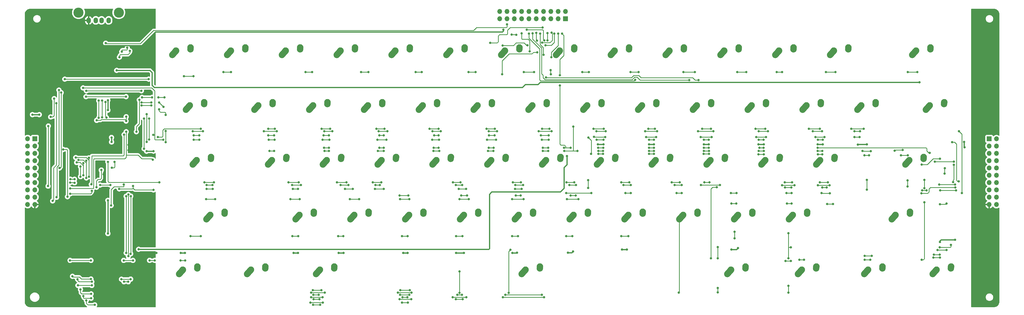
<source format=gbl>
G04 #@! TF.GenerationSoftware,KiCad,Pcbnew,(6.0.9)*
G04 #@! TF.CreationDate,2023-03-10T16:35:17-06:00*
G04 #@! TF.ProjectId,BasePCB,42617365-5043-4422-9e6b-696361645f70,rev?*
G04 #@! TF.SameCoordinates,Original*
G04 #@! TF.FileFunction,Copper,L2,Bot*
G04 #@! TF.FilePolarity,Positive*
%FSLAX46Y46*%
G04 Gerber Fmt 4.6, Leading zero omitted, Abs format (unit mm)*
G04 Created by KiCad (PCBNEW (6.0.9)) date 2023-03-10 16:35:17*
%MOMM*%
%LPD*%
G01*
G04 APERTURE LIST*
G04 Aperture macros list*
%AMHorizOval*
0 Thick line with rounded ends*
0 $1 width*
0 $2 $3 position (X,Y) of the first rounded end (center of the circle)*
0 $4 $5 position (X,Y) of the second rounded end (center of the circle)*
0 Add line between two ends*
20,1,$1,$2,$3,$4,$5,0*
0 Add two circle primitives to create the rounded ends*
1,1,$1,$2,$3*
1,1,$1,$4,$5*%
G04 Aperture macros list end*
G04 #@! TA.AperFunction,ComponentPad*
%ADD10HorizOval,2.250000X0.655001X0.730000X-0.655001X-0.730000X0*%
G04 #@! TD*
G04 #@! TA.AperFunction,ComponentPad*
%ADD11C,2.250000*%
G04 #@! TD*
G04 #@! TA.AperFunction,ComponentPad*
%ADD12HorizOval,2.250000X0.020000X0.290000X-0.020000X-0.290000X0*%
G04 #@! TD*
G04 #@! TA.AperFunction,ComponentPad*
%ADD13R,1.700000X1.700000*%
G04 #@! TD*
G04 #@! TA.AperFunction,ComponentPad*
%ADD14O,1.700000X1.700000*%
G04 #@! TD*
G04 #@! TA.AperFunction,ComponentPad*
%ADD15O,1.500000X2.000000*%
G04 #@! TD*
G04 #@! TA.AperFunction,ComponentPad*
%ADD16C,3.500000*%
G04 #@! TD*
G04 #@! TA.AperFunction,ViaPad*
%ADD17C,0.800000*%
G04 #@! TD*
G04 #@! TA.AperFunction,Conductor*
%ADD18C,0.381000*%
G04 #@! TD*
G04 #@! TA.AperFunction,Conductor*
%ADD19C,0.254000*%
G04 #@! TD*
G04 APERTURE END LIST*
D10*
X-68242499Y93757500D03*
D11*
X-67587500Y94487500D03*
X-62547500Y95567500D03*
D12*
X-62567500Y95277500D03*
D10*
X-44429999Y131857500D03*
D11*
X-43775000Y132587500D03*
D12*
X-38755000Y133377500D03*
D11*
X-38735000Y133667500D03*
D10*
X12720001Y131857500D03*
D11*
X13375000Y132587500D03*
X18415000Y133667500D03*
D12*
X18395000Y133377500D03*
D10*
X50820001Y131857500D03*
D11*
X51475000Y132587500D03*
X56515000Y133667500D03*
D12*
X56495000Y133377500D03*
D11*
X-39012500Y75437500D03*
D10*
X-39667499Y74707500D03*
D12*
X-33992500Y76227500D03*
D11*
X-33972500Y76517500D03*
D10*
X91301251Y55657500D03*
D11*
X91956250Y56387500D03*
X96996250Y57467500D03*
D12*
X96976250Y57177500D03*
D10*
X-96817499Y112807500D03*
D11*
X-96162500Y113537500D03*
X-91122500Y114617500D03*
D12*
X-91142500Y114327500D03*
D11*
X163393750Y56387500D03*
D10*
X162738751Y55657500D03*
D11*
X168433750Y57467500D03*
D12*
X168413750Y57177500D03*
D13*
X181675000Y101912500D03*
D14*
X184215000Y101912500D03*
X181675000Y99372500D03*
X184215000Y99372500D03*
X181675000Y96832500D03*
X184215000Y96832500D03*
X181675000Y94292500D03*
X184215000Y94292500D03*
X181675000Y91752500D03*
X184215000Y91752500D03*
X181675000Y89212500D03*
X184215000Y89212500D03*
X181675000Y86672500D03*
X184215000Y86672500D03*
X181675000Y84132500D03*
X184215000Y84132500D03*
X181675000Y81592500D03*
X184215000Y81592500D03*
X181675000Y79052500D03*
X184215000Y79052500D03*
D11*
X-58062500Y75437500D03*
D10*
X-58717499Y74707500D03*
D12*
X-53042500Y76227500D03*
D11*
X-53022500Y76517500D03*
D10*
X153213751Y93757500D03*
D11*
X153868750Y94487500D03*
X158908750Y95567500D03*
D12*
X158888750Y95277500D03*
D11*
X137200000Y113537500D03*
D10*
X136545001Y112807500D03*
D12*
X142220000Y114327500D03*
D11*
X142240000Y114617500D03*
D10*
X107970001Y131857500D03*
D11*
X108625000Y132587500D03*
X113665000Y133667500D03*
D12*
X113645000Y133377500D03*
D11*
X-100925000Y132587500D03*
D10*
X-101579999Y131857500D03*
D12*
X-95905000Y133377500D03*
D11*
X-95885000Y133667500D03*
X41950000Y113537500D03*
D10*
X41295001Y112807500D03*
D12*
X46970000Y114327500D03*
D11*
X46990000Y114617500D03*
X118150000Y113537500D03*
D10*
X117495001Y112807500D03*
D12*
X123170000Y114327500D03*
D11*
X123190000Y114617500D03*
X-48537500Y94487500D03*
D10*
X-49192499Y93757500D03*
D12*
X-43517500Y95277500D03*
D11*
X-43497500Y95567500D03*
D10*
X84157501Y93757500D03*
D11*
X84812500Y94487500D03*
X89852500Y95567500D03*
D12*
X89832500Y95277500D03*
D11*
X156250000Y132587500D03*
D10*
X155595001Y131857500D03*
D12*
X161270000Y133377500D03*
D11*
X161290000Y133667500D03*
X139581250Y56387500D03*
D10*
X138926251Y55657500D03*
D11*
X144621250Y57467500D03*
D12*
X144601250Y57177500D03*
D11*
X-29487500Y94487500D03*
D10*
X-30142499Y93757500D03*
D11*
X-24447500Y95567500D03*
D12*
X-24467500Y95277500D03*
D15*
X-124293750Y143115000D03*
X-126793750Y143115000D03*
X-128793750Y143115000D03*
X-131293750Y143115000D03*
D16*
X-134793750Y145825000D03*
X-120793750Y145825000D03*
D11*
X127675000Y132587500D03*
D10*
X127020001Y131857500D03*
D11*
X132715000Y133667500D03*
D12*
X132695000Y133377500D03*
D11*
X103862500Y94487500D03*
D10*
X103207501Y93757500D03*
D12*
X108882500Y95277500D03*
D11*
X108902500Y95567500D03*
D13*
X-149950000Y101937500D03*
D14*
X-152490000Y101937500D03*
X-149950000Y99397500D03*
X-152490000Y99397500D03*
X-149950000Y96857500D03*
X-152490000Y96857500D03*
X-149950000Y94317500D03*
X-152490000Y94317500D03*
X-149950000Y91777500D03*
X-152490000Y91777500D03*
X-149950000Y89237500D03*
X-152490000Y89237500D03*
X-149950000Y86697500D03*
X-152490000Y86697500D03*
X-149950000Y84157500D03*
X-152490000Y84157500D03*
X-149950000Y81617500D03*
X-152490000Y81617500D03*
X-149950000Y79077500D03*
X-152490000Y79077500D03*
D11*
X-50918750Y56387500D03*
D10*
X-51573749Y55657500D03*
D12*
X-45898750Y57177500D03*
D11*
X-45878750Y57467500D03*
D10*
X79395001Y112807500D03*
D11*
X80050000Y113537500D03*
X85090000Y114617500D03*
D12*
X85070000Y114327500D03*
D11*
X56237500Y75437500D03*
D10*
X55582501Y74707500D03*
D11*
X61277500Y76517500D03*
D12*
X61257500Y76227500D03*
D13*
X34448750Y143668750D03*
D14*
X34448750Y146208750D03*
X31908750Y143668750D03*
X31908750Y146208750D03*
X29368750Y143668750D03*
X29368750Y146208750D03*
X26828750Y143668750D03*
X26828750Y146208750D03*
X24288750Y143668750D03*
X24288750Y146208750D03*
X21748750Y143668750D03*
X21748750Y146208750D03*
X19208750Y143668750D03*
X19208750Y146208750D03*
X16668750Y143668750D03*
X16668750Y146208750D03*
X14128750Y143668750D03*
X14128750Y146208750D03*
X11588750Y143668750D03*
X11588750Y146208750D03*
D11*
X27662500Y94487500D03*
D10*
X27007501Y93757500D03*
D11*
X32702500Y95567500D03*
D12*
X32682500Y95277500D03*
D10*
X-1567499Y74707500D03*
D11*
X-912500Y75437500D03*
D12*
X4107500Y76227500D03*
D11*
X4127500Y76517500D03*
D10*
X148451251Y74707500D03*
D11*
X149106250Y75437500D03*
X154146250Y76517500D03*
D12*
X154126250Y76227500D03*
D11*
X32425000Y132587500D03*
D10*
X31770001Y131857500D03*
D12*
X37445000Y133377500D03*
D11*
X37465000Y133667500D03*
X20518750Y56387500D03*
D10*
X19863751Y55657500D03*
D12*
X25538750Y57177500D03*
D11*
X25558750Y57467500D03*
X89575000Y132587500D03*
D10*
X88920001Y131857500D03*
D12*
X94595000Y133377500D03*
D11*
X94615000Y133667500D03*
X-93781250Y94487500D03*
D10*
X-94436249Y93757500D03*
D11*
X-88741250Y95567500D03*
D12*
X-88761250Y95277500D03*
D10*
X7957501Y93757500D03*
D11*
X8612500Y94487500D03*
D12*
X13632500Y95277500D03*
D11*
X13652500Y95567500D03*
X3850000Y113537500D03*
D10*
X3195001Y112807500D03*
D11*
X8890000Y114617500D03*
D12*
X8870000Y114327500D03*
D11*
X-19962500Y75437500D03*
D10*
X-20617499Y74707500D03*
D11*
X-14922500Y76517500D03*
D12*
X-14942500Y76227500D03*
D10*
X-99198749Y55657500D03*
D11*
X-98543750Y56387500D03*
X-93503750Y57467500D03*
D12*
X-93523750Y57177500D03*
D11*
X18137500Y75437500D03*
D10*
X17482501Y74707500D03*
D12*
X23157500Y76227500D03*
D11*
X23177500Y76517500D03*
D10*
X-34904999Y112807500D03*
D11*
X-34250000Y113537500D03*
X-29210000Y114617500D03*
D12*
X-29230000Y114327500D03*
D11*
X-15200000Y113537500D03*
D10*
X-15854999Y112807500D03*
D12*
X-10180000Y114327500D03*
D11*
X-10160000Y114617500D03*
D10*
X-25379999Y131857500D03*
D11*
X-24725000Y132587500D03*
X-19685000Y133667500D03*
D12*
X-19705000Y133377500D03*
D10*
X36532501Y74707500D03*
D11*
X37187500Y75437500D03*
D12*
X42207500Y76227500D03*
D11*
X42227500Y76517500D03*
D10*
X-63479999Y131857500D03*
D11*
X-62825000Y132587500D03*
X-57785000Y133667500D03*
D12*
X-57805000Y133377500D03*
D10*
X22245001Y112807500D03*
D11*
X22900000Y113537500D03*
D12*
X27920000Y114327500D03*
D11*
X27940000Y114617500D03*
D10*
X93682501Y74707500D03*
D11*
X94337500Y75437500D03*
D12*
X99357500Y76227500D03*
D11*
X99377500Y76517500D03*
D10*
X65107501Y93757500D03*
D11*
X65762500Y94487500D03*
X70802500Y95567500D03*
D12*
X70782500Y95277500D03*
D11*
X-5675000Y132587500D03*
D10*
X-6329999Y131857500D03*
D11*
X-635000Y133667500D03*
D12*
X-655000Y133377500D03*
D11*
X-74890000Y56387500D03*
D10*
X-75544999Y55657500D03*
D12*
X-69870000Y57177500D03*
D11*
X-69850000Y57467500D03*
D10*
X74632501Y74707500D03*
D11*
X75287500Y75437500D03*
D12*
X80307500Y76227500D03*
D11*
X80327500Y76517500D03*
X70525000Y132587500D03*
D10*
X69870001Y131857500D03*
D11*
X75565000Y133667500D03*
D12*
X75545000Y133377500D03*
D10*
X-89673749Y74707500D03*
D11*
X-89018750Y75437500D03*
D12*
X-83998750Y76227500D03*
D11*
X-83978750Y76517500D03*
D10*
X-73004999Y112807500D03*
D11*
X-72350000Y113537500D03*
X-67310000Y114617500D03*
D12*
X-67330000Y114327500D03*
D11*
X-10437500Y94487500D03*
D10*
X-11092499Y93757500D03*
D12*
X-5417500Y95277500D03*
D11*
X-5397500Y95567500D03*
D10*
X112732501Y74707500D03*
D11*
X113387500Y75437500D03*
X118427500Y76517500D03*
D12*
X118407500Y76227500D03*
D10*
X-53954999Y112807500D03*
D11*
X-53300000Y113537500D03*
D12*
X-48280000Y114327500D03*
D11*
X-48260000Y114617500D03*
D10*
X98445001Y112807500D03*
D11*
X99100000Y113537500D03*
D12*
X104120000Y114327500D03*
D11*
X104140000Y114617500D03*
D10*
X115907501Y55657500D03*
D11*
X116562500Y56387500D03*
D12*
X121582500Y57177500D03*
D11*
X121602500Y57467500D03*
X46712500Y94487500D03*
D10*
X46057501Y93757500D03*
D11*
X51752500Y95567500D03*
D12*
X51732500Y95277500D03*
D10*
X122257501Y93757500D03*
D11*
X122912500Y94487500D03*
X127952500Y95567500D03*
D12*
X127932500Y95277500D03*
D10*
X-82529999Y131857500D03*
D11*
X-81875000Y132587500D03*
D12*
X-76855000Y133377500D03*
D11*
X-76835000Y133667500D03*
D10*
X60345001Y112807500D03*
D11*
X61000000Y113537500D03*
X66040000Y114617500D03*
D12*
X66020000Y114327500D03*
D10*
X160357501Y112807500D03*
D11*
X161012500Y113537500D03*
D12*
X166032500Y114327500D03*
D11*
X166052500Y114617500D03*
D17*
X-123317000Y100816250D03*
X47625000Y99949000D03*
X-123323750Y102396250D03*
X45720000Y99949000D03*
X34925000Y95885000D03*
X-124587000Y68961000D03*
X139192000Y99949000D03*
X-113919000Y63500000D03*
X103378000Y99949000D03*
X122047000Y99949000D03*
X123825000Y99949000D03*
X-111150000Y97606250D03*
X65179000Y99949000D03*
X-108743750Y97631250D03*
X82550000Y99949000D03*
X63500000Y99949000D03*
X136007760Y99939760D03*
X101473000Y99949000D03*
X-124587000Y80518000D03*
X84229000Y99949000D03*
X-139650000Y71900000D03*
X-97790000Y62230000D03*
X-107696000Y62230000D03*
X-129921000Y134112000D03*
X92075000Y63373000D03*
X164592000Y66040000D03*
X-110109000Y62230000D03*
X-126111000Y89571250D03*
X-21999000Y62232258D03*
X-127758036Y71889464D03*
X-3556000Y62230000D03*
X16002000Y62230000D03*
X35306000Y62299250D03*
X-42672000Y62230000D03*
X-60099000Y62230000D03*
X17554000Y62299250D03*
X94361000Y63933750D03*
X-44382750Y62230000D03*
X-117475000Y97917000D03*
X-20449258Y62232258D03*
X-126111000Y87630000D03*
X-110835500Y96012000D03*
X-99270250Y62230000D03*
X169820000Y66802000D03*
X54102000Y63373000D03*
X-883286Y62235714D03*
X-58547000Y62230000D03*
X-109220000Y96012000D03*
X37057964Y62753250D03*
X-117475000Y99822000D03*
X12850000Y139862500D03*
X55753000Y63373000D03*
X-123444000Y78740000D03*
X-119062500Y86014500D03*
X-94869000Y123698000D03*
X23538334Y125111666D03*
X-81788000Y125095000D03*
X156718000Y125095000D03*
X19939000Y125095000D03*
X128270000Y125095000D03*
X40275666Y125111666D03*
X59817000Y125095000D03*
X57023000Y125095000D03*
X109728000Y125095000D03*
X124968000Y125095000D03*
X-15494000Y125095000D03*
X75438000Y125095000D03*
X762000Y125095000D03*
X-36576000Y125095000D03*
X-34036000Y125095000D03*
X97282000Y125095000D03*
X107823000Y125095000D03*
X3175000Y125095000D03*
X79375000Y125095000D03*
X-53594000Y125095000D03*
X-17653000Y125095000D03*
X-98171000Y123698000D03*
X94107000Y125095000D03*
X-84455000Y125095000D03*
X42572738Y125111666D03*
X-55880000Y125095000D03*
X153416000Y125095000D03*
X138049000Y105410000D03*
X-31242000Y105410000D03*
X100457000Y105410000D03*
X26289000Y105410000D03*
X-47371000Y105410000D03*
X-68834000Y105410000D03*
X122809000Y105410000D03*
X6985000Y105410000D03*
X63246000Y105410000D03*
X-50292000Y105410000D03*
X84963000Y105410000D03*
X28829000Y105410000D03*
X118999000Y105410000D03*
X81915000Y105410000D03*
X-9652000Y105410000D03*
X65532000Y105410000D03*
X-66548000Y105410000D03*
X-107188000Y102489000D03*
X103886000Y105410000D03*
X133731000Y105410000D03*
X47752000Y105410000D03*
X-12827000Y105410000D03*
X9906000Y105410000D03*
X-28448000Y105410000D03*
X44196000Y105410000D03*
X-92329000Y105410000D03*
X-124587000Y115316000D03*
X-124587000Y111887000D03*
X172974000Y100838000D03*
X-121539000Y125730000D03*
X-148431250Y110331250D03*
X-150812500Y110331250D03*
X157480000Y121539000D03*
X173155500Y98987500D03*
X65179000Y97663000D03*
X-68453000Y97663000D03*
X-28761000Y97663000D03*
X26543000Y97663000D03*
X103378000Y97663000D03*
X82550000Y97663000D03*
X151638000Y98044000D03*
X9398000Y97663000D03*
X-30734000Y97663000D03*
X-143256000Y115887500D03*
X-144462500Y109537500D03*
X137668000Y97663000D03*
X-110236000Y108966000D03*
X-110398500Y122682000D03*
X28448000Y97663000D03*
X148844000Y97825500D03*
X-139573000Y122682000D03*
X-9398000Y97663000D03*
X84328000Y97663000D03*
X38562000Y97663000D03*
X-66861000Y97663000D03*
X29500000Y130275000D03*
X7493000Y97663000D03*
X101600000Y97663000D03*
X37175000Y106136500D03*
X140493750Y97631250D03*
X47498000Y97663000D03*
X-49276000Y97663000D03*
X-110250000Y101679750D03*
X-11430000Y97663000D03*
X29301500Y125850000D03*
X122047000Y97663000D03*
X31900000Y138521500D03*
X45847000Y97663000D03*
X29325000Y124385166D03*
X-47811000Y97663000D03*
X34036000Y97663000D03*
X123698000Y97663000D03*
X63500000Y97663000D03*
X103279000Y98775000D03*
X-47800000Y98825000D03*
X32525000Y120500000D03*
X26525000Y98800000D03*
X101825000Y98775000D03*
X-9711000Y98825000D03*
X-99325000Y59625000D03*
X-140116500Y98225000D03*
X36250000Y98775000D03*
X28425000Y98775000D03*
X-28761000Y98825000D03*
X-30225000Y98825000D03*
X65179000Y98775000D03*
X33225000Y138521500D03*
X-119100000Y59625000D03*
X122100000Y98775000D03*
X-49475000Y98825000D03*
X-97725000Y59625000D03*
X63450000Y98775000D03*
X84250000Y98775000D03*
X-111125000Y100838000D03*
X-138625000Y81775000D03*
X-130464500Y59625000D03*
X-11375000Y98825000D03*
X161025000Y97000000D03*
X45800000Y98775000D03*
X-108300000Y59625000D03*
X-110100000Y59625000D03*
X47550000Y98775000D03*
X-111125000Y110490000D03*
X33911473Y98782702D03*
X7725000Y98825000D03*
X82525000Y98775000D03*
X9425000Y98825000D03*
X-137750000Y59625000D03*
X32525000Y124050000D03*
X-115875000Y59625000D03*
X-126619000Y109347000D03*
X-126619000Y115189000D03*
X-127762000Y109220000D03*
X-127762000Y115189000D03*
X-126873000Y91059000D03*
X-128524000Y85090000D03*
X-122252500Y93881000D03*
X-123190000Y91821000D03*
X-47811000Y103124000D03*
X81407000Y102489000D03*
X168783000Y100777500D03*
X-145275000Y106375000D03*
X-118237000Y109601000D03*
X85217000Y102489000D03*
X7874000Y103124000D03*
X134874000Y102489000D03*
X-128488500Y108331000D03*
X-106771500Y114554000D03*
X104140000Y102489000D03*
X-68834000Y103124000D03*
X9779000Y103124000D03*
X-94742000Y103124000D03*
X-145375000Y85475000D03*
X100711000Y102489000D03*
X-109509500Y114554000D03*
X-105283000Y113030000D03*
X65913000Y102489000D03*
X-9711000Y103124000D03*
X44323000Y102616000D03*
X136652000Y102489000D03*
X-92837000Y103124000D03*
X25908000Y103124000D03*
X28575000Y103124000D03*
X121285000Y102489000D03*
X62484000Y102489000D03*
X-118262500Y108102500D03*
X-112903000Y114554000D03*
X-49657000Y103124000D03*
X171069000Y87122000D03*
X-11176000Y103124000D03*
X-28761000Y103124000D03*
X-30226000Y103124000D03*
X-66802000Y103124000D03*
X124460000Y102489000D03*
X48260000Y102489000D03*
X-106680000Y86741000D03*
X37465000Y86741000D03*
X16129000Y86741000D03*
X110617000Y86741000D03*
X-44958000Y86741000D03*
X71374000Y86741000D03*
X18923000Y86741000D03*
X122809000Y86741000D03*
X34798000Y86741000D03*
X-87757000Y86741000D03*
X84455000Y86741000D03*
X56642000Y86741000D03*
X-61849000Y86741000D03*
X113157000Y86741000D03*
X125603000Y86741000D03*
X-2032000Y86741000D03*
X-32512000Y86741000D03*
X-58293000Y86741000D03*
X-4699000Y86741000D03*
X74168000Y86741000D03*
X53848000Y86741000D03*
X82677000Y86741000D03*
X-124587000Y93881000D03*
X-29591000Y86741000D03*
X-91059000Y86741000D03*
X-41656000Y86741000D03*
X-3556000Y68072000D03*
X-95885000Y68072000D03*
X-92329000Y68072000D03*
X15875000Y68072000D03*
X-22352000Y68072000D03*
X34671000Y68072000D03*
X-20447000Y68072000D03*
X-44577000Y68072000D03*
X-60452000Y68072000D03*
X53848000Y68072000D03*
X-42799000Y68072000D03*
X-1397000Y68072000D03*
X-58420000Y68072000D03*
X17907000Y68072000D03*
X56261000Y68072000D03*
X36830000Y68072000D03*
X-22987000Y49276000D03*
X-50419000Y49276000D03*
X-53340000Y49276000D03*
X-19685000Y49276000D03*
X114046000Y85725000D03*
X19685000Y85852000D03*
X-57531000Y85852000D03*
X126238000Y85725000D03*
X169820000Y85979000D03*
X-108966000Y94615000D03*
X-88292250Y85852000D03*
X35814000Y85852000D03*
X109728000Y85725000D03*
X-31623000Y85852000D03*
X-1480822Y85852000D03*
X122174000Y85725000D03*
X-118237000Y104394000D03*
X-41021000Y85852000D03*
X-137725000Y84675000D03*
X-30071000Y85852000D03*
X-3683000Y85852000D03*
X164338000Y85979000D03*
X72390000Y85852000D03*
X-43688000Y85852000D03*
X57150000Y85852000D03*
X88138000Y85852000D03*
X17018000Y85852000D03*
X54610000Y85852000D03*
X-90297000Y85852000D03*
X74803000Y85852000D03*
X-60579000Y85852000D03*
X81534000Y85852000D03*
X38100000Y85852000D03*
X73025000Y83058000D03*
X-2667000Y84455000D03*
X-31750000Y84455000D03*
X-137700000Y82800000D03*
X-42164000Y84455000D03*
X-106771500Y112141000D03*
X43434000Y83058000D03*
X-104521000Y100711000D03*
X169938338Y84986528D03*
X55245000Y83058000D03*
X-104521000Y110236000D03*
X-28702000Y84455000D03*
X-109474000Y113538000D03*
X123444000Y83058000D03*
X111252000Y83058000D03*
X74803000Y83058000D03*
X-58547000Y84455000D03*
X19177000Y84455000D03*
X-127000Y84455000D03*
X-88138000Y84455000D03*
X-112903000Y113538000D03*
X-90297000Y84455000D03*
X-60325000Y84455000D03*
X34671000Y83058000D03*
X-104521000Y104683500D03*
X93853000Y83058000D03*
X-39497000Y84455000D03*
X16891000Y84455000D03*
X-118963500Y103378000D03*
X158095012Y82996620D03*
X-130200000Y83775000D03*
X91948000Y83058000D03*
X113030000Y83058000D03*
X-130326500Y86073286D03*
X126303620Y82996620D03*
X57150000Y83058000D03*
X63500000Y101600000D03*
X158404500Y83947000D03*
X159893000Y83947000D03*
X-105318500Y101600000D03*
X122186000Y101600000D03*
X7143750Y101600000D03*
X-92837000Y101600000D03*
X65179000Y101600000D03*
X-141605000Y118872000D03*
X47625000Y101600000D03*
X28575000Y101600000D03*
X103279000Y101600000D03*
X10318750Y101600000D03*
X-30956250Y101600000D03*
X-108839000Y103251000D03*
X-94742000Y101600000D03*
X-142400000Y81600000D03*
X45243750Y101600000D03*
X-68707000Y101600000D03*
X-11906250Y101600000D03*
X101600000Y101600000D03*
X84229000Y101600000D03*
X-9525000Y101600000D03*
X-66675000Y101600000D03*
X-27781250Y101600000D03*
X-50006250Y101600000D03*
X139192000Y87630000D03*
X82550000Y101600000D03*
X123825000Y101600000D03*
X164627500Y83947000D03*
X-133223000Y119634000D03*
X170180000Y83947000D03*
X139192000Y84201000D03*
X-47625000Y101600000D03*
X26193750Y101600000D03*
X27075000Y136150000D03*
X-116967000Y132461000D03*
X20950000Y139825000D03*
X-120589000Y130302000D03*
X111351000Y79375000D03*
X-136906000Y54102000D03*
X73818750Y48418750D03*
X21750000Y138525000D03*
X164592000Y79121000D03*
X-23812500Y48418750D03*
X-116681250Y53117750D03*
X-116681250Y61912500D03*
X-53975000Y48418750D03*
X-49212500Y48418750D03*
X-119888000Y53086000D03*
X-19050000Y48418750D03*
X127386714Y79253714D03*
X166878000Y79375000D03*
X113030000Y79375000D03*
X125343286Y79242286D03*
X-130464500Y53153658D03*
X93754000Y79375000D03*
X-116642572Y81994658D03*
X58674000Y122428000D03*
X92075000Y79375000D03*
X-23018750Y47625000D03*
X13493750Y47625000D03*
X-19843750Y47625000D03*
X87376000Y64262000D03*
X93218000Y69596000D03*
X23000000Y138575000D03*
X87376000Y50002500D03*
X-1587500Y47625000D03*
X-136179500Y87875000D03*
X-130175000Y52197000D03*
X-117472083Y82552257D03*
X26193750Y47625000D03*
X-51343500Y47625000D03*
X-53181250Y47625000D03*
X166878000Y63246000D03*
X87376000Y60392250D03*
X-135128000Y53086000D03*
X163703000Y63207250D03*
X87376000Y48514000D03*
X-117510500Y52197000D03*
X-117472083Y61087000D03*
X-137632500Y87875000D03*
X-118999000Y52197000D03*
X93218000Y67310000D03*
X-3175000Y47625000D03*
X77470000Y122329000D03*
X-137725000Y86700000D03*
X21975000Y132350000D03*
X0Y46831250D03*
X-50006250Y46831250D03*
X-136179500Y86650000D03*
X112776000Y64135000D03*
X80645000Y122329000D03*
X-22225000Y46831250D03*
X-118237000Y62230000D03*
X-135001000Y50927000D03*
X-130175000Y50927000D03*
X111918750Y48418750D03*
X-118262500Y81940500D03*
X19208750Y138566250D03*
X12700000Y46831250D03*
X27650000Y123237000D03*
X-53975000Y46831250D03*
X111918750Y69056250D03*
X26987500Y46831250D03*
X111918750Y50800000D03*
X-20546000Y46831250D03*
X164465000Y64135000D03*
X111918750Y60325000D03*
X168366500Y65024000D03*
X-4762500Y46831250D03*
X151003000Y96139000D03*
X45847000Y96647000D03*
X84328000Y96647000D03*
X-20193000Y82169000D03*
X65179000Y96647000D03*
X43307000Y96647000D03*
X42291000Y87503000D03*
X63500000Y96647000D03*
X-135750000Y95400000D03*
X-131191000Y95309000D03*
X254000Y82169000D03*
X17145000Y82169000D03*
X138303000Y96139000D03*
X101473000Y96520000D03*
X-1778000Y82169000D03*
X-131176671Y88747786D03*
X37973000Y82169000D03*
X47498000Y96647000D03*
X42418000Y102326500D03*
X122174000Y96520000D03*
X26326500Y135375000D03*
X18864000Y82169000D03*
X139954000Y96139000D03*
X29580493Y138876478D03*
X123698000Y96520000D03*
X36195000Y82169000D03*
X-23241000Y82169000D03*
X42291000Y84836000D03*
X82423000Y96647000D03*
X153412810Y96150636D03*
X103378000Y96520000D03*
X153289000Y85344000D03*
X-132080000Y45720000D03*
X158242000Y92964000D03*
X153289000Y87467500D03*
X-129159000Y44160500D03*
X-132080000Y94295000D03*
X12573000Y134366000D03*
X21200000Y134450000D03*
X125222000Y84963000D03*
X-50800000Y44196000D03*
X112903000Y84963000D03*
X-132080000Y88320000D03*
X84963000Y60325000D03*
X110744000Y84963000D03*
X27448500Y134475000D03*
X123701750Y84963000D03*
X30550000Y138521500D03*
X164592000Y94996000D03*
X-53248500Y44160500D03*
X-134838500Y94600000D03*
X86995000Y85054500D03*
X-130429000Y46482000D03*
X159131000Y79847500D03*
X-49911000Y44958000D03*
X-54229000Y44958000D03*
X8255000Y135252500D03*
X159131000Y87630000D03*
X110871000Y59436000D03*
X112776000Y59436000D03*
X140335000Y59817000D03*
X162814000Y93980000D03*
X117348000Y59817000D03*
X169418000Y93980000D03*
X-133096000Y93500000D03*
X159131000Y84709000D03*
X115697000Y59817000D03*
X-133096000Y47244000D03*
X158242000Y59817000D03*
X-20320000Y44958000D03*
X-22352000Y44958000D03*
X-2407161Y48351500D03*
X-133096000Y89268750D03*
X-2413000Y55753000D03*
X-135444000Y93681000D03*
X26450000Y140650000D03*
X138430000Y59817000D03*
X-23241000Y46101000D03*
X169093000Y86868000D03*
X164592000Y60579000D03*
X162306000Y60579000D03*
X14732000Y48351500D03*
X-134112000Y49530000D03*
X169418000Y92837000D03*
X28200000Y138675000D03*
X140837286Y61208286D03*
X-130429000Y48006000D03*
X-53086000Y46101000D03*
X138424286Y61208286D03*
X-134112000Y92263000D03*
X24600000Y132025000D03*
X12446000Y124368500D03*
X15303500Y63309500D03*
X-1270000Y46101000D03*
X-3683000Y46101000D03*
X-134112000Y88762000D03*
X-51054000Y46101000D03*
X28175000Y136160500D03*
X-19177000Y46101000D03*
X166229238Y91710692D03*
X-112014000Y98479750D03*
X164465000Y61595000D03*
X166167464Y89829036D03*
X-112014000Y108966000D03*
X-112938500Y118618000D03*
X-132083750Y118618000D03*
X24563714Y136038714D03*
X24300000Y138800000D03*
X162433000Y61595000D03*
X-141390000Y91790000D03*
X-140843000Y117983000D03*
X-127281500Y85852000D03*
X-2381250Y80962500D03*
X26826500Y131150000D03*
X-90487500Y80962500D03*
X-123698000Y85852000D03*
X-57943750Y80962500D03*
X-40481250Y80962500D03*
X-37306250Y80962500D03*
X-115862500Y85509500D03*
X34925000Y80962500D03*
X-23018750Y80962500D03*
X19843750Y80962500D03*
X15875000Y80962500D03*
X25625000Y138521500D03*
X-61118750Y80962500D03*
X-120650000Y84490500D03*
X38893750Y80962500D03*
X-19843750Y80962500D03*
X-108743750Y84137500D03*
X793750Y80962500D03*
X-87312500Y80962500D03*
X-119761000Y132207000D03*
X-117856000Y133604000D03*
X15725000Y138200000D03*
X17325000Y138125000D03*
X136779000Y104521000D03*
X-27432000Y104521000D03*
X-143775000Y80325000D03*
X25146000Y104521000D03*
X-46609000Y104521000D03*
X66294000Y104521000D03*
X-109220000Y116332000D03*
X104775000Y104521000D03*
X80518000Y104521000D03*
X45212000Y104521000D03*
X-11811000Y104521000D03*
X-30480000Y104521000D03*
X48387000Y104521000D03*
X-65913000Y104521000D03*
X-49403000Y104521000D03*
X7747000Y104521000D03*
X-70358000Y104521000D03*
X134874000Y104521000D03*
X172212000Y83058000D03*
X-113665000Y115443000D03*
X-91567000Y104521000D03*
X10668000Y104521000D03*
X-142494000Y114300000D03*
X-118272500Y116586000D03*
X-104902000Y116332000D03*
X29591000Y104521000D03*
X101600000Y104521000D03*
X62103000Y104521000D03*
X-107061000Y116332000D03*
X-114695258Y104390558D03*
X-132207000Y116586000D03*
X-8890000Y104521000D03*
X-112740500Y116332000D03*
X120396000Y104521000D03*
X85852000Y104521000D03*
X123571000Y104521000D03*
X-95123000Y104521000D03*
X171196000Y104521000D03*
X-125095000Y109311500D03*
X14128750Y141728750D03*
X-125349000Y135184500D03*
X-125381074Y114709000D03*
D18*
X47625000Y99949000D02*
X45720000Y99949000D01*
X7983001Y82659001D02*
X7983001Y63736001D01*
X8763000Y83439000D02*
X7983001Y82659001D01*
X-111150000Y97606250D02*
X-111125000Y97631250D01*
X7747000Y63500000D02*
X-113919000Y63500000D01*
X136017000Y99949000D02*
X136007760Y99939760D01*
X-123323750Y100823000D02*
X-123317000Y100816250D01*
X103378000Y99949000D02*
X101473000Y99949000D01*
X34925000Y95885000D02*
X34925000Y92964000D01*
X-111125000Y97631250D02*
X-108743750Y97631250D01*
X84229000Y99949000D02*
X82550000Y99949000D01*
X34925000Y92964000D02*
X33909000Y91948000D01*
X33909000Y91948000D02*
X33909000Y84709000D01*
X65179000Y99949000D02*
X63500000Y99949000D01*
X139192000Y99949000D02*
X136017000Y99949000D01*
X123825000Y99949000D02*
X122047000Y99949000D01*
X33909000Y84709000D02*
X32639000Y83439000D01*
X-123323750Y102396250D02*
X-123323750Y100823000D01*
X-124587000Y80518000D02*
X-124587000Y68961000D01*
X32639000Y83439000D02*
X8763000Y83439000D01*
X36645250Y62299250D02*
X37057964Y62711964D01*
X16002000Y62230000D02*
X17526000Y62230000D01*
X-112747500Y134394500D02*
X-108077000Y139065000D01*
X94361000Y63881000D02*
X94361000Y63933750D01*
X-44382750Y62230000D02*
X-42672000Y62230000D01*
X12490000Y139065000D02*
X12850000Y139425000D01*
X-21999000Y62232258D02*
X-20449258Y62232258D01*
X17526000Y62271250D02*
X17554000Y62299250D01*
X-889000Y62230000D02*
X-883286Y62235714D01*
X-110109000Y62230000D02*
X-107696000Y62230000D01*
X37057964Y62711964D02*
X37057964Y62753250D01*
X-117475000Y99822000D02*
X-117475000Y97917000D01*
X-99270250Y62230000D02*
X-97790000Y62230000D01*
X54102000Y63373000D02*
X55753000Y63373000D01*
X164973000Y66802000D02*
X169820000Y66802000D01*
X-126111000Y87630000D02*
X-126111000Y89571250D01*
X-60099000Y62230000D02*
X-58547000Y62230000D01*
X-3556000Y62230000D02*
X-889000Y62230000D01*
X92075000Y63373000D02*
X93853000Y63373000D01*
X-129921000Y134112000D02*
X-129638500Y134394500D01*
X12850000Y139862500D02*
X12850000Y139425000D01*
X35306000Y62299250D02*
X36645250Y62299250D01*
X-129638500Y134394500D02*
X-112747500Y134394500D01*
X-127768572Y71900000D02*
X-139650000Y71900000D01*
X164592000Y66421000D02*
X164973000Y66802000D01*
X-127758036Y71889464D02*
X-127768572Y71900000D01*
X-110835500Y96012000D02*
X-109220000Y96012000D01*
X93853000Y63373000D02*
X94361000Y63881000D01*
X-108077000Y139065000D02*
X12490000Y139065000D01*
X164592000Y66040000D02*
X164592000Y66421000D01*
X17526000Y62230000D02*
X17526000Y62271250D01*
D19*
X-119126000Y85217000D02*
X-119062500Y85280500D01*
X-122428000Y85217000D02*
X-119126000Y85217000D01*
X-119062500Y85280500D02*
X-119062500Y86014500D01*
X-123444000Y78740000D02*
X-123444000Y84201000D01*
X-123444000Y84201000D02*
X-122428000Y85217000D01*
X-98171000Y123698000D02*
X-94869000Y123698000D01*
X-15494000Y125095000D02*
X-17653000Y125095000D01*
X3175000Y125095000D02*
X762000Y125095000D01*
X128270000Y125095000D02*
X124968000Y125095000D01*
X109728000Y125095000D02*
X107823000Y125095000D01*
X156718000Y125095000D02*
X153416000Y125095000D01*
X97282000Y125095000D02*
X94107000Y125095000D01*
X-34036000Y125095000D02*
X-36576000Y125095000D01*
X42572738Y125111666D02*
X40275666Y125111666D01*
X-53594000Y125095000D02*
X-55880000Y125095000D01*
X79375000Y125095000D02*
X75438000Y125095000D01*
X-81788000Y125095000D02*
X-84455000Y125095000D01*
X23538334Y125111666D02*
X23521668Y125095000D01*
X59817000Y125095000D02*
X57023000Y125095000D01*
X23521668Y125095000D02*
X19939000Y125095000D01*
X-105537000Y102743000D02*
X-105791000Y102489000D01*
X-92329000Y105410000D02*
X-105029000Y105410000D01*
X-9652000Y105410000D02*
X-12827000Y105410000D01*
X138049000Y105410000D02*
X133731000Y105410000D01*
X-47371000Y105410000D02*
X-50292000Y105410000D01*
X28829000Y105410000D02*
X26289000Y105410000D01*
X-28448000Y105410000D02*
X-31242000Y105410000D01*
X-105029000Y105410000D02*
X-105537000Y104902000D01*
X9906000Y105410000D02*
X6985000Y105410000D01*
X-66548000Y105410000D02*
X-68834000Y105410000D01*
X-105537000Y104902000D02*
X-105537000Y102743000D01*
X84963000Y105410000D02*
X81915000Y105410000D01*
X103886000Y105410000D02*
X100457000Y105410000D01*
X47752000Y105410000D02*
X44196000Y105410000D01*
X-105791000Y102489000D02*
X-107188000Y102489000D01*
X65532000Y105410000D02*
X63246000Y105410000D01*
X122809000Y105410000D02*
X118999000Y105410000D01*
D18*
X-148431250Y110331250D02*
X-150812500Y110331250D01*
X25654000Y121539000D02*
X24892000Y120777000D01*
X20447000Y120777000D02*
X19431000Y119761000D01*
X-108458000Y119761000D02*
X-109220000Y120523000D01*
X-108458000Y119761000D02*
X19431000Y119761000D01*
X172974000Y99169000D02*
X173155500Y98987500D01*
X24892000Y120777000D02*
X20447000Y120777000D01*
X-124587000Y111887000D02*
X-124587000Y115316000D01*
X-109220000Y124968000D02*
X-109982000Y125730000D01*
X25654000Y121539000D02*
X157480000Y121539000D01*
X-109220000Y120523000D02*
X-109220000Y124968000D01*
X-109982000Y125730000D02*
X-121539000Y125730000D01*
X172974000Y100838000D02*
X172974000Y99169000D01*
D19*
X37175000Y106136500D02*
X37175000Y97875000D01*
X148844000Y98044000D02*
X148844000Y97825500D01*
X-110236000Y102614000D02*
X-110236000Y102000000D01*
X29301500Y124408666D02*
X29325000Y124385166D01*
X-9398000Y97663000D02*
X-11430000Y97663000D01*
X-143256000Y115887500D02*
X-143256000Y109950250D01*
X140493750Y97631250D02*
X137699750Y97631250D01*
X123698000Y97663000D02*
X122047000Y97663000D01*
X-110236000Y102861000D02*
X-110236000Y102614000D01*
X-47811000Y97663000D02*
X-49276000Y97663000D01*
X137699750Y97631250D02*
X137668000Y97663000D01*
X37175000Y97875000D02*
X36963000Y97663000D01*
X-110236000Y102861000D02*
X-110236000Y101693750D01*
X9398000Y97663000D02*
X7493000Y97663000D01*
X-66861000Y97663000D02*
X-68453000Y97663000D01*
X151638000Y98044000D02*
X148844000Y98044000D01*
X84328000Y97663000D02*
X82550000Y97663000D01*
X65179000Y97663000D02*
X63500000Y97663000D01*
X36963000Y97663000D02*
X34036000Y97663000D01*
X29500000Y131975000D02*
X29500000Y130275000D01*
X-110236000Y101693750D02*
X-110250000Y101679750D01*
X-110236000Y108966000D02*
X-110236000Y102861000D01*
X29500000Y131975000D02*
X31900000Y134375000D01*
X47498000Y97663000D02*
X45847000Y97663000D01*
X103378000Y97663000D02*
X101600000Y97663000D01*
X-143668750Y109537500D02*
X-143256000Y109950250D01*
X-110398500Y122682000D02*
X-139573000Y122682000D01*
X28448000Y97663000D02*
X26543000Y97663000D01*
X-144462500Y109537500D02*
X-143668750Y109537500D01*
X31900000Y138521500D02*
X31900000Y134375000D01*
X-28761000Y97663000D02*
X-30734000Y97663000D01*
X29301500Y125850000D02*
X29301500Y124408666D01*
X38562000Y97663000D02*
X36963000Y97663000D01*
X26550000Y98775000D02*
X26525000Y98800000D01*
X84250000Y98775000D02*
X82525000Y98775000D01*
X159975000Y97725000D02*
X160700000Y97000000D01*
X34475000Y99275000D02*
X34025000Y99725000D01*
X-138625000Y97950000D02*
X-138625000Y81775000D01*
X-108300000Y59625000D02*
X-110100000Y59625000D01*
X32850000Y99725000D02*
X32525000Y100050000D01*
X47550000Y98775000D02*
X45800000Y98775000D01*
X-138900000Y98225000D02*
X-138625000Y97950000D01*
X34475000Y98775000D02*
X36250000Y98775000D01*
X-140116500Y98225000D02*
X-138900000Y98225000D01*
X103279000Y98775000D02*
X101825000Y98775000D01*
X122104000Y98771000D02*
X159704000Y98771000D01*
X-28761000Y98825000D02*
X-30225000Y98825000D01*
X32525000Y129550000D02*
X33877000Y130902000D01*
X9425000Y98825000D02*
X7725000Y98825000D01*
X-115875000Y59625000D02*
X-119100000Y59625000D01*
X159975000Y98500000D02*
X159704000Y98771000D01*
X32525000Y120500000D02*
X32525000Y100050000D01*
X-47800000Y98825000D02*
X-49475000Y98825000D01*
X32525000Y129550000D02*
X32525000Y124050000D01*
X34475000Y98775000D02*
X34475000Y99275000D01*
X34025000Y99725000D02*
X32850000Y99725000D01*
X33877000Y137869500D02*
X33877000Y130902000D01*
X122104000Y98771000D02*
X122100000Y98775000D01*
X28425000Y98775000D02*
X26550000Y98775000D01*
X-97725000Y59625000D02*
X-99325000Y59625000D01*
X33919175Y98775000D02*
X34475000Y98775000D01*
X-130464500Y59625000D02*
X-137750000Y59625000D01*
X161025000Y97000000D02*
X160700000Y97000000D01*
X33225000Y138521500D02*
X33877000Y137869500D01*
X65179000Y98775000D02*
X63450000Y98775000D01*
X159975000Y97725000D02*
X159975000Y98500000D01*
X-111125000Y110490000D02*
X-111125000Y100838000D01*
X33911473Y98782702D02*
X33919175Y98775000D01*
X-9711000Y98825000D02*
X-11375000Y98825000D01*
X-126619000Y109347000D02*
X-126619000Y115189000D01*
X-127762000Y109220000D02*
X-127762000Y115189000D01*
X-122428000Y91821000D02*
X-122174000Y92075000D01*
X-128016000Y87757000D02*
X-127254000Y87757000D01*
X-126873000Y88138000D02*
X-126873000Y91059000D01*
X-128524000Y85090000D02*
X-128524000Y87249000D01*
X-123190000Y91821000D02*
X-122428000Y91821000D01*
X-128524000Y87249000D02*
X-128016000Y87757000D01*
X-122174000Y93802500D02*
X-122252500Y93881000D01*
X-122174000Y92075000D02*
X-122174000Y93802500D01*
X-127254000Y87757000D02*
X-126873000Y88138000D01*
X-118364000Y108585000D02*
X-126873000Y108585000D01*
X-145275000Y85575000D02*
X-145375000Y85475000D01*
X168783000Y100711000D02*
X168783000Y100777500D01*
X-145275000Y106375000D02*
X-145275000Y85575000D01*
X136652000Y102489000D02*
X134874000Y102489000D01*
X169672000Y100711000D02*
X168783000Y100711000D01*
X-28761000Y103124000D02*
X-30226000Y103124000D01*
X-127127000Y108331000D02*
X-128488500Y108331000D01*
X65913000Y102489000D02*
X62484000Y102489000D01*
X-9711000Y103124000D02*
X-11176000Y103124000D01*
X-118237000Y109601000D02*
X-118237000Y108712000D01*
X-118262500Y108102500D02*
X-118262500Y108483500D01*
X-118262500Y108483500D02*
X-118364000Y108585000D01*
X85217000Y102489000D02*
X81407000Y102489000D01*
X-92837000Y103124000D02*
X-94742000Y103124000D01*
X170307000Y87503000D02*
X170307000Y100076000D01*
X-109509500Y114554000D02*
X-112903000Y114554000D01*
X-106771500Y114554000D02*
X-106771500Y114518500D01*
X-47811000Y103124000D02*
X-49657000Y103124000D01*
X9779000Y103124000D02*
X7874000Y103124000D01*
X44450000Y102489000D02*
X44323000Y102616000D01*
X104140000Y102489000D02*
X100711000Y102489000D01*
X28575000Y103124000D02*
X25908000Y103124000D01*
X48260000Y102489000D02*
X44450000Y102489000D01*
X-126873000Y108585000D02*
X-127127000Y108331000D01*
X124460000Y102489000D02*
X121285000Y102489000D01*
X-118237000Y108712000D02*
X-118364000Y108585000D01*
X171069000Y87122000D02*
X170688000Y87122000D01*
X-106771500Y114518500D02*
X-105283000Y113030000D01*
X-66802000Y103124000D02*
X-68834000Y103124000D01*
X170688000Y87122000D02*
X170307000Y87503000D01*
X170307000Y100076000D02*
X169672000Y100711000D01*
X-87757000Y86741000D02*
X-91059000Y86741000D01*
X-124206000Y86741000D02*
X-124587000Y87122000D01*
X-58293000Y86741000D02*
X-61849000Y86741000D01*
X125603000Y86741000D02*
X122809000Y86741000D01*
X37465000Y86741000D02*
X34798000Y86741000D01*
X113157000Y86741000D02*
X110617000Y86741000D01*
X-124587000Y87122000D02*
X-124587000Y93881000D01*
X56642000Y86741000D02*
X53848000Y86741000D01*
X-29591000Y86741000D02*
X-32512000Y86741000D01*
X-106680000Y86741000D02*
X-124206000Y86741000D01*
X84455000Y86741000D02*
X82677000Y86741000D01*
X74168000Y86741000D02*
X71374000Y86741000D01*
X-41656000Y86741000D02*
X-44958000Y86741000D01*
X18923000Y86741000D02*
X16129000Y86741000D01*
X-2032000Y86741000D02*
X-4699000Y86741000D01*
X-20447000Y68072000D02*
X-22352000Y68072000D01*
X56261000Y68072000D02*
X53848000Y68072000D01*
X-58420000Y68072000D02*
X-60452000Y68072000D01*
X17907000Y68072000D02*
X15875000Y68072000D01*
X-42799000Y68072000D02*
X-44577000Y68072000D01*
X-1397000Y68072000D02*
X-3556000Y68072000D01*
X36830000Y68072000D02*
X34671000Y68072000D01*
X-92329000Y68072000D02*
X-95885000Y68072000D01*
X-22987000Y49276000D02*
X-19685000Y49276000D01*
X-53340000Y49276000D02*
X-50419000Y49276000D01*
X-129575000Y94800000D02*
X-129600000Y94775000D01*
X-88292250Y85852000D02*
X-90297000Y85852000D01*
X-118237000Y104394000D02*
X-118237000Y96266000D01*
X19685000Y85852000D02*
X17018000Y85852000D01*
X-31369000Y85852000D02*
X-31623000Y85852000D01*
X-129379000Y94996000D02*
X-118745000Y94996000D01*
X114046000Y85725000D02*
X109728000Y85725000D01*
X-57531000Y85852000D02*
X-60579000Y85852000D01*
X-112776000Y94996000D02*
X-114046000Y96266000D01*
X38100000Y85852000D02*
X35814000Y85852000D01*
X81534000Y85852000D02*
X88138000Y85852000D01*
X74803000Y85852000D02*
X72390000Y85852000D01*
X57150000Y85852000D02*
X54610000Y85852000D01*
X-108966000Y94615000D02*
X-109347000Y94996000D01*
X126238000Y85725000D02*
X122174000Y85725000D01*
X-109347000Y94996000D02*
X-112776000Y94996000D01*
X-129600000Y84675000D02*
X-137725000Y84675000D01*
X-129379000Y94996000D02*
X-129575000Y94800000D01*
X169820000Y85979000D02*
X164338000Y85979000D01*
X-118237000Y95504000D02*
X-118745000Y94996000D01*
X-114046000Y96266000D02*
X-118237000Y96266000D01*
X-30071000Y85852000D02*
X-31369000Y85852000D01*
X-129600000Y94775000D02*
X-129600000Y84675000D01*
X-41021000Y85852000D02*
X-43688000Y85852000D01*
X-1480822Y85852000D02*
X-3683000Y85852000D01*
X-118237000Y96266000D02*
X-118237000Y95504000D01*
X-106771500Y111597500D02*
X-106299000Y111125000D01*
X161290000Y84963000D02*
X163576000Y84963000D01*
X-130326500Y86073286D02*
X-130200000Y86199786D01*
X-88138000Y84455000D02*
X-90297000Y84455000D01*
X-127000Y84455000D02*
X-2667000Y84455000D01*
X-104775000Y111125000D02*
X-104521000Y110871000D01*
X-130200000Y83225000D02*
X-130200000Y83775000D01*
X160782000Y84455000D02*
X160782000Y83439000D01*
X160339620Y82996620D02*
X160782000Y83439000D01*
X-28702000Y84455000D02*
X-31750000Y84455000D01*
X-39497000Y84455000D02*
X-42164000Y84455000D01*
X169938338Y84986528D02*
X163599528Y84986528D01*
X-118963500Y96301500D02*
X-119253000Y96012000D01*
X-137700000Y82800000D02*
X-130625000Y82800000D01*
X-118963500Y103378000D02*
X-118963500Y96301500D01*
X19177000Y84455000D02*
X16891000Y84455000D01*
X74803000Y83058000D02*
X73025000Y83058000D01*
X57150000Y83058000D02*
X55245000Y83058000D01*
X126303620Y82996620D02*
X123505380Y82996620D01*
X93853000Y83058000D02*
X91948000Y83058000D01*
X-119253000Y96012000D02*
X-130188000Y96012000D01*
X163599528Y84986528D02*
X163576000Y84963000D01*
X-104521000Y110871000D02*
X-104521000Y110236000D01*
X-130188000Y96012000D02*
X-130200000Y96000000D01*
X-106299000Y111125000D02*
X-104902000Y111125000D01*
X-130625000Y82800000D02*
X-130200000Y83225000D01*
X161290000Y84963000D02*
X160782000Y84455000D01*
X123505380Y82996620D02*
X123444000Y83058000D01*
X113030000Y83058000D02*
X111252000Y83058000D01*
X-112903000Y113538000D02*
X-109474000Y113538000D01*
X-104521000Y104683500D02*
X-104521000Y100711000D01*
X-58547000Y84455000D02*
X-60325000Y84455000D01*
X160339620Y82996620D02*
X158095012Y82996620D01*
X-104902000Y111125000D02*
X-104775000Y111125000D01*
X43434000Y83058000D02*
X34671000Y83058000D01*
X-106771500Y112141000D02*
X-106771500Y111597500D01*
X-130200000Y86199786D02*
X-130200000Y96000000D01*
X-50006250Y101600000D02*
X-47625000Y101600000D01*
X-68707000Y101600000D02*
X-66675000Y101600000D01*
X45243750Y101600000D02*
X47625000Y101600000D01*
X-141605000Y118872000D02*
X-141605000Y92795000D01*
X-142250000Y92150000D02*
X-142250000Y81750000D01*
X82550000Y101600000D02*
X84229000Y101600000D01*
X63500000Y101600000D02*
X65179000Y101600000D01*
X170180000Y83947000D02*
X164627500Y83947000D01*
X-108331000Y103124000D02*
X-108331000Y101727000D01*
X-108331000Y118618000D02*
X-109347000Y119634000D01*
X139192000Y87630000D02*
X139192000Y84201000D01*
X-30956250Y101600000D02*
X-27781250Y101600000D01*
X-108204000Y101600000D02*
X-105318500Y101600000D01*
X-108331000Y103124000D02*
X-108331000Y118618000D01*
X-109347000Y119634000D02*
X-133223000Y119634000D01*
X159893000Y83947000D02*
X158404500Y83947000D01*
X-142250000Y81750000D02*
X-142400000Y81600000D01*
X-108331000Y101727000D02*
X-108204000Y101600000D01*
X-108839000Y103251000D02*
X-108458000Y103251000D01*
X-142250000Y92150000D02*
X-141605000Y92795000D01*
X7143750Y101600000D02*
X10318750Y101600000D01*
X26193750Y101600000D02*
X28575000Y101600000D01*
X-108458000Y103251000D02*
X-108331000Y103124000D01*
X101600000Y101600000D02*
X103279000Y101600000D01*
X-94742000Y101600000D02*
X-92837000Y101600000D01*
X122186000Y101600000D02*
X123825000Y101600000D01*
X-11906250Y101600000D02*
X-9525000Y101600000D01*
X-116967000Y131826000D02*
X-117602000Y131191000D01*
X20950000Y139825000D02*
X26500000Y139825000D01*
X-120523000Y130302000D02*
X-120589000Y130302000D01*
X-116967000Y132461000D02*
X-116967000Y131826000D01*
X-120269000Y131191000D02*
X-120523000Y130937000D01*
X-120523000Y130937000D02*
X-120523000Y130302000D01*
X26700000Y139625000D02*
X26700000Y136525000D01*
X-117602000Y131191000D02*
X-120269000Y131191000D01*
X26700000Y136525000D02*
X27075000Y136150000D01*
X26500000Y139825000D02*
X26700000Y139625000D01*
X-133798658Y53153658D02*
X-134493000Y53848000D01*
X127386714Y79253714D02*
X125354714Y79253714D01*
X-116681250Y53117750D02*
X-119729250Y53117750D01*
X-53975000Y48418750D02*
X-49212500Y48418750D01*
X-134493000Y53848000D02*
X-136779000Y53848000D01*
X21750000Y136892053D02*
X25450000Y133192052D01*
X93754000Y79375000D02*
X92075000Y79375000D01*
X125354714Y79253714D02*
X125343286Y79242286D01*
X25450000Y122429595D02*
X25823095Y122056500D01*
X166878000Y79375000D02*
X166624000Y79121000D01*
X-119729250Y53117750D02*
X-119761000Y53086000D01*
X58420000Y122174000D02*
X58674000Y122428000D01*
X113030000Y79375000D02*
X111351000Y79375000D01*
X25823095Y122056500D02*
X58302500Y122056500D01*
X166624000Y79121000D02*
X164592000Y79121000D01*
X-136779000Y53848000D02*
X-136906000Y53975000D01*
X58302500Y122056500D02*
X58420000Y122174000D01*
X25450000Y133192052D02*
X25450000Y122429595D01*
X-130464500Y53153658D02*
X-133798658Y53153658D01*
X-23812500Y48418750D02*
X-19050000Y48418750D01*
X-116642572Y81994658D02*
X-116642572Y62427428D01*
X73818750Y48418750D02*
X73977500Y48577500D01*
X-116642572Y62427428D02*
X-116642572Y61951178D01*
X21750000Y138525000D02*
X21750000Y136892053D01*
X-119761000Y53086000D02*
X-119888000Y53086000D01*
X-136906000Y53975000D02*
X-136906000Y54102000D01*
X73977500Y48577500D02*
X73977500Y73977500D01*
X87376000Y48514000D02*
X87376000Y49942750D01*
X-117510500Y52197000D02*
X-118999000Y52197000D01*
X93218000Y67310000D02*
X93218000Y69596000D01*
X77470000Y122301000D02*
X77470000Y122329000D01*
X26650000Y123200000D02*
X27339500Y122510500D01*
X26650000Y124000000D02*
X26650000Y123200000D01*
X-130175000Y52197000D02*
X-134620000Y52197000D01*
X27339500Y122510500D02*
X57613500Y122510500D01*
X-23018750Y47625000D02*
X-19843750Y47625000D01*
X-51593750Y47625000D02*
X-51343500Y47625000D01*
X-53181250Y47625000D02*
X-51593750Y47625000D01*
X13493750Y47625000D02*
X26193750Y47625000D01*
X60325000Y122301000D02*
X77470000Y122301000D01*
X-137632500Y87875000D02*
X-136179500Y87875000D01*
X26100000Y124550000D02*
X26650000Y124000000D01*
X-134620000Y52197000D02*
X-135128000Y52705000D01*
X-117472083Y82552257D02*
X-117472083Y61087000D01*
X163703000Y63207250D02*
X166839250Y63207250D01*
X87376000Y60392250D02*
X87376000Y64262000D01*
X57613500Y122510500D02*
X58420000Y123317000D01*
X-135128000Y52705000D02*
X-135128000Y53086000D01*
X23000000Y138575000D02*
X23000000Y136575000D01*
X-3175000Y47625000D02*
X-1587500Y47625000D01*
X166839250Y63207250D02*
X166878000Y63246000D01*
X87376000Y49942750D02*
X87376000Y50002500D01*
X23000000Y136575000D02*
X26100000Y133475000D01*
X59309000Y123317000D02*
X60325000Y122301000D01*
X58420000Y123317000D02*
X59309000Y123317000D01*
X26100000Y133475000D02*
X26100000Y124550000D01*
X21475000Y136525000D02*
X19375000Y136525000D01*
X-53975000Y46831250D02*
X-50006250Y46831250D01*
X80645000Y122301000D02*
X80645000Y122329000D01*
X-118262500Y62255500D02*
X-118237000Y62230000D01*
X-130175000Y50927000D02*
X-135001000Y50927000D01*
X168366500Y64353500D02*
X168148000Y64135000D01*
X21975000Y132350000D02*
X21975000Y136025000D01*
X79502000Y122301000D02*
X80645000Y122301000D01*
X57404000Y123190000D02*
X58166000Y123952000D01*
X-118262500Y81940500D02*
X-118262500Y62255500D01*
X27697000Y123190000D02*
X27650000Y123237000D01*
X58166000Y123952000D02*
X59944000Y123952000D01*
X21975000Y136025000D02*
X21475000Y136525000D01*
X19208750Y136691250D02*
X19208750Y138566250D01*
X-22225000Y46831250D02*
X-20546000Y46831250D01*
X111918750Y64039750D02*
X111918750Y69056250D01*
X-4762500Y46831250D02*
X0Y46831250D01*
X112776000Y64135000D02*
X112014000Y64135000D01*
X112014000Y64135000D02*
X111918750Y64039750D01*
X168148000Y64135000D02*
X164465000Y64135000D01*
X19375000Y136525000D02*
X19208750Y136691250D01*
X-136229500Y86700000D02*
X-136179500Y86650000D01*
X78613000Y123190000D02*
X79502000Y122301000D01*
X-137725000Y86700000D02*
X-136229500Y86700000D01*
X111918750Y48418750D02*
X111918750Y50800000D01*
X27697000Y123190000D02*
X57404000Y123190000D01*
X12700000Y46831250D02*
X26987500Y46831250D01*
X111918750Y60325000D02*
X111918750Y64039750D01*
X60706000Y123190000D02*
X78613000Y123190000D01*
X59944000Y123952000D02*
X60706000Y123190000D01*
X168366500Y65024000D02*
X168366500Y64353500D01*
X-131191000Y94334000D02*
X-131191000Y88762115D01*
X29823000Y138633971D02*
X29580493Y138876478D01*
X43434000Y96774000D02*
X43307000Y96647000D01*
X42418000Y102326500D02*
X43434000Y101310500D01*
X153412810Y96150636D02*
X151014636Y96150636D01*
X-135750000Y95400000D02*
X-132150000Y95400000D01*
X47498000Y96647000D02*
X45847000Y96647000D01*
X84328000Y96647000D02*
X82423000Y96647000D01*
X-23241000Y82169000D02*
X-20193000Y82169000D01*
X103378000Y96520000D02*
X101473000Y96520000D01*
X-1778000Y82169000D02*
X254000Y82169000D01*
X-131191000Y88762115D02*
X-131176671Y88747786D01*
X65179000Y96647000D02*
X63500000Y96647000D01*
X139954000Y96139000D02*
X138303000Y96139000D01*
X42291000Y84836000D02*
X42291000Y87503000D01*
X43434000Y101310500D02*
X43434000Y96774000D01*
X123698000Y96520000D02*
X122174000Y96520000D01*
X29025000Y135375000D02*
X26326500Y135375000D01*
X17145000Y82169000D02*
X18864000Y82169000D01*
X29025000Y135375000D02*
X29823000Y136173000D01*
X151014636Y96150636D02*
X151003000Y96139000D01*
X29823000Y136173000D02*
X29823000Y138633971D01*
X-131191000Y94441000D02*
X-131191000Y94334000D01*
X-132150000Y95400000D02*
X-131191000Y94441000D01*
X36195000Y82169000D02*
X37973000Y82169000D01*
X-131191000Y95309000D02*
X-131191000Y94334000D01*
X164592000Y94996000D02*
X162179000Y94996000D01*
X16383000Y134366000D02*
X17272000Y135255000D01*
X12573000Y134366000D02*
X16383000Y134366000D01*
X160147000Y92964000D02*
X158242000Y92964000D01*
X-53213000Y44196000D02*
X-50800000Y44196000D01*
X-129159000Y44160500D02*
X-131536500Y44160500D01*
X153289000Y87467500D02*
X153289000Y85344000D01*
X85562500Y85054500D02*
X84963000Y84455000D01*
X86995000Y85054500D02*
X85562500Y85054500D01*
X-132080000Y94295000D02*
X-132080000Y88320000D01*
X20850000Y134450000D02*
X21200000Y134450000D01*
X20045000Y135255000D02*
X20850000Y134450000D01*
X-53248500Y44160500D02*
X-53213000Y44196000D01*
X30550000Y138521500D02*
X30550000Y135475000D01*
X84963000Y84455000D02*
X84963000Y60325000D01*
X112903000Y84963000D02*
X110744000Y84963000D01*
X-131536500Y44160500D02*
X-132080000Y44704000D01*
X162179000Y94996000D02*
X160147000Y92964000D01*
X17272000Y135255000D02*
X20045000Y135255000D01*
X-132080000Y93512134D02*
X-133167866Y94600000D01*
X29550000Y134475000D02*
X30550000Y135475000D01*
X-133167866Y94600000D02*
X-134838500Y94600000D01*
X27448500Y134475000D02*
X29550000Y134475000D01*
X125222000Y84963000D02*
X123701750Y84963000D01*
X-132080000Y44704000D02*
X-132080000Y45720000D01*
X-133096000Y93500000D02*
X-133096000Y92496000D01*
X-54229000Y44958000D02*
X-49911000Y44958000D01*
X112776000Y59436000D02*
X110871000Y59436000D01*
X-135444000Y93681000D02*
X-134256000Y93681000D01*
X11049000Y137699000D02*
X11049000Y137651000D01*
X159131000Y79847500D02*
X159131000Y60198000D01*
X11049000Y137651000D02*
X11049000Y135636000D01*
X-133096000Y46609000D02*
X-132969000Y46482000D01*
X159131000Y60198000D02*
X158750000Y59817000D01*
X14300000Y139725000D02*
X14300000Y138450000D01*
X158750000Y59817000D02*
X158242000Y59817000D01*
X117348000Y59817000D02*
X115697000Y59817000D01*
X14025000Y138175000D02*
X11525000Y138175000D01*
X-133096000Y47244000D02*
X-133096000Y46609000D01*
X26450000Y140650000D02*
X15225000Y140650000D01*
X-133096000Y92496000D02*
X-133096000Y89268750D01*
X-2413000Y55753000D02*
X-2413000Y48345661D01*
X140335000Y59817000D02*
X138430000Y59817000D01*
X-22352000Y44958000D02*
X-20320000Y44958000D01*
X15225000Y140650000D02*
X14300000Y139725000D01*
X159131000Y87630000D02*
X159131000Y84709000D01*
X-132969000Y46482000D02*
X-130429000Y46482000D01*
X-133096000Y92521000D02*
X-133096000Y92496000D01*
X8255000Y135252500D02*
X10665500Y135252500D01*
X169418000Y93980000D02*
X162814000Y93980000D01*
X-134256000Y93681000D02*
X-133096000Y92521000D01*
X14300000Y138450000D02*
X14025000Y138175000D01*
X-2413000Y48345661D02*
X-2407161Y48351500D01*
X11525000Y138175000D02*
X11049000Y137699000D01*
X10665500Y135252500D02*
X11049000Y135636000D01*
X169093000Y87432000D02*
X169418000Y87757000D01*
X14732000Y48351500D02*
X14732000Y62738000D01*
X-130556000Y48006000D02*
X-130429000Y48006000D01*
X-134112000Y49530000D02*
X-134112000Y48387000D01*
X-53086000Y46101000D02*
X-51054000Y46101000D01*
X-134112000Y48387000D02*
X-133731000Y48006000D01*
X-23241000Y46101000D02*
X-19177000Y46101000D01*
X169418000Y87757000D02*
X169418000Y92837000D01*
X14859000Y131445000D02*
X12446000Y129032000D01*
X28200000Y136325000D02*
X28175000Y136300000D01*
X-133731000Y48006000D02*
X-130556000Y48006000D01*
X24600000Y132025000D02*
X23350000Y132025000D01*
X12446000Y129032000D02*
X12446000Y124368500D01*
X169093000Y86868000D02*
X169093000Y87432000D01*
X28175000Y136300000D02*
X28175000Y136160500D01*
X-3683000Y46101000D02*
X-1270000Y46101000D01*
X-134112000Y92263000D02*
X-134112000Y88762000D01*
X14732000Y62738000D02*
X15303500Y63309500D01*
X22770000Y131445000D02*
X14859000Y131445000D01*
X138424286Y61208286D02*
X140837286Y61208286D01*
X162306000Y60579000D02*
X164592000Y60579000D01*
X23350000Y132025000D02*
X22770000Y131445000D01*
X28200000Y138675000D02*
X28200000Y136325000D01*
X24563714Y136038714D02*
X24300000Y136302428D01*
X162433000Y61595000D02*
X164465000Y61595000D01*
X-112014000Y108966000D02*
X-112014000Y98479750D01*
X166167464Y89829036D02*
X166167464Y91491464D01*
X166167464Y91491464D02*
X166167464Y91648918D01*
X166167464Y91648918D02*
X166229238Y91710692D01*
X-141390000Y91790000D02*
X-141160000Y91790000D01*
X-141160000Y91790000D02*
X-140843000Y92107000D01*
X24300000Y136302428D02*
X24300000Y138800000D01*
X-140843000Y117983000D02*
X-140843000Y92107000D01*
X-112938500Y118618000D02*
X-132083750Y118618000D01*
X-116119500Y84490500D02*
X-115862500Y84747500D01*
X-19843750Y80962500D02*
X-23018750Y80962500D01*
X-108743750Y84137500D02*
X-115252500Y84137500D01*
X25600000Y135975000D02*
X25600000Y134725000D01*
X25600000Y134725000D02*
X26725000Y133600000D01*
X793750Y80962500D02*
X-2381250Y80962500D01*
X38893750Y80962500D02*
X34925000Y80962500D01*
X-120650000Y84490500D02*
X-116119500Y84490500D01*
X-127281500Y85852000D02*
X-123698000Y85852000D01*
X-37306250Y80962500D02*
X-40481250Y80962500D01*
X-115862500Y84747500D02*
X-115862500Y85509500D01*
X19843750Y80962500D02*
X15875000Y80962500D01*
X26725000Y131150000D02*
X26826500Y131150000D01*
X-115252500Y84137500D02*
X-115862500Y84747500D01*
X-87312500Y80962500D02*
X-90487500Y80962500D01*
X25625000Y136000000D02*
X25600000Y135975000D01*
X-57943750Y80962500D02*
X-61118750Y80962500D01*
X25625000Y138521500D02*
X25625000Y136000000D01*
X26725000Y133600000D02*
X26725000Y131150000D01*
X-117983000Y132842000D02*
X-119634000Y132842000D01*
X-119634000Y132842000D02*
X-119761000Y132715000D01*
X-117856000Y133604000D02*
X-117856000Y132969000D01*
X-117856000Y132969000D02*
X-117983000Y132842000D01*
X-119761000Y132715000D02*
X-119761000Y132207000D01*
X15725000Y138200000D02*
X17250000Y138200000D01*
X17250000Y138200000D02*
X17325000Y138125000D01*
X-143475000Y91800000D02*
X-143475000Y80625000D01*
X136779000Y104521000D02*
X134874000Y104521000D01*
X-65913000Y104521000D02*
X-70358000Y104521000D01*
X-142494000Y114300000D02*
X-142499500Y114294500D01*
X-8890000Y104521000D02*
X-11811000Y104521000D01*
X-27432000Y104521000D02*
X-30480000Y104521000D01*
X-113665000Y107188000D02*
X-114695258Y106157742D01*
X48387000Y104521000D02*
X45212000Y104521000D01*
X10668000Y104521000D02*
X7747000Y104521000D01*
X-143475000Y80625000D02*
X-143775000Y80325000D01*
X171196000Y104521000D02*
X172212000Y103505000D01*
X123571000Y104521000D02*
X120396000Y104521000D01*
X-109220000Y116332000D02*
X-112740500Y116332000D01*
X66294000Y104521000D02*
X62103000Y104521000D01*
X85852000Y104521000D02*
X80518000Y104521000D01*
X-114695258Y106157742D02*
X-114695258Y104390558D01*
X-104902000Y116332000D02*
X-107061000Y116332000D01*
X104775000Y104521000D02*
X101600000Y104521000D01*
X172212000Y103505000D02*
X172212000Y83058000D01*
X-118272500Y116586000D02*
X-132207000Y116586000D01*
X-46609000Y104521000D02*
X-49403000Y104521000D01*
X-143475000Y91800000D02*
X-142499500Y92775500D01*
X-91567000Y104521000D02*
X-95123000Y104521000D01*
X-113665000Y115443000D02*
X-113665000Y107188000D01*
X-142499500Y114294500D02*
X-142499500Y92775500D01*
X29591000Y104521000D02*
X25146000Y104521000D01*
X-125381074Y109633074D02*
X-125095000Y109347000D01*
X13889000Y140589000D02*
X3556000Y140589000D01*
X3556000Y140589000D02*
X2549500Y139582500D01*
X14128750Y140828750D02*
X13889000Y140589000D01*
X-113284000Y135001000D02*
X-125222000Y135001000D01*
X-125222000Y135001000D02*
X-125222000Y135057500D01*
X-125381074Y114709000D02*
X-125381074Y109633074D01*
X-125222000Y135057500D02*
X-125349000Y135184500D01*
X-108702500Y139582500D02*
X-113284000Y135001000D01*
X2549500Y139582500D02*
X-108702500Y139582500D01*
X14128750Y141728750D02*
X14128750Y140828750D01*
X-125095000Y109347000D02*
X-125095000Y109311500D01*
G04 #@! TA.AperFunction,Conductor*
G36*
X-136803386Y147108998D02*
G01*
X-136756893Y147055342D01*
X-136746789Y146985068D01*
X-136758501Y146947272D01*
X-136884809Y146691145D01*
X-136886134Y146687240D01*
X-136886135Y146687239D01*
X-136945606Y146512041D01*
X-136979974Y146410797D01*
X-136980778Y146406753D01*
X-136980780Y146406747D01*
X-137024845Y146185217D01*
X-137037733Y146120426D01*
X-137038002Y146116321D01*
X-137038003Y146116314D01*
X-137052161Y145900293D01*
X-137057096Y145825000D01*
X-137056826Y145820881D01*
X-137041058Y145580309D01*
X-137037733Y145529574D01*
X-137036931Y145525541D01*
X-137036930Y145525535D01*
X-136980780Y145243253D01*
X-136979974Y145239203D01*
X-136978647Y145235294D01*
X-136978646Y145235290D01*
X-136886135Y144962761D01*
X-136884809Y144958855D01*
X-136753865Y144693327D01*
X-136751571Y144689894D01*
X-136604084Y144469164D01*
X-136589383Y144447162D01*
X-136586669Y144444068D01*
X-136586665Y144444062D01*
X-136406714Y144238869D01*
X-136394177Y144224573D01*
X-136391088Y144221864D01*
X-136174688Y144032085D01*
X-136174682Y144032081D01*
X-136171588Y144029367D01*
X-136168162Y144027078D01*
X-136168157Y144027074D01*
X-136027692Y143933219D01*
X-135925423Y143864885D01*
X-135921724Y143863061D01*
X-135921719Y143863058D01*
X-135815168Y143810513D01*
X-135659895Y143733941D01*
X-135655990Y143732616D01*
X-135655989Y143732615D01*
X-135383460Y143640104D01*
X-135383456Y143640103D01*
X-135379547Y143638776D01*
X-135375503Y143637972D01*
X-135375497Y143637970D01*
X-135093215Y143581820D01*
X-135093209Y143581819D01*
X-135089176Y143581017D01*
X-135085071Y143580748D01*
X-135085064Y143580747D01*
X-134797869Y143561924D01*
X-134793750Y143561654D01*
X-134789631Y143561924D01*
X-134502436Y143580747D01*
X-134502429Y143580748D01*
X-134498324Y143581017D01*
X-134494291Y143581819D01*
X-134494285Y143581820D01*
X-134212003Y143637970D01*
X-134211997Y143637972D01*
X-134207953Y143638776D01*
X-134204044Y143640103D01*
X-134204040Y143640104D01*
X-133931511Y143732615D01*
X-133931510Y143732616D01*
X-133927605Y143733941D01*
X-133772332Y143810513D01*
X-133665781Y143863058D01*
X-133665776Y143863061D01*
X-133662077Y143864885D01*
X-133559808Y143933219D01*
X-133419343Y144027074D01*
X-133419338Y144027078D01*
X-133415912Y144029367D01*
X-133412818Y144032081D01*
X-133412812Y144032085D01*
X-133196412Y144221864D01*
X-133193323Y144224573D01*
X-133180786Y144238869D01*
X-133000835Y144444062D01*
X-133000831Y144444068D01*
X-132998117Y144447162D01*
X-132983415Y144469164D01*
X-132835929Y144689894D01*
X-132833635Y144693327D01*
X-132702691Y144958855D01*
X-132701365Y144962761D01*
X-132608854Y145235290D01*
X-132608853Y145235294D01*
X-132607526Y145239203D01*
X-132606720Y145243253D01*
X-132550570Y145525535D01*
X-132550569Y145525541D01*
X-132549767Y145529574D01*
X-132546441Y145580309D01*
X-132530674Y145820881D01*
X-132530404Y145825000D01*
X-132535339Y145900293D01*
X-132549497Y146116314D01*
X-132549498Y146116321D01*
X-132549767Y146120426D01*
X-132562654Y146185217D01*
X-132606720Y146406747D01*
X-132606722Y146406753D01*
X-132607526Y146410797D01*
X-132641893Y146512041D01*
X-132701365Y146687239D01*
X-132701366Y146687240D01*
X-132702691Y146691145D01*
X-132828999Y146947272D01*
X-132841189Y147017214D01*
X-132813630Y147082643D01*
X-132755072Y147122787D01*
X-132715993Y147129000D01*
X-122871507Y147129000D01*
X-122803386Y147108998D01*
X-122756893Y147055342D01*
X-122746789Y146985068D01*
X-122758501Y146947272D01*
X-122884809Y146691145D01*
X-122886134Y146687240D01*
X-122886135Y146687239D01*
X-122945606Y146512041D01*
X-122979974Y146410797D01*
X-122980778Y146406753D01*
X-122980780Y146406747D01*
X-123024845Y146185217D01*
X-123037733Y146120426D01*
X-123038002Y146116321D01*
X-123038003Y146116314D01*
X-123052161Y145900293D01*
X-123057096Y145825000D01*
X-123056826Y145820881D01*
X-123041058Y145580309D01*
X-123037733Y145529574D01*
X-123036931Y145525541D01*
X-123036930Y145525535D01*
X-122980780Y145243253D01*
X-122979974Y145239203D01*
X-122978647Y145235294D01*
X-122978646Y145235290D01*
X-122886135Y144962761D01*
X-122884809Y144958855D01*
X-122753865Y144693327D01*
X-122751571Y144689894D01*
X-122604084Y144469164D01*
X-122589383Y144447162D01*
X-122586669Y144444068D01*
X-122586665Y144444062D01*
X-122406714Y144238869D01*
X-122394177Y144224573D01*
X-122391088Y144221864D01*
X-122174688Y144032085D01*
X-122174682Y144032081D01*
X-122171588Y144029367D01*
X-122168162Y144027078D01*
X-122168157Y144027074D01*
X-122027692Y143933219D01*
X-121925423Y143864885D01*
X-121921724Y143863061D01*
X-121921719Y143863058D01*
X-121815168Y143810513D01*
X-121659895Y143733941D01*
X-121655990Y143732616D01*
X-121655989Y143732615D01*
X-121383460Y143640104D01*
X-121383456Y143640103D01*
X-121379547Y143638776D01*
X-121375503Y143637972D01*
X-121375497Y143637970D01*
X-121093215Y143581820D01*
X-121093209Y143581819D01*
X-121089176Y143581017D01*
X-121085071Y143580748D01*
X-121085064Y143580747D01*
X-120797869Y143561924D01*
X-120793750Y143561654D01*
X-120789631Y143561924D01*
X-120502436Y143580747D01*
X-120502429Y143580748D01*
X-120498324Y143581017D01*
X-120494291Y143581819D01*
X-120494285Y143581820D01*
X-120212003Y143637970D01*
X-120211997Y143637972D01*
X-120207953Y143638776D01*
X-120204044Y143640103D01*
X-120204040Y143640104D01*
X-119931511Y143732615D01*
X-119931510Y143732616D01*
X-119927605Y143733941D01*
X-119772332Y143810513D01*
X-119665781Y143863058D01*
X-119665776Y143863061D01*
X-119662077Y143864885D01*
X-119559808Y143933219D01*
X-119419343Y144027074D01*
X-119419338Y144027078D01*
X-119415912Y144029367D01*
X-119412818Y144032081D01*
X-119412812Y144032085D01*
X-119196412Y144221864D01*
X-119193323Y144224573D01*
X-119180786Y144238869D01*
X-119000835Y144444062D01*
X-119000831Y144444068D01*
X-118998117Y144447162D01*
X-118983415Y144469164D01*
X-118835929Y144689894D01*
X-118833635Y144693327D01*
X-118702691Y144958855D01*
X-118701365Y144962761D01*
X-118608854Y145235290D01*
X-118608853Y145235294D01*
X-118607526Y145239203D01*
X-118606720Y145243253D01*
X-118550570Y145525535D01*
X-118550569Y145525541D01*
X-118549767Y145529574D01*
X-118546441Y145580309D01*
X-118530674Y145820881D01*
X-118530404Y145825000D01*
X-118535339Y145900293D01*
X-118549497Y146116314D01*
X-118549498Y146116321D01*
X-118549767Y146120426D01*
X-118562654Y146185217D01*
X-118606720Y146406747D01*
X-118606722Y146406753D01*
X-118607526Y146410797D01*
X-118641893Y146512041D01*
X-118701365Y146687239D01*
X-118701366Y146687240D01*
X-118702691Y146691145D01*
X-118828999Y146947272D01*
X-118841189Y147017214D01*
X-118813630Y147082643D01*
X-118755072Y147122787D01*
X-118715993Y147129000D01*
X-108076000Y147129000D01*
X-108007879Y147108998D01*
X-107961386Y147055342D01*
X-107950000Y147003000D01*
X-107950000Y140344000D01*
X-107970002Y140275879D01*
X-108023658Y140229386D01*
X-108076000Y140218000D01*
X-108623480Y140218000D01*
X-108634709Y140218529D01*
X-108642219Y140220208D01*
X-108650145Y140219959D01*
X-108650146Y140219959D01*
X-108710498Y140218062D01*
X-108714456Y140218000D01*
X-108742483Y140218000D01*
X-108746529Y140217489D01*
X-108758357Y140216558D01*
X-108802705Y140215164D01*
X-108810322Y140212951D01*
X-108822247Y140209487D01*
X-108841606Y140205478D01*
X-108842867Y140205319D01*
X-108861799Y140202927D01*
X-108869163Y140200011D01*
X-108869168Y140200010D01*
X-108891079Y140191334D01*
X-108903072Y140186586D01*
X-108914276Y140182749D01*
X-108956893Y140170368D01*
X-108974406Y140160011D01*
X-108992157Y140151315D01*
X-109003715Y140146739D01*
X-109003720Y140146736D01*
X-109011088Y140143819D01*
X-109017503Y140139158D01*
X-109046993Y140117733D01*
X-109056915Y140111216D01*
X-109088272Y140092672D01*
X-109088275Y140092670D01*
X-109095099Y140088634D01*
X-109109486Y140074247D01*
X-109124520Y140061406D01*
X-109140987Y140049442D01*
X-109146040Y140043334D01*
X-109169272Y140015251D01*
X-109177262Y140006471D01*
X-113510328Y135673405D01*
X-113572640Y135639379D01*
X-113599423Y135636500D01*
X-124488171Y135636500D01*
X-124556292Y135656502D01*
X-124597290Y135699500D01*
X-124606656Y135715722D01*
X-124606659Y135715726D01*
X-124609960Y135721444D01*
X-124737747Y135863366D01*
X-124892248Y135975618D01*
X-124898276Y135978302D01*
X-124898278Y135978303D01*
X-125060681Y136050609D01*
X-125060682Y136050609D01*
X-125066712Y136053294D01*
X-125160113Y136073147D01*
X-125247056Y136091628D01*
X-125247061Y136091628D01*
X-125253513Y136093000D01*
X-125444487Y136093000D01*
X-125450939Y136091628D01*
X-125450944Y136091628D01*
X-125537887Y136073147D01*
X-125631288Y136053294D01*
X-125637318Y136050609D01*
X-125637319Y136050609D01*
X-125799722Y135978303D01*
X-125799724Y135978302D01*
X-125805752Y135975618D01*
X-125960253Y135863366D01*
X-126088040Y135721444D01*
X-126183527Y135556056D01*
X-126242542Y135374428D01*
X-126262504Y135184500D01*
X-126242542Y134994572D01*
X-126183527Y134812944D01*
X-126088040Y134647556D01*
X-125960253Y134505634D01*
X-125805752Y134393382D01*
X-125799724Y134390698D01*
X-125799722Y134390697D01*
X-125637323Y134318393D01*
X-125631288Y134315706D01*
X-125537887Y134295853D01*
X-125450944Y134277372D01*
X-125450939Y134277372D01*
X-125444487Y134276000D01*
X-125253513Y134276000D01*
X-125247061Y134277372D01*
X-125247056Y134277372D01*
X-125108340Y134306858D01*
X-125066712Y134315706D01*
X-125060679Y134318392D01*
X-125060676Y134318393D01*
X-124979338Y134354607D01*
X-124928090Y134365500D01*
X-118675849Y134365500D01*
X-118607728Y134345498D01*
X-118561235Y134291842D01*
X-118551131Y134221568D01*
X-118582211Y134155192D01*
X-118595040Y134140944D01*
X-118690527Y133975556D01*
X-118749542Y133793928D01*
X-118769504Y133604000D01*
X-118769283Y133601901D01*
X-118788816Y133535379D01*
X-118842472Y133488886D01*
X-118894814Y133477500D01*
X-119554980Y133477500D01*
X-119566214Y133478030D01*
X-119573719Y133479708D01*
X-119641429Y133477580D01*
X-119642012Y133477562D01*
X-119645969Y133477500D01*
X-119673983Y133477500D01*
X-119677908Y133477004D01*
X-119677909Y133477004D01*
X-119678004Y133476992D01*
X-119689849Y133476059D01*
X-119719670Y133475122D01*
X-119726282Y133474914D01*
X-119726283Y133474914D01*
X-119734205Y133474665D01*
X-119753748Y133468987D01*
X-119773112Y133464977D01*
X-119785440Y133463420D01*
X-119785442Y133463420D01*
X-119793299Y133462427D01*
X-119800663Y133459511D01*
X-119800668Y133459510D01*
X-119834556Y133446093D01*
X-119845785Y133442248D01*
X-119862465Y133437402D01*
X-119888393Y133429869D01*
X-119895220Y133425831D01*
X-119895223Y133425830D01*
X-119905906Y133419512D01*
X-119923664Y133410812D01*
X-119935215Y133406239D01*
X-119935221Y133406235D01*
X-119942588Y133403319D01*
X-119948999Y133398661D01*
X-119949001Y133398660D01*
X-119978488Y133377236D01*
X-119988410Y133370719D01*
X-120019768Y133352174D01*
X-120019772Y133352171D01*
X-120026598Y133348134D01*
X-120040982Y133333750D01*
X-120056016Y133320909D01*
X-120072487Y133308942D01*
X-120077540Y133302834D01*
X-120077542Y133302832D01*
X-120100772Y133274752D01*
X-120108761Y133265973D01*
X-120154482Y133220252D01*
X-120162809Y133212674D01*
X-120169303Y133208553D01*
X-120174726Y133202778D01*
X-120216087Y133158733D01*
X-120218842Y133155891D01*
X-120238639Y133136094D01*
X-120241063Y133132969D01*
X-120241071Y133132960D01*
X-120241137Y133132874D01*
X-120248845Y133123849D01*
X-120279217Y133091506D01*
X-120283035Y133084562D01*
X-120283036Y133084560D01*
X-120289022Y133073671D01*
X-120299873Y133057153D01*
X-120312350Y133041067D01*
X-120329976Y133000334D01*
X-120335193Y132989686D01*
X-120356569Y132950803D01*
X-120358540Y132943128D01*
X-120358542Y132943122D01*
X-120361631Y132931089D01*
X-120368034Y132912387D01*
X-120375813Y132894410D01*
X-120376118Y132893705D01*
X-120377747Y132894410D01*
X-120399103Y132856047D01*
X-120500040Y132743944D01*
X-120595527Y132578556D01*
X-120654542Y132396928D01*
X-120674504Y132207000D01*
X-120654542Y132017072D01*
X-120652502Y132010794D01*
X-120599675Y131848209D01*
X-120597647Y131777242D01*
X-120634310Y131716444D01*
X-120652150Y131703207D01*
X-120654780Y131701167D01*
X-120661599Y131697134D01*
X-120675986Y131682747D01*
X-120691020Y131669906D01*
X-120707487Y131657942D01*
X-120712540Y131651834D01*
X-120735772Y131623751D01*
X-120743762Y131614971D01*
X-120916483Y131442250D01*
X-120924809Y131434674D01*
X-120931303Y131430553D01*
X-120936726Y131424778D01*
X-120978085Y131380735D01*
X-120980840Y131377893D01*
X-121000639Y131358094D01*
X-121003063Y131354969D01*
X-121003071Y131354960D01*
X-121003137Y131354874D01*
X-121010845Y131345849D01*
X-121041217Y131313506D01*
X-121045035Y131306562D01*
X-121045036Y131306560D01*
X-121051022Y131295671D01*
X-121061873Y131279153D01*
X-121074350Y131263067D01*
X-121091976Y131222334D01*
X-121097193Y131211686D01*
X-121118569Y131172803D01*
X-121120540Y131165128D01*
X-121120542Y131165122D01*
X-121123631Y131153089D01*
X-121130034Y131134387D01*
X-121138117Y131115708D01*
X-121139356Y131107883D01*
X-121145060Y131071873D01*
X-121147467Y131060254D01*
X-121149137Y131053749D01*
X-121185449Y130992741D01*
X-121192190Y130987197D01*
X-121194910Y130984748D01*
X-121200253Y130980866D01*
X-121328040Y130838944D01*
X-121331341Y130833226D01*
X-121404642Y130706265D01*
X-121423527Y130673556D01*
X-121482542Y130491928D01*
X-121502504Y130302000D01*
X-121482542Y130112072D01*
X-121423527Y129930444D01*
X-121328040Y129765056D01*
X-121200253Y129623134D01*
X-121045752Y129510882D01*
X-121039724Y129508198D01*
X-121039722Y129508197D01*
X-120877319Y129435891D01*
X-120871288Y129433206D01*
X-120777888Y129413353D01*
X-120690944Y129394872D01*
X-120690939Y129394872D01*
X-120684487Y129393500D01*
X-120493513Y129393500D01*
X-120487061Y129394872D01*
X-120487056Y129394872D01*
X-120400112Y129413353D01*
X-120306712Y129433206D01*
X-120300681Y129435891D01*
X-120138278Y129508197D01*
X-120138276Y129508198D01*
X-120132248Y129510882D01*
X-119977747Y129623134D01*
X-119849960Y129765056D01*
X-119754473Y129930444D01*
X-119695458Y130112072D01*
X-119675496Y130302000D01*
X-119687512Y130416330D01*
X-119674740Y130486168D01*
X-119626237Y130538015D01*
X-119562202Y130555500D01*
X-117681020Y130555500D01*
X-117669786Y130554970D01*
X-117662281Y130553292D01*
X-117593988Y130555438D01*
X-117590031Y130555500D01*
X-117562017Y130555500D01*
X-117558092Y130555996D01*
X-117558091Y130555996D01*
X-117557996Y130556008D01*
X-117546151Y130556941D01*
X-117516330Y130557878D01*
X-117509718Y130558086D01*
X-117509717Y130558086D01*
X-117501795Y130558335D01*
X-117482251Y130564013D01*
X-117462888Y130568023D01*
X-117450560Y130569580D01*
X-117450558Y130569580D01*
X-117442701Y130570573D01*
X-117435337Y130573489D01*
X-117435332Y130573490D01*
X-117401444Y130586907D01*
X-117390215Y130590752D01*
X-117373535Y130595598D01*
X-117347607Y130603131D01*
X-117340780Y130607169D01*
X-117340777Y130607170D01*
X-117330094Y130613488D01*
X-117312336Y130622188D01*
X-117300785Y130626761D01*
X-117300779Y130626765D01*
X-117293412Y130629681D01*
X-117257509Y130655766D01*
X-117247590Y130662281D01*
X-117216232Y130680826D01*
X-117216228Y130680829D01*
X-117209402Y130684866D01*
X-117195018Y130699250D01*
X-117179984Y130712091D01*
X-117169927Y130719398D01*
X-117163513Y130724058D01*
X-117135227Y130758250D01*
X-117127237Y130767031D01*
X-116573512Y131320755D01*
X-116565193Y131328325D01*
X-116558697Y131332447D01*
X-116511914Y131382266D01*
X-116509160Y131385107D01*
X-116489361Y131404906D01*
X-116486932Y131408037D01*
X-116486928Y131408042D01*
X-116486861Y131408128D01*
X-116479153Y131417153D01*
X-116454208Y131443717D01*
X-116448783Y131449494D01*
X-116444965Y131456439D01*
X-116444962Y131456443D01*
X-116438974Y131467334D01*
X-116428122Y131483855D01*
X-116426153Y131486394D01*
X-116415650Y131499934D01*
X-116398029Y131540655D01*
X-116392808Y131551311D01*
X-116375252Y131583245D01*
X-116375250Y131583251D01*
X-116371431Y131590197D01*
X-116369460Y131597872D01*
X-116369458Y131597878D01*
X-116366369Y131609911D01*
X-116359966Y131628613D01*
X-116351883Y131647292D01*
X-116350643Y131655118D01*
X-116350642Y131655123D01*
X-116344940Y131691120D01*
X-116342534Y131702740D01*
X-116333472Y131738037D01*
X-116333472Y131738038D01*
X-116331500Y131745718D01*
X-116331500Y131760697D01*
X-116311498Y131828818D01*
X-116299136Y131845007D01*
X-116232379Y131919148D01*
X-116232378Y131919149D01*
X-116227960Y131924056D01*
X-116132473Y132089444D01*
X-116073458Y132271072D01*
X-116053496Y132461000D01*
X-116073458Y132650928D01*
X-116132473Y132832556D01*
X-116227960Y132997944D01*
X-116312203Y133091506D01*
X-116351325Y133134955D01*
X-116351326Y133134956D01*
X-116355747Y133139866D01*
X-116510248Y133252118D01*
X-116516276Y133254802D01*
X-116516278Y133254803D01*
X-116678681Y133327109D01*
X-116678682Y133327109D01*
X-116684712Y133329794D01*
X-116791004Y133352387D01*
X-116854081Y133365795D01*
X-116916555Y133399524D01*
X-116950876Y133461673D01*
X-116953194Y133502212D01*
X-116943186Y133597435D01*
X-116942496Y133604000D01*
X-116962458Y133793928D01*
X-117021473Y133975556D01*
X-117116960Y134140944D01*
X-117129789Y134155192D01*
X-117160505Y134219198D01*
X-117151740Y134289651D01*
X-117106277Y134344182D01*
X-117036151Y134365500D01*
X-113363020Y134365500D01*
X-113351786Y134364970D01*
X-113344281Y134363292D01*
X-113275988Y134365438D01*
X-113272031Y134365500D01*
X-113244017Y134365500D01*
X-113240092Y134365996D01*
X-113240091Y134365996D01*
X-113239996Y134366008D01*
X-113228151Y134366941D01*
X-113198330Y134367878D01*
X-113191718Y134368086D01*
X-113191717Y134368086D01*
X-113183795Y134368335D01*
X-113164251Y134374013D01*
X-113144888Y134378023D01*
X-113132560Y134379580D01*
X-113132558Y134379580D01*
X-113124701Y134380573D01*
X-113117337Y134383489D01*
X-113117332Y134383490D01*
X-113083444Y134396907D01*
X-113072215Y134400752D01*
X-113055535Y134405598D01*
X-113029607Y134413131D01*
X-113022780Y134417169D01*
X-113022777Y134417170D01*
X-113012094Y134423488D01*
X-112994336Y134432188D01*
X-112982785Y134436761D01*
X-112982779Y134436765D01*
X-112975412Y134439681D01*
X-112939509Y134465766D01*
X-112929590Y134472281D01*
X-112898232Y134490826D01*
X-112898228Y134490829D01*
X-112891402Y134494866D01*
X-112877018Y134509250D01*
X-112861984Y134522091D01*
X-112851927Y134529398D01*
X-112845513Y134534058D01*
X-112817222Y134568256D01*
X-112809233Y134577035D01*
X-108476173Y138910095D01*
X-108413861Y138944121D01*
X-108387078Y138947000D01*
X-108076000Y138947000D01*
X-108007879Y138926998D01*
X-107961386Y138873342D01*
X-107950000Y138821000D01*
X-107950000Y120586000D01*
X-107970002Y120517879D01*
X-108023658Y120471386D01*
X-108076000Y120460000D01*
X-108116275Y120460000D01*
X-108184396Y120480002D01*
X-108205370Y120496905D01*
X-108484095Y120775630D01*
X-108518121Y120837942D01*
X-108521000Y120864725D01*
X-108521000Y124939400D01*
X-108520708Y124947971D01*
X-108516830Y125004851D01*
X-108527666Y125066935D01*
X-108528622Y125073414D01*
X-108536191Y125135960D01*
X-108538875Y125143062D01*
X-108539730Y125146544D01*
X-108543570Y125160579D01*
X-108544611Y125164027D01*
X-108545918Y125171517D01*
X-108548974Y125178479D01*
X-108571237Y125229195D01*
X-108573730Y125235303D01*
X-108593308Y125287114D01*
X-108593308Y125287115D01*
X-108595994Y125294222D01*
X-108600300Y125300488D01*
X-108601950Y125303643D01*
X-108609069Y125316435D01*
X-108610869Y125319479D01*
X-108613922Y125326433D01*
X-108618548Y125332462D01*
X-108652260Y125376396D01*
X-108656138Y125381733D01*
X-108687519Y125427393D01*
X-108687521Y125427395D01*
X-108691821Y125433652D01*
X-108737689Y125474519D01*
X-108742964Y125479499D01*
X-109467503Y126204038D01*
X-109473357Y126210304D01*
X-109505848Y126247549D01*
X-109510842Y126253274D01*
X-109562378Y126289494D01*
X-109567674Y126293427D01*
X-109611263Y126327606D01*
X-109611266Y126327608D01*
X-109617240Y126332292D01*
X-109624164Y126335418D01*
X-109627199Y126337256D01*
X-109639898Y126344500D01*
X-109643046Y126346188D01*
X-109649261Y126350556D01*
X-109707950Y126373438D01*
X-109713995Y126375978D01*
X-109771435Y126401913D01*
X-109778908Y126403298D01*
X-109782326Y126404369D01*
X-109796315Y126408354D01*
X-109799807Y126409251D01*
X-109806889Y126412012D01*
X-109814422Y126413004D01*
X-109814423Y126413004D01*
X-109869330Y126420233D01*
X-109875843Y126421265D01*
X-109930318Y126431361D01*
X-109930320Y126431361D01*
X-109937787Y126432745D01*
X-109945367Y126432308D01*
X-109945368Y126432308D01*
X-109999112Y126429209D01*
X-110006365Y126429000D01*
X-120914519Y126429000D01*
X-120982640Y126449002D01*
X-120988580Y126453064D01*
X-121076906Y126517237D01*
X-121076907Y126517238D01*
X-121082248Y126521118D01*
X-121088276Y126523802D01*
X-121088278Y126523803D01*
X-121250681Y126596109D01*
X-121250682Y126596109D01*
X-121256712Y126598794D01*
X-121350113Y126618647D01*
X-121437056Y126637128D01*
X-121437061Y126637128D01*
X-121443513Y126638500D01*
X-121634487Y126638500D01*
X-121640939Y126637128D01*
X-121640944Y126637128D01*
X-121727887Y126618647D01*
X-121821288Y126598794D01*
X-121827318Y126596109D01*
X-121827319Y126596109D01*
X-121989722Y126523803D01*
X-121989724Y126523802D01*
X-121995752Y126521118D01*
X-122150253Y126408866D01*
X-122154674Y126403956D01*
X-122154675Y126403955D01*
X-122219200Y126332292D01*
X-122278040Y126266944D01*
X-122373527Y126101556D01*
X-122432542Y125919928D01*
X-122452504Y125730000D01*
X-122432542Y125540072D01*
X-122373527Y125358444D01*
X-122370224Y125352722D01*
X-122370223Y125352721D01*
X-122349273Y125316435D01*
X-122278040Y125193056D01*
X-122273622Y125188149D01*
X-122273621Y125188148D01*
X-122226631Y125135960D01*
X-122150253Y125051134D01*
X-121995752Y124938882D01*
X-121989724Y124936198D01*
X-121989722Y124936197D01*
X-121827319Y124863891D01*
X-121821288Y124861206D01*
X-121727888Y124841353D01*
X-121640944Y124822872D01*
X-121640939Y124822872D01*
X-121634487Y124821500D01*
X-121443513Y124821500D01*
X-121437061Y124822872D01*
X-121437056Y124822872D01*
X-121350112Y124841353D01*
X-121256712Y124861206D01*
X-121250681Y124863891D01*
X-121088278Y124936197D01*
X-121088276Y124936198D01*
X-121082248Y124938882D01*
X-120988580Y125006936D01*
X-120921712Y125030794D01*
X-120914519Y125031000D01*
X-110323726Y125031000D01*
X-110255605Y125010998D01*
X-110234630Y124994095D01*
X-109955904Y124715368D01*
X-109921879Y124653056D01*
X-109919000Y124626273D01*
X-109919000Y123657013D01*
X-109939002Y123588892D01*
X-109992658Y123542399D01*
X-110062932Y123532295D01*
X-110096248Y123541906D01*
X-110110177Y123548108D01*
X-110110185Y123548111D01*
X-110116212Y123550794D01*
X-110209613Y123570647D01*
X-110296556Y123589128D01*
X-110296561Y123589128D01*
X-110303013Y123590500D01*
X-110493987Y123590500D01*
X-110500439Y123589128D01*
X-110500444Y123589128D01*
X-110587387Y123570647D01*
X-110680788Y123550794D01*
X-110686818Y123548109D01*
X-110686819Y123548109D01*
X-110849222Y123475803D01*
X-110849224Y123475802D01*
X-110855252Y123473118D01*
X-110860593Y123469238D01*
X-110860594Y123469237D01*
X-110988171Y123376546D01*
X-111009753Y123360866D01*
X-111014168Y123355963D01*
X-111019080Y123351540D01*
X-111020721Y123353362D01*
X-111071710Y123321950D01*
X-111104899Y123317500D01*
X-138866601Y123317500D01*
X-138934722Y123337502D01*
X-138951908Y123352109D01*
X-138952420Y123351540D01*
X-138957332Y123355963D01*
X-138961747Y123360866D01*
X-138983329Y123376546D01*
X-139110906Y123469237D01*
X-139110907Y123469238D01*
X-139116248Y123473118D01*
X-139122276Y123475802D01*
X-139122278Y123475803D01*
X-139284681Y123548109D01*
X-139284682Y123548109D01*
X-139290712Y123550794D01*
X-139384113Y123570647D01*
X-139471056Y123589128D01*
X-139471061Y123589128D01*
X-139477513Y123590500D01*
X-139668487Y123590500D01*
X-139674939Y123589128D01*
X-139674944Y123589128D01*
X-139761887Y123570647D01*
X-139855288Y123550794D01*
X-139861318Y123548109D01*
X-139861319Y123548109D01*
X-140023722Y123475803D01*
X-140023724Y123475802D01*
X-140029752Y123473118D01*
X-140035093Y123469238D01*
X-140035094Y123469237D01*
X-140085157Y123432864D01*
X-140184253Y123360866D01*
X-140312040Y123218944D01*
X-140407527Y123053556D01*
X-140466542Y122871928D01*
X-140486504Y122682000D01*
X-140466542Y122492072D01*
X-140407527Y122310444D01*
X-140312040Y122145056D01*
X-140184253Y122003134D01*
X-140085157Y121931136D01*
X-140052499Y121907409D01*
X-140029752Y121890882D01*
X-140023724Y121888198D01*
X-140023722Y121888197D01*
X-139875251Y121822094D01*
X-139855288Y121813206D01*
X-139761888Y121793353D01*
X-139674944Y121774872D01*
X-139674939Y121774872D01*
X-139668487Y121773500D01*
X-139477513Y121773500D01*
X-139471061Y121774872D01*
X-139471056Y121774872D01*
X-139384112Y121793353D01*
X-139290712Y121813206D01*
X-139270749Y121822094D01*
X-139122278Y121888197D01*
X-139122276Y121888198D01*
X-139116248Y121890882D01*
X-139093500Y121907409D01*
X-138983329Y121987454D01*
X-138961747Y122003134D01*
X-138957332Y122008037D01*
X-138952420Y122012460D01*
X-138950779Y122010638D01*
X-138899790Y122042050D01*
X-138866601Y122046500D01*
X-111104899Y122046500D01*
X-111036778Y122026498D01*
X-111019592Y122011891D01*
X-111019080Y122012460D01*
X-111014168Y122008037D01*
X-111009753Y122003134D01*
X-110988171Y121987454D01*
X-110877999Y121907409D01*
X-110855252Y121890882D01*
X-110849224Y121888198D01*
X-110849222Y121888197D01*
X-110700751Y121822094D01*
X-110680788Y121813206D01*
X-110587388Y121793353D01*
X-110500444Y121774872D01*
X-110500439Y121774872D01*
X-110493987Y121773500D01*
X-110303013Y121773500D01*
X-110296561Y121774872D01*
X-110296556Y121774872D01*
X-110209612Y121793353D01*
X-110116212Y121813206D01*
X-110110185Y121815889D01*
X-110110177Y121815892D01*
X-110096248Y121822094D01*
X-110025881Y121831528D01*
X-109961584Y121801421D01*
X-109923771Y121741332D01*
X-109919000Y121706987D01*
X-109919000Y120551599D01*
X-109919292Y120543029D01*
X-109922218Y120500109D01*
X-109923170Y120486148D01*
X-109921865Y120478672D01*
X-109921865Y120478668D01*
X-109912337Y120424076D01*
X-109911375Y120417558D01*
X-109910538Y120410645D01*
X-109922207Y120340614D01*
X-109969885Y120288009D01*
X-110035624Y120269500D01*
X-132516601Y120269500D01*
X-132584722Y120289502D01*
X-132601908Y120304109D01*
X-132602420Y120303540D01*
X-132607332Y120307963D01*
X-132611747Y120312866D01*
X-132706290Y120381556D01*
X-132760906Y120421237D01*
X-132760907Y120421238D01*
X-132766248Y120425118D01*
X-132772276Y120427802D01*
X-132772278Y120427803D01*
X-132934681Y120500109D01*
X-132934682Y120500109D01*
X-132940712Y120502794D01*
X-133034113Y120522647D01*
X-133121056Y120541128D01*
X-133121061Y120541128D01*
X-133127513Y120542500D01*
X-133318487Y120542500D01*
X-133324939Y120541128D01*
X-133324944Y120541128D01*
X-133411887Y120522647D01*
X-133505288Y120502794D01*
X-133511318Y120500109D01*
X-133511319Y120500109D01*
X-133673722Y120427803D01*
X-133673724Y120427802D01*
X-133679752Y120425118D01*
X-133685093Y120421238D01*
X-133685094Y120421237D01*
X-133699672Y120410645D01*
X-133834253Y120312866D01*
X-133962040Y120170944D01*
X-134057527Y120005556D01*
X-134116542Y119823928D01*
X-134117232Y119817367D01*
X-134117232Y119817365D01*
X-134125280Y119740794D01*
X-134136504Y119634000D01*
X-134135814Y119627435D01*
X-134123330Y119508661D01*
X-134116542Y119444072D01*
X-134057527Y119262444D01*
X-133962040Y119097056D01*
X-133957622Y119092149D01*
X-133957621Y119092148D01*
X-133903461Y119031997D01*
X-133834253Y118955134D01*
X-133750743Y118894460D01*
X-133692018Y118851794D01*
X-133679752Y118842882D01*
X-133673724Y118840198D01*
X-133673722Y118840197D01*
X-133525305Y118774118D01*
X-133505288Y118765206D01*
X-133411888Y118745353D01*
X-133324944Y118726872D01*
X-133324939Y118726872D01*
X-133318487Y118725500D01*
X-133127513Y118725500D01*
X-133127513Y118723969D01*
X-133065402Y118712614D01*
X-133013553Y118664115D01*
X-132996754Y118613243D01*
X-132977292Y118428072D01*
X-132918277Y118246444D01*
X-132822790Y118081056D01*
X-132695003Y117939134D01*
X-132540502Y117826882D01*
X-132534474Y117824198D01*
X-132534472Y117824197D01*
X-132372069Y117751891D01*
X-132366038Y117749206D01*
X-132314944Y117738346D01*
X-132252472Y117704618D01*
X-132218150Y117642468D01*
X-132222878Y117571629D01*
X-132265153Y117514592D01*
X-132314945Y117491852D01*
X-132489288Y117454794D01*
X-132495318Y117452109D01*
X-132495319Y117452109D01*
X-132657722Y117379803D01*
X-132657724Y117379802D01*
X-132663752Y117377118D01*
X-132818253Y117264866D01*
X-132946040Y117122944D01*
X-132949341Y117117226D01*
X-133025654Y116985048D01*
X-133041527Y116957556D01*
X-133100542Y116775928D01*
X-133101232Y116769367D01*
X-133101232Y116769365D01*
X-133119814Y116592565D01*
X-133120504Y116586000D01*
X-133100542Y116396072D01*
X-133041527Y116214444D01*
X-132946040Y116049056D01*
X-132941622Y116044149D01*
X-132941621Y116044148D01*
X-132857300Y115950500D01*
X-132818253Y115907134D01*
X-132773544Y115874651D01*
X-132676574Y115804198D01*
X-132663752Y115794882D01*
X-132657724Y115792198D01*
X-132657722Y115792197D01*
X-132519924Y115730846D01*
X-132489288Y115717206D01*
X-132396918Y115697572D01*
X-132308944Y115678872D01*
X-132308939Y115678872D01*
X-132302487Y115677500D01*
X-132111513Y115677500D01*
X-132105061Y115678872D01*
X-132105056Y115678872D01*
X-132017082Y115697572D01*
X-131924712Y115717206D01*
X-131894076Y115730846D01*
X-131756278Y115792197D01*
X-131756276Y115792198D01*
X-131750248Y115794882D01*
X-131737425Y115804198D01*
X-131608887Y115897587D01*
X-131595747Y115907134D01*
X-131591332Y115912037D01*
X-131586420Y115916460D01*
X-131584779Y115914638D01*
X-131533790Y115946050D01*
X-131500601Y115950500D01*
X-128581849Y115950500D01*
X-128513728Y115930498D01*
X-128467235Y115876842D01*
X-128457131Y115806568D01*
X-128488211Y115740192D01*
X-128501040Y115725944D01*
X-128551118Y115639206D01*
X-128585782Y115579166D01*
X-128596527Y115560556D01*
X-128655542Y115378928D01*
X-128656232Y115372367D01*
X-128656232Y115372365D01*
X-128673560Y115207500D01*
X-128675504Y115189000D01*
X-128655542Y114999072D01*
X-128596527Y114817444D01*
X-128501040Y114652056D01*
X-128496622Y114647149D01*
X-128496621Y114647148D01*
X-128429864Y114573007D01*
X-128399146Y114509000D01*
X-128397500Y114488697D01*
X-128397500Y109920303D01*
X-128417502Y109852182D01*
X-128429864Y109835994D01*
X-128501040Y109756944D01*
X-128504341Y109751226D01*
X-128591074Y109601000D01*
X-128596527Y109591556D01*
X-128655542Y109409928D01*
X-128656232Y109403367D01*
X-128656232Y109403365D01*
X-128665930Y109311092D01*
X-128692943Y109245435D01*
X-128751165Y109204805D01*
X-128763498Y109201438D01*
X-128764339Y109201165D01*
X-128770788Y109199794D01*
X-128776815Y109197111D01*
X-128776814Y109197111D01*
X-128939222Y109124803D01*
X-128939224Y109124802D01*
X-128945252Y109122118D01*
X-129099753Y109009866D01*
X-129104174Y109004956D01*
X-129104175Y109004955D01*
X-129196418Y108902508D01*
X-129227540Y108867944D01*
X-129323027Y108702556D01*
X-129382042Y108520928D01*
X-129382732Y108514367D01*
X-129382732Y108514365D01*
X-129387629Y108467771D01*
X-129402004Y108331000D01*
X-129401314Y108324435D01*
X-129395140Y108265697D01*
X-129382042Y108141072D01*
X-129323027Y107959444D01*
X-129227540Y107794056D01*
X-129223122Y107789149D01*
X-129223121Y107789148D01*
X-129138800Y107695500D01*
X-129099753Y107652134D01*
X-128945252Y107539882D01*
X-128939224Y107537198D01*
X-128939222Y107537197D01*
X-128776819Y107464891D01*
X-128770788Y107462206D01*
X-128677387Y107442353D01*
X-128590444Y107423872D01*
X-128590439Y107423872D01*
X-128583987Y107422500D01*
X-128393013Y107422500D01*
X-128386561Y107423872D01*
X-128386556Y107423872D01*
X-128299613Y107442353D01*
X-128206212Y107462206D01*
X-128200181Y107464891D01*
X-128037778Y107537197D01*
X-128037776Y107537198D01*
X-128031748Y107539882D01*
X-127877247Y107652134D01*
X-127872832Y107657037D01*
X-127867920Y107661460D01*
X-127866279Y107659638D01*
X-127815290Y107691050D01*
X-127782101Y107695500D01*
X-127206020Y107695500D01*
X-127194786Y107694970D01*
X-127187281Y107693292D01*
X-127118988Y107695438D01*
X-127115031Y107695500D01*
X-127087017Y107695500D01*
X-127083092Y107695996D01*
X-127083091Y107695996D01*
X-127082996Y107696008D01*
X-127071151Y107696941D01*
X-127041330Y107697878D01*
X-127034718Y107698086D01*
X-127034717Y107698086D01*
X-127026795Y107698335D01*
X-127007251Y107704013D01*
X-126987888Y107708023D01*
X-126975560Y107709580D01*
X-126975558Y107709580D01*
X-126967701Y107710573D01*
X-126960337Y107713489D01*
X-126960332Y107713490D01*
X-126926444Y107726907D01*
X-126915215Y107730752D01*
X-126898535Y107735598D01*
X-126872607Y107743131D01*
X-126865780Y107747169D01*
X-126865777Y107747170D01*
X-126855094Y107753488D01*
X-126837336Y107762188D01*
X-126825785Y107766761D01*
X-126825779Y107766765D01*
X-126818412Y107769681D01*
X-126782509Y107795766D01*
X-126772590Y107802281D01*
X-126741232Y107820826D01*
X-126741228Y107820829D01*
X-126734402Y107824866D01*
X-126720018Y107839250D01*
X-126704984Y107852091D01*
X-126694927Y107859398D01*
X-126688513Y107864058D01*
X-126660222Y107898256D01*
X-126652233Y107907035D01*
X-126646673Y107912595D01*
X-126584361Y107946621D01*
X-126557578Y107949500D01*
X-119259585Y107949500D01*
X-119191464Y107929498D01*
X-119144971Y107875842D01*
X-119139752Y107862437D01*
X-119097027Y107730944D01*
X-119093724Y107725222D01*
X-119093723Y107725221D01*
X-119083794Y107708023D01*
X-119001540Y107565556D01*
X-118997122Y107560649D01*
X-118997121Y107560648D01*
X-118945595Y107503423D01*
X-118873753Y107423634D01*
X-118719252Y107311382D01*
X-118713224Y107308698D01*
X-118713222Y107308697D01*
X-118550819Y107236391D01*
X-118544788Y107233706D01*
X-118451388Y107213853D01*
X-118364444Y107195372D01*
X-118364439Y107195372D01*
X-118357987Y107194000D01*
X-118167013Y107194000D01*
X-118160561Y107195372D01*
X-118160556Y107195372D01*
X-118073612Y107213853D01*
X-117980212Y107233706D01*
X-117974181Y107236391D01*
X-117811778Y107308697D01*
X-117811776Y107308698D01*
X-117805748Y107311382D01*
X-117651247Y107423634D01*
X-117579405Y107503423D01*
X-117527879Y107560648D01*
X-117527878Y107560649D01*
X-117523460Y107565556D01*
X-117441206Y107708023D01*
X-117431277Y107725221D01*
X-117431276Y107725222D01*
X-117427973Y107730944D01*
X-117368958Y107912572D01*
X-117364031Y107959444D01*
X-117349686Y108095935D01*
X-117348996Y108102500D01*
X-117368958Y108292428D01*
X-117427973Y108474056D01*
X-117523460Y108639444D01*
X-117569137Y108690174D01*
X-117599853Y108754179D01*
X-117601500Y108774482D01*
X-117601500Y108900697D01*
X-117581498Y108968818D01*
X-117569136Y108985007D01*
X-117502379Y109059148D01*
X-117502378Y109059149D01*
X-117497960Y109064056D01*
X-117435339Y109172518D01*
X-117405777Y109223721D01*
X-117405776Y109223722D01*
X-117402473Y109229444D01*
X-117343458Y109411072D01*
X-117342230Y109422750D01*
X-117324186Y109594435D01*
X-117323496Y109601000D01*
X-117339285Y109751226D01*
X-117342768Y109784365D01*
X-117342768Y109784367D01*
X-117343458Y109790928D01*
X-117402473Y109972556D01*
X-117412755Y109990366D01*
X-117475324Y110098737D01*
X-117497960Y110137944D01*
X-117564149Y110211455D01*
X-117621325Y110274955D01*
X-117621326Y110274956D01*
X-117625747Y110279866D01*
X-117780248Y110392118D01*
X-117786276Y110394802D01*
X-117786278Y110394803D01*
X-117948681Y110467109D01*
X-117948682Y110467109D01*
X-117954712Y110469794D01*
X-118049773Y110490000D01*
X-118135056Y110508128D01*
X-118135061Y110508128D01*
X-118141513Y110509500D01*
X-118332487Y110509500D01*
X-118338939Y110508128D01*
X-118338944Y110508128D01*
X-118424227Y110490000D01*
X-118519288Y110469794D01*
X-118525318Y110467109D01*
X-118525319Y110467109D01*
X-118687722Y110394803D01*
X-118687724Y110394802D01*
X-118693752Y110392118D01*
X-118848253Y110279866D01*
X-118852674Y110274956D01*
X-118852675Y110274955D01*
X-118909850Y110211455D01*
X-118976040Y110137944D01*
X-118998676Y110098737D01*
X-119061244Y109990366D01*
X-119071527Y109972556D01*
X-119130542Y109790928D01*
X-119131232Y109784367D01*
X-119131232Y109784365D01*
X-119134715Y109751226D01*
X-119150504Y109601000D01*
X-119149814Y109594435D01*
X-119131769Y109422750D01*
X-119130542Y109411072D01*
X-119122212Y109385435D01*
X-119120184Y109314470D01*
X-119156846Y109253672D01*
X-119220558Y109222346D01*
X-119242045Y109220500D01*
X-124058480Y109220500D01*
X-124126601Y109240502D01*
X-124173094Y109294158D01*
X-124183790Y109333329D01*
X-124200768Y109494865D01*
X-124200768Y109494867D01*
X-124201458Y109501428D01*
X-124260473Y109683056D01*
X-124355960Y109848444D01*
X-124378185Y109873128D01*
X-124479325Y109985455D01*
X-124479326Y109985456D01*
X-124483747Y109990366D01*
X-124638248Y110102618D01*
X-124670823Y110117121D01*
X-124724919Y110163102D01*
X-124745574Y110232228D01*
X-124745574Y110852500D01*
X-124725572Y110920621D01*
X-124671916Y110967114D01*
X-124619574Y110978500D01*
X-124491513Y110978500D01*
X-124485061Y110979872D01*
X-124485056Y110979872D01*
X-124365877Y111005205D01*
X-124304712Y111018206D01*
X-124285086Y111026944D01*
X-124136278Y111093197D01*
X-124136276Y111093198D01*
X-124130248Y111095882D01*
X-123975747Y111208134D01*
X-123847960Y111350056D01*
X-123752473Y111515444D01*
X-123693458Y111697072D01*
X-123673496Y111887000D01*
X-123693458Y112076928D01*
X-123752473Y112258556D01*
X-123847960Y112423944D01*
X-123855637Y112432470D01*
X-123886353Y112496476D01*
X-123888000Y112516779D01*
X-123888000Y114686221D01*
X-123867998Y114754342D01*
X-123855641Y114770525D01*
X-123847960Y114779056D01*
X-123752473Y114944444D01*
X-123693458Y115126072D01*
X-123687033Y115187197D01*
X-123674186Y115309435D01*
X-123673496Y115316000D01*
X-123684720Y115422794D01*
X-123692768Y115499365D01*
X-123692768Y115499367D01*
X-123693458Y115505928D01*
X-123752473Y115687556D01*
X-123795165Y115761501D01*
X-123811903Y115830495D01*
X-123788683Y115897587D01*
X-123732876Y115941474D01*
X-123686046Y115950500D01*
X-118978899Y115950500D01*
X-118910778Y115930498D01*
X-118893592Y115915891D01*
X-118893080Y115916460D01*
X-118888168Y115912037D01*
X-118883753Y115907134D01*
X-118870613Y115897587D01*
X-118742074Y115804198D01*
X-118729252Y115794882D01*
X-118723224Y115792198D01*
X-118723222Y115792197D01*
X-118585424Y115730846D01*
X-118554788Y115717206D01*
X-118462418Y115697572D01*
X-118374444Y115678872D01*
X-118374439Y115678872D01*
X-118367987Y115677500D01*
X-118177013Y115677500D01*
X-118170561Y115678872D01*
X-118170556Y115678872D01*
X-118082582Y115697572D01*
X-117990212Y115717206D01*
X-117959576Y115730846D01*
X-117821778Y115792197D01*
X-117821776Y115792198D01*
X-117815748Y115794882D01*
X-117802925Y115804198D01*
X-117705956Y115874651D01*
X-117661247Y115907134D01*
X-117622200Y115950500D01*
X-117537879Y116044148D01*
X-117537878Y116044149D01*
X-117533460Y116049056D01*
X-117437973Y116214444D01*
X-117378958Y116396072D01*
X-117358996Y116586000D01*
X-117359686Y116592565D01*
X-117378268Y116769365D01*
X-117378268Y116769367D01*
X-117378958Y116775928D01*
X-117437973Y116957556D01*
X-117453845Y116985048D01*
X-117530159Y117117226D01*
X-117533460Y117122944D01*
X-117661247Y117264866D01*
X-117815748Y117377118D01*
X-117821776Y117379802D01*
X-117821778Y117379803D01*
X-117984181Y117452109D01*
X-117984182Y117452109D01*
X-117990212Y117454794D01*
X-118083613Y117474647D01*
X-118170556Y117493128D01*
X-118170561Y117493128D01*
X-118177013Y117494500D01*
X-118367987Y117494500D01*
X-118374439Y117493128D01*
X-118374444Y117493128D01*
X-118461387Y117474647D01*
X-118554788Y117454794D01*
X-118560818Y117452109D01*
X-118560819Y117452109D01*
X-118723222Y117379803D01*
X-118723224Y117379802D01*
X-118729252Y117377118D01*
X-118883753Y117264866D01*
X-118888168Y117259963D01*
X-118893080Y117255540D01*
X-118894721Y117257362D01*
X-118945710Y117225950D01*
X-118978899Y117221500D01*
X-131500601Y117221500D01*
X-131568722Y117241502D01*
X-131585908Y117256109D01*
X-131586420Y117255540D01*
X-131591332Y117259963D01*
X-131595747Y117264866D01*
X-131750248Y117377118D01*
X-131756276Y117379802D01*
X-131756278Y117379803D01*
X-131918681Y117452109D01*
X-131918682Y117452109D01*
X-131924712Y117454794D01*
X-131975806Y117465654D01*
X-132038278Y117499382D01*
X-132072600Y117561532D01*
X-132067872Y117632371D01*
X-132025597Y117689408D01*
X-131975805Y117712148D01*
X-131961725Y117715141D01*
X-131801462Y117749206D01*
X-131795431Y117751891D01*
X-131633028Y117824197D01*
X-131633026Y117824198D01*
X-131626998Y117826882D01*
X-131472497Y117939134D01*
X-131468082Y117944037D01*
X-131463170Y117948460D01*
X-131461529Y117946638D01*
X-131410540Y117978050D01*
X-131377351Y117982500D01*
X-113644899Y117982500D01*
X-113576778Y117962498D01*
X-113559592Y117947891D01*
X-113559080Y117948460D01*
X-113554168Y117944037D01*
X-113549753Y117939134D01*
X-113395252Y117826882D01*
X-113389224Y117824198D01*
X-113389222Y117824197D01*
X-113226819Y117751891D01*
X-113220788Y117749206D01*
X-113127387Y117729353D01*
X-113040444Y117710872D01*
X-113040439Y117710872D01*
X-113033987Y117709500D01*
X-112843013Y117709500D01*
X-112836561Y117710872D01*
X-112836556Y117710872D01*
X-112749613Y117729353D01*
X-112656212Y117749206D01*
X-112650181Y117751891D01*
X-112487778Y117824197D01*
X-112487776Y117824198D01*
X-112481748Y117826882D01*
X-112327247Y117939134D01*
X-112199460Y118081056D01*
X-112103973Y118246444D01*
X-112044958Y118428072D01*
X-112024996Y118618000D01*
X-112036134Y118723969D01*
X-112044268Y118801365D01*
X-112044268Y118801367D01*
X-112044958Y118807928D01*
X-112053288Y118833565D01*
X-112055316Y118904530D01*
X-112018654Y118965328D01*
X-111954942Y118996654D01*
X-111933455Y118998500D01*
X-109662423Y118998500D01*
X-109594302Y118978498D01*
X-109573327Y118961595D01*
X-109003404Y118391671D01*
X-108969379Y118329359D01*
X-108966500Y118302576D01*
X-108966500Y117362511D01*
X-108986502Y117294390D01*
X-109040158Y117247897D01*
X-109110432Y117237793D01*
X-109117750Y117239095D01*
X-109118053Y117239127D01*
X-109124513Y117240500D01*
X-109315487Y117240500D01*
X-109321939Y117239128D01*
X-109321944Y117239128D01*
X-109408888Y117220647D01*
X-109502288Y117200794D01*
X-109508318Y117198109D01*
X-109508319Y117198109D01*
X-109670722Y117125803D01*
X-109670724Y117125802D01*
X-109676752Y117123118D01*
X-109831253Y117010866D01*
X-109835668Y117005963D01*
X-109840580Y117001540D01*
X-109842221Y117003362D01*
X-109893210Y116971950D01*
X-109926399Y116967500D01*
X-112034101Y116967500D01*
X-112102222Y116987502D01*
X-112119408Y117002109D01*
X-112119920Y117001540D01*
X-112124832Y117005963D01*
X-112129247Y117010866D01*
X-112283748Y117123118D01*
X-112289776Y117125802D01*
X-112289778Y117125803D01*
X-112452181Y117198109D01*
X-112452182Y117198109D01*
X-112458212Y117200794D01*
X-112551612Y117220647D01*
X-112638556Y117239128D01*
X-112638561Y117239128D01*
X-112645013Y117240500D01*
X-112835987Y117240500D01*
X-112842439Y117239128D01*
X-112842444Y117239128D01*
X-112929388Y117220647D01*
X-113022788Y117200794D01*
X-113028818Y117198109D01*
X-113028819Y117198109D01*
X-113191222Y117125803D01*
X-113191224Y117125802D01*
X-113197252Y117123118D01*
X-113351753Y117010866D01*
X-113356174Y117005956D01*
X-113356175Y117005955D01*
X-113399753Y116957556D01*
X-113479540Y116868944D01*
X-113575027Y116703556D01*
X-113634042Y116521928D01*
X-113634732Y116515365D01*
X-113634732Y116515364D01*
X-113640150Y116463808D01*
X-113667162Y116398151D01*
X-113725383Y116357520D01*
X-113752294Y116351667D01*
X-113753883Y116351500D01*
X-113760487Y116351500D01*
X-113947288Y116311794D01*
X-113953318Y116309109D01*
X-113953319Y116309109D01*
X-114115722Y116236803D01*
X-114115724Y116236802D01*
X-114121752Y116234118D01*
X-114127093Y116230238D01*
X-114127094Y116230237D01*
X-114148831Y116214444D01*
X-114276253Y116121866D01*
X-114280674Y116116956D01*
X-114280675Y116116955D01*
X-114322174Y116070865D01*
X-114404040Y115979944D01*
X-114499527Y115814556D01*
X-114558542Y115632928D01*
X-114559232Y115626367D01*
X-114559232Y115626365D01*
X-114577023Y115457087D01*
X-114578504Y115443000D01*
X-114577814Y115436435D01*
X-114567808Y115341237D01*
X-114558542Y115253072D01*
X-114499527Y115071444D01*
X-114404040Y114906056D01*
X-114399622Y114901149D01*
X-114399621Y114901148D01*
X-114332864Y114827007D01*
X-114302146Y114763000D01*
X-114300500Y114742697D01*
X-114300500Y107503423D01*
X-114320502Y107435302D01*
X-114337405Y107414327D01*
X-114734616Y107017117D01*
X-115088746Y106662987D01*
X-115097065Y106655417D01*
X-115103561Y106651295D01*
X-115108987Y106645517D01*
X-115108988Y106645516D01*
X-115150343Y106601477D01*
X-115153098Y106598635D01*
X-115172897Y106578836D01*
X-115175321Y106575711D01*
X-115175329Y106575702D01*
X-115175395Y106575616D01*
X-115183103Y106566591D01*
X-115213475Y106534248D01*
X-115217293Y106527304D01*
X-115217294Y106527302D01*
X-115223280Y106516413D01*
X-115234131Y106499895D01*
X-115246608Y106483809D01*
X-115264234Y106443076D01*
X-115269451Y106432428D01*
X-115290827Y106393545D01*
X-115292798Y106385870D01*
X-115292800Y106385864D01*
X-115295889Y106373831D01*
X-115302292Y106355129D01*
X-115310375Y106336450D01*
X-115311614Y106328625D01*
X-115317318Y106292615D01*
X-115319723Y106281002D01*
X-115330758Y106238024D01*
X-115330758Y106217677D01*
X-115332309Y106197966D01*
X-115335493Y106177863D01*
X-115334747Y106169971D01*
X-115331317Y106133686D01*
X-115330758Y106121828D01*
X-115330758Y105090861D01*
X-115350760Y105022740D01*
X-115363122Y105006552D01*
X-115434298Y104927502D01*
X-115529785Y104762114D01*
X-115588800Y104580486D01*
X-115608762Y104390558D01*
X-115608072Y104383993D01*
X-115593921Y104249358D01*
X-115588800Y104200630D01*
X-115529785Y104019002D01*
X-115526482Y104013280D01*
X-115526481Y104013279D01*
X-115499218Y103966058D01*
X-115434298Y103853614D01*
X-115306511Y103711692D01*
X-115152010Y103599440D01*
X-115145982Y103596756D01*
X-115145980Y103596755D01*
X-115081233Y103567928D01*
X-114977546Y103521764D01*
X-114884146Y103501911D01*
X-114797202Y103483430D01*
X-114797197Y103483430D01*
X-114790745Y103482058D01*
X-114599771Y103482058D01*
X-114593319Y103483430D01*
X-114593314Y103483430D01*
X-114506370Y103501911D01*
X-114412970Y103521764D01*
X-114309283Y103567928D01*
X-114244536Y103596755D01*
X-114244534Y103596756D01*
X-114238506Y103599440D01*
X-114084005Y103711692D01*
X-113956218Y103853614D01*
X-113891298Y103966058D01*
X-113864035Y104013279D01*
X-113864034Y104013280D01*
X-113860731Y104019002D01*
X-113801716Y104200630D01*
X-113796594Y104249358D01*
X-113782444Y104383993D01*
X-113781754Y104390558D01*
X-113801716Y104580486D01*
X-113860731Y104762114D01*
X-113956218Y104927502D01*
X-114027394Y105006551D01*
X-114058112Y105070558D01*
X-114059758Y105090861D01*
X-114059758Y105842319D01*
X-114039756Y105910440D01*
X-114022853Y105931415D01*
X-113661652Y106292615D01*
X-113271512Y106682755D01*
X-113263193Y106690325D01*
X-113256697Y106694447D01*
X-113209914Y106744266D01*
X-113207160Y106747107D01*
X-113187361Y106766906D01*
X-113184937Y106770031D01*
X-113184929Y106770040D01*
X-113184863Y106770126D01*
X-113177155Y106779151D01*
X-113152210Y106805715D01*
X-113146783Y106811494D01*
X-113136977Y106829331D01*
X-113126127Y106845847D01*
X-113113650Y106861933D01*
X-113096024Y106902666D01*
X-113090807Y106913314D01*
X-113073251Y106945249D01*
X-113069431Y106952197D01*
X-113067460Y106959872D01*
X-113067458Y106959878D01*
X-113064369Y106971911D01*
X-113057966Y106990613D01*
X-113049883Y107009292D01*
X-113042940Y107053127D01*
X-113040533Y107064749D01*
X-113029500Y107107718D01*
X-113029500Y107128065D01*
X-113027949Y107147776D01*
X-113026005Y107160050D01*
X-113024765Y107167879D01*
X-113028941Y107212056D01*
X-113029500Y107223914D01*
X-113029500Y108437661D01*
X-113009498Y108505782D01*
X-112955842Y108552275D01*
X-112885568Y108562379D01*
X-112820988Y108532885D01*
X-112794382Y108500662D01*
X-112753040Y108429056D01*
X-112748622Y108424149D01*
X-112748621Y108424148D01*
X-112681864Y108350007D01*
X-112651146Y108286000D01*
X-112649500Y108265697D01*
X-112649500Y99180053D01*
X-112669502Y99111932D01*
X-112681864Y99095744D01*
X-112753040Y99016694D01*
X-112756341Y99010976D01*
X-112842323Y98862051D01*
X-112848527Y98851306D01*
X-112907542Y98669678D01*
X-112908232Y98663117D01*
X-112908232Y98663115D01*
X-112924691Y98506514D01*
X-112927504Y98479750D01*
X-112926814Y98473185D01*
X-112921598Y98423562D01*
X-112907542Y98289822D01*
X-112848527Y98108194D01*
X-112753040Y97942806D01*
X-112748622Y97937899D01*
X-112748621Y97937898D01*
X-112643526Y97821178D01*
X-112625253Y97800884D01*
X-112470752Y97688632D01*
X-112464724Y97685948D01*
X-112464722Y97685947D01*
X-112302319Y97613641D01*
X-112296288Y97610956D01*
X-112148234Y97579486D01*
X-112085761Y97545757D01*
X-112051439Y97483608D01*
X-112049122Y97469414D01*
X-112043542Y97416322D01*
X-111984527Y97234694D01*
X-111889040Y97069306D01*
X-111761253Y96927384D01*
X-111697572Y96881117D01*
X-111641161Y96840132D01*
X-111606752Y96815132D01*
X-111600724Y96812448D01*
X-111600722Y96812447D01*
X-111439873Y96740833D01*
X-111432288Y96737456D01*
X-111355269Y96721085D01*
X-111251944Y96699122D01*
X-111251939Y96699122D01*
X-111245487Y96697750D01*
X-111054513Y96697750D01*
X-111048061Y96699122D01*
X-111048056Y96699122D01*
X-110944731Y96721085D01*
X-110867712Y96737456D01*
X-110860127Y96740833D01*
X-110699278Y96812447D01*
X-110699276Y96812448D01*
X-110693248Y96815132D01*
X-110658838Y96840132D01*
X-110602428Y96881117D01*
X-110565170Y96908186D01*
X-110498304Y96932044D01*
X-110491110Y96932250D01*
X-109368231Y96932250D01*
X-109300110Y96912248D01*
X-109294170Y96908186D01*
X-109219775Y96854135D01*
X-109200502Y96840132D01*
X-109194474Y96837448D01*
X-109194472Y96837447D01*
X-109032069Y96765141D01*
X-109026038Y96762456D01*
X-108948953Y96746071D01*
X-108845694Y96724122D01*
X-108845689Y96724122D01*
X-108839237Y96722750D01*
X-108648263Y96722750D01*
X-108641811Y96724122D01*
X-108641806Y96724122D01*
X-108538547Y96746071D01*
X-108461462Y96762456D01*
X-108455431Y96765141D01*
X-108293028Y96837447D01*
X-108293026Y96837448D01*
X-108286998Y96840132D01*
X-108267724Y96854135D01*
X-108166906Y96927384D01*
X-108150061Y96939623D01*
X-108083193Y96963481D01*
X-108014042Y96947401D01*
X-107964562Y96896487D01*
X-107950000Y96837687D01*
X-107950000Y95142473D01*
X-107970002Y95074352D01*
X-108023658Y95027859D01*
X-108093932Y95017755D01*
X-108158512Y95047249D01*
X-108185119Y95079473D01*
X-108187101Y95082906D01*
X-108226960Y95151944D01*
X-108248045Y95175362D01*
X-108350325Y95288955D01*
X-108350326Y95288956D01*
X-108354747Y95293866D01*
X-108509248Y95406118D01*
X-108515276Y95408802D01*
X-108515278Y95408803D01*
X-108677681Y95481109D01*
X-108677682Y95481109D01*
X-108683712Y95483794D01*
X-108777112Y95503647D01*
X-108864056Y95522128D01*
X-108864061Y95522128D01*
X-108870513Y95523500D01*
X-108948087Y95523500D01*
X-109012225Y95541046D01*
X-109014669Y95542491D01*
X-109020933Y95547350D01*
X-109061666Y95564976D01*
X-109072314Y95570193D01*
X-109100527Y95585703D01*
X-109111197Y95591569D01*
X-109118872Y95593540D01*
X-109118878Y95593542D01*
X-109130911Y95596631D01*
X-109149613Y95603034D01*
X-109168292Y95611117D01*
X-109202128Y95616476D01*
X-109212127Y95618060D01*
X-109223740Y95620465D01*
X-109266718Y95631500D01*
X-109287065Y95631500D01*
X-109306776Y95633051D01*
X-109319050Y95634995D01*
X-109326879Y95636235D01*
X-109334771Y95635489D01*
X-109371056Y95632059D01*
X-109382914Y95631500D01*
X-112460577Y95631500D01*
X-112528698Y95651502D01*
X-112549672Y95668405D01*
X-113540750Y96659483D01*
X-113548326Y96667809D01*
X-113552447Y96674303D01*
X-113602266Y96721086D01*
X-113605107Y96723840D01*
X-113624906Y96743639D01*
X-113628031Y96746063D01*
X-113628040Y96746071D01*
X-113628126Y96746137D01*
X-113637151Y96753845D01*
X-113663715Y96778790D01*
X-113669494Y96784217D01*
X-113687331Y96794023D01*
X-113703847Y96804873D01*
X-113719933Y96817350D01*
X-113760666Y96834976D01*
X-113771314Y96840193D01*
X-113802796Y96857500D01*
X-113810197Y96861569D01*
X-113817872Y96863540D01*
X-113817878Y96863542D01*
X-113829911Y96866631D01*
X-113848613Y96873034D01*
X-113867292Y96881117D01*
X-113901128Y96886476D01*
X-113911127Y96888060D01*
X-113922740Y96890465D01*
X-113965718Y96901500D01*
X-113986065Y96901500D01*
X-114005776Y96903051D01*
X-114018050Y96904995D01*
X-114025879Y96906235D01*
X-114033771Y96905489D01*
X-114070056Y96902059D01*
X-114081914Y96901500D01*
X-117475500Y96901500D01*
X-117543621Y96921502D01*
X-117590114Y96975158D01*
X-117601500Y97027500D01*
X-117601500Y103693697D01*
X-117581498Y103761818D01*
X-117569136Y103778007D01*
X-117502379Y103852148D01*
X-117502378Y103852149D01*
X-117497960Y103857056D01*
X-117402473Y104022444D01*
X-117343458Y104204072D01*
X-117323496Y104394000D01*
X-117343458Y104583928D01*
X-117402473Y104765556D01*
X-117497960Y104930944D01*
X-117625747Y105072866D01*
X-117780248Y105185118D01*
X-117786276Y105187802D01*
X-117786278Y105187803D01*
X-117948681Y105260109D01*
X-117948682Y105260109D01*
X-117954712Y105262794D01*
X-118048112Y105282647D01*
X-118135056Y105301128D01*
X-118135061Y105301128D01*
X-118141513Y105302500D01*
X-118332487Y105302500D01*
X-118338939Y105301128D01*
X-118338944Y105301128D01*
X-118425887Y105282647D01*
X-118519288Y105262794D01*
X-118525318Y105260109D01*
X-118525319Y105260109D01*
X-118687722Y105187803D01*
X-118687724Y105187802D01*
X-118693752Y105185118D01*
X-118848253Y105072866D01*
X-118976040Y104930944D01*
X-119071527Y104765556D01*
X-119130542Y104583928D01*
X-119150504Y104394000D01*
X-119149814Y104387435D01*
X-119149281Y104382364D01*
X-119162053Y104312525D01*
X-119210555Y104260679D01*
X-119235660Y104249358D01*
X-119239320Y104248169D01*
X-119245788Y104246794D01*
X-119355621Y104197894D01*
X-119414222Y104171803D01*
X-119414224Y104171802D01*
X-119420252Y104169118D01*
X-119425593Y104165238D01*
X-119425594Y104165237D01*
X-119472055Y104131481D01*
X-119574753Y104056866D01*
X-119702540Y103914944D01*
X-119798027Y103749556D01*
X-119857042Y103567928D01*
X-119857732Y103561367D01*
X-119857732Y103561365D01*
X-119876314Y103384565D01*
X-119877004Y103378000D01*
X-119876314Y103371435D01*
X-119864974Y103263545D01*
X-119857042Y103188072D01*
X-119798027Y103006444D01*
X-119794724Y103000722D01*
X-119794723Y103000721D01*
X-119760814Y102941990D01*
X-119702540Y102841056D01*
X-119698122Y102836149D01*
X-119698121Y102836148D01*
X-119650783Y102783574D01*
X-119636585Y102767806D01*
X-119631364Y102762007D01*
X-119600646Y102698000D01*
X-119599000Y102677697D01*
X-119599000Y96773500D01*
X-119619002Y96705379D01*
X-119672658Y96658886D01*
X-119725000Y96647500D01*
X-130108968Y96647500D01*
X-130120207Y96648030D01*
X-130127719Y96649709D01*
X-130135644Y96649460D01*
X-130135645Y96649460D01*
X-130196030Y96647562D01*
X-130199988Y96647500D01*
X-130227983Y96647500D01*
X-130231917Y96647003D01*
X-130231919Y96647003D01*
X-130232006Y96646992D01*
X-130243840Y96646060D01*
X-130288204Y96644665D01*
X-130307743Y96638988D01*
X-130327104Y96634979D01*
X-130339432Y96633422D01*
X-130339442Y96633419D01*
X-130347299Y96632427D01*
X-130354667Y96629510D01*
X-130354670Y96629509D01*
X-130388554Y96616094D01*
X-130399779Y96612250D01*
X-130442393Y96599869D01*
X-130449219Y96595832D01*
X-130459909Y96589510D01*
X-130477659Y96580813D01*
X-130496588Y96573319D01*
X-130503002Y96568659D01*
X-130532486Y96547238D01*
X-130542406Y96540722D01*
X-130573771Y96522173D01*
X-130573774Y96522171D01*
X-130580598Y96518135D01*
X-130593484Y96505249D01*
X-130601799Y96497681D01*
X-130608303Y96493553D01*
X-130612414Y96489175D01*
X-130612588Y96489040D01*
X-130626487Y96478942D01*
X-130631540Y96472834D01*
X-130654772Y96444751D01*
X-130662762Y96435971D01*
X-130677639Y96421094D01*
X-130680063Y96417969D01*
X-130680071Y96417960D01*
X-130680137Y96417874D01*
X-130687845Y96408849D01*
X-130718217Y96376506D01*
X-130722035Y96369562D01*
X-130722036Y96369560D01*
X-130728022Y96358671D01*
X-130738873Y96342153D01*
X-130751350Y96326067D01*
X-130768976Y96285334D01*
X-130774193Y96274686D01*
X-130790881Y96244331D01*
X-130841226Y96194273D01*
X-130910643Y96179380D01*
X-130927492Y96181786D01*
X-131089056Y96216128D01*
X-131089061Y96216128D01*
X-131095513Y96217500D01*
X-131286487Y96217500D01*
X-131292939Y96216128D01*
X-131292944Y96216128D01*
X-131379887Y96197647D01*
X-131473288Y96177794D01*
X-131479318Y96175109D01*
X-131479319Y96175109D01*
X-131641722Y96102803D01*
X-131641724Y96102802D01*
X-131647752Y96100118D01*
X-131653093Y96096238D01*
X-131653094Y96096237D01*
X-131779788Y96004188D01*
X-131846656Y95980330D01*
X-131900232Y95988972D01*
X-131907255Y95991753D01*
X-131914197Y95995569D01*
X-131921870Y95997539D01*
X-131921875Y95997541D01*
X-131933911Y96000631D01*
X-131952613Y96007034D01*
X-131971292Y96015117D01*
X-132005128Y96020476D01*
X-132015127Y96022060D01*
X-132026740Y96024465D01*
X-132069718Y96035500D01*
X-132090065Y96035500D01*
X-132109776Y96037051D01*
X-132122050Y96038995D01*
X-132129879Y96040235D01*
X-132137771Y96039489D01*
X-132174056Y96036059D01*
X-132185914Y96035500D01*
X-135043601Y96035500D01*
X-135111722Y96055502D01*
X-135128908Y96070109D01*
X-135129420Y96069540D01*
X-135134332Y96073963D01*
X-135138747Y96078866D01*
X-135221415Y96138928D01*
X-135287906Y96187237D01*
X-135287907Y96187238D01*
X-135293248Y96191118D01*
X-135299276Y96193802D01*
X-135299278Y96193803D01*
X-135461681Y96266109D01*
X-135461682Y96266109D01*
X-135467712Y96268794D01*
X-135561113Y96288647D01*
X-135648056Y96307128D01*
X-135648061Y96307128D01*
X-135654513Y96308500D01*
X-135845487Y96308500D01*
X-135851939Y96307128D01*
X-135851944Y96307128D01*
X-135938888Y96288647D01*
X-136032288Y96268794D01*
X-136038318Y96266109D01*
X-136038319Y96266109D01*
X-136200722Y96193803D01*
X-136200724Y96193802D01*
X-136206752Y96191118D01*
X-136212093Y96187238D01*
X-136212094Y96187237D01*
X-136249497Y96160062D01*
X-136361253Y96078866D01*
X-136365674Y96073956D01*
X-136365675Y96073955D01*
X-136458949Y95970363D01*
X-136489040Y95936944D01*
X-136584527Y95771556D01*
X-136643542Y95589928D01*
X-136644232Y95583367D01*
X-136644232Y95583365D01*
X-136656369Y95467888D01*
X-136663504Y95400000D01*
X-136662814Y95393435D01*
X-136650458Y95275878D01*
X-136643542Y95210072D01*
X-136584527Y95028444D01*
X-136581224Y95022722D01*
X-136581223Y95022721D01*
X-136562805Y94990820D01*
X-136489040Y94863056D01*
X-136484622Y94858149D01*
X-136484621Y94858148D01*
X-136397640Y94761546D01*
X-136361253Y94721134D01*
X-136206752Y94608882D01*
X-136200724Y94606198D01*
X-136200722Y94606197D01*
X-136096882Y94559965D01*
X-136042787Y94513985D01*
X-136022137Y94446058D01*
X-136041489Y94377750D01*
X-136055990Y94360530D01*
X-136055253Y94359866D01*
X-136093399Y94317500D01*
X-136183040Y94217944D01*
X-136186341Y94212226D01*
X-136258336Y94087527D01*
X-136278527Y94052556D01*
X-136337542Y93870928D01*
X-136338232Y93864367D01*
X-136338232Y93864365D01*
X-136350651Y93746206D01*
X-136357504Y93681000D01*
X-136356814Y93674435D01*
X-136338871Y93503721D01*
X-136337542Y93491072D01*
X-136278527Y93309444D01*
X-136275224Y93303722D01*
X-136275223Y93303721D01*
X-136241314Y93244990D01*
X-136183040Y93144056D01*
X-136178622Y93139149D01*
X-136178621Y93139148D01*
X-136094483Y93045703D01*
X-136055253Y93002134D01*
X-135900752Y92889882D01*
X-135894724Y92887198D01*
X-135894722Y92887197D01*
X-135732321Y92814892D01*
X-135726288Y92812206D01*
X-135636529Y92793127D01*
X-135545944Y92773872D01*
X-135545939Y92773872D01*
X-135539487Y92772500D01*
X-135348513Y92772500D01*
X-135342061Y92773872D01*
X-135342056Y92773872D01*
X-135251471Y92793127D01*
X-135161712Y92812206D01*
X-135155685Y92814889D01*
X-135155677Y92814892D01*
X-135088283Y92844898D01*
X-135017916Y92854332D01*
X-134953619Y92824225D01*
X-134915806Y92764136D01*
X-134916482Y92693143D01*
X-134927916Y92666792D01*
X-134946527Y92634556D01*
X-135005542Y92452928D01*
X-135006232Y92446367D01*
X-135006232Y92446365D01*
X-135009328Y92416910D01*
X-135025504Y92263000D01*
X-135024814Y92256435D01*
X-135006258Y92079888D01*
X-135005542Y92073072D01*
X-134946527Y91891444D01*
X-134943224Y91885722D01*
X-134943223Y91885721D01*
X-134920797Y91846878D01*
X-134851040Y91726056D01*
X-134846622Y91721149D01*
X-134846621Y91721148D01*
X-134779864Y91647007D01*
X-134749146Y91583000D01*
X-134747500Y91562697D01*
X-134747500Y89462303D01*
X-134767502Y89394182D01*
X-134779864Y89377994D01*
X-134851040Y89298944D01*
X-134909314Y89198010D01*
X-134923026Y89174260D01*
X-134946527Y89133556D01*
X-135005542Y88951928D01*
X-135006232Y88945367D01*
X-135006232Y88945365D01*
X-135024814Y88768565D01*
X-135025504Y88762000D01*
X-135024814Y88755435D01*
X-135010882Y88622884D01*
X-135005542Y88572072D01*
X-134946527Y88390444D01*
X-134943224Y88384722D01*
X-134943223Y88384721D01*
X-134927357Y88357241D01*
X-134851040Y88225056D01*
X-134846622Y88220149D01*
X-134846621Y88220148D01*
X-134757229Y88120868D01*
X-134723253Y88083134D01*
X-134568752Y87970882D01*
X-134562724Y87968198D01*
X-134562722Y87968197D01*
X-134400319Y87895891D01*
X-134394288Y87893206D01*
X-134308636Y87875000D01*
X-134213944Y87854872D01*
X-134213939Y87854872D01*
X-134207487Y87853500D01*
X-134016513Y87853500D01*
X-134010061Y87854872D01*
X-134010056Y87854872D01*
X-133915364Y87875000D01*
X-133829712Y87893206D01*
X-133823681Y87895891D01*
X-133661278Y87968197D01*
X-133661276Y87968198D01*
X-133655248Y87970882D01*
X-133500747Y88083134D01*
X-133466771Y88120868D01*
X-133377379Y88220148D01*
X-133377378Y88220149D01*
X-133372960Y88225056D01*
X-133329373Y88300551D01*
X-133277990Y88349544D01*
X-133208276Y88362979D01*
X-133202708Y88362124D01*
X-133197951Y88361624D01*
X-133191487Y88360250D01*
X-133111186Y88360250D01*
X-133043065Y88340248D01*
X-132996572Y88286592D01*
X-132985876Y88247421D01*
X-132979334Y88185177D01*
X-132973542Y88130072D01*
X-132914527Y87948444D01*
X-132911224Y87942722D01*
X-132911223Y87942721D01*
X-132899449Y87922328D01*
X-132819040Y87783056D01*
X-132814622Y87778149D01*
X-132814621Y87778148D01*
X-132695675Y87646045D01*
X-132691253Y87641134D01*
X-132674553Y87629001D01*
X-132573198Y87555362D01*
X-132536752Y87528882D01*
X-132530724Y87526198D01*
X-132530722Y87526197D01*
X-132477497Y87502500D01*
X-132362288Y87451206D01*
X-132268888Y87431353D01*
X-132181944Y87412872D01*
X-132181939Y87412872D01*
X-132175487Y87411500D01*
X-131984513Y87411500D01*
X-131978061Y87412872D01*
X-131978056Y87412872D01*
X-131891112Y87431353D01*
X-131797712Y87451206D01*
X-131682503Y87502500D01*
X-131629278Y87526197D01*
X-131629276Y87526198D01*
X-131623248Y87528882D01*
X-131586801Y87555362D01*
X-131485447Y87629001D01*
X-131468747Y87641134D01*
X-131460560Y87650226D01*
X-131345381Y87778146D01*
X-131340960Y87783056D01*
X-131338311Y87787644D01*
X-131282473Y87830701D01*
X-131236760Y87839286D01*
X-131081184Y87839286D01*
X-131074732Y87840658D01*
X-131074727Y87840658D01*
X-130987697Y87859157D01*
X-130916906Y87853755D01*
X-130860273Y87810938D01*
X-130835780Y87744300D01*
X-130835500Y87735910D01*
X-130835500Y86890643D01*
X-130855502Y86822522D01*
X-130887439Y86788707D01*
X-130932409Y86756035D01*
X-130932411Y86756033D01*
X-130937753Y86752152D01*
X-130942174Y86747242D01*
X-130942175Y86747241D01*
X-130984009Y86700779D01*
X-131065540Y86610230D01*
X-131161027Y86444842D01*
X-131220042Y86263214D01*
X-131220732Y86256653D01*
X-131220732Y86256651D01*
X-131227139Y86195689D01*
X-131240004Y86073286D01*
X-131239314Y86066721D01*
X-131222442Y85906197D01*
X-131220042Y85883358D01*
X-131161027Y85701730D01*
X-131157724Y85696008D01*
X-131157723Y85696007D01*
X-131127087Y85642944D01*
X-131065540Y85536342D01*
X-131061122Y85531435D01*
X-131061121Y85531434D01*
X-131051555Y85520810D01*
X-131020837Y85456803D01*
X-131029602Y85386349D01*
X-131075065Y85331818D01*
X-131145191Y85310500D01*
X-137018601Y85310500D01*
X-137086722Y85330502D01*
X-137103908Y85345109D01*
X-137104420Y85344540D01*
X-137109332Y85348963D01*
X-137113747Y85353866D01*
X-137158456Y85386349D01*
X-137262906Y85462237D01*
X-137262907Y85462238D01*
X-137268248Y85466118D01*
X-137274276Y85468802D01*
X-137274278Y85468803D01*
X-137436681Y85541109D01*
X-137436682Y85541109D01*
X-137442712Y85543794D01*
X-137538963Y85564253D01*
X-137601437Y85597982D01*
X-137635758Y85660131D01*
X-137631030Y85730970D01*
X-137588754Y85788008D01*
X-137538963Y85810747D01*
X-137523101Y85814119D01*
X-137442712Y85831206D01*
X-137436681Y85833891D01*
X-137274278Y85906197D01*
X-137274276Y85906198D01*
X-137268248Y85908882D01*
X-137189176Y85966331D01*
X-137119086Y86017255D01*
X-137113747Y86021134D01*
X-137109332Y86026037D01*
X-137104420Y86030460D01*
X-137102779Y86028638D01*
X-137051790Y86060050D01*
X-137018601Y86064500D01*
X-136930918Y86064500D01*
X-136862797Y86044498D01*
X-136837283Y86022811D01*
X-136790753Y85971134D01*
X-136636252Y85858882D01*
X-136630224Y85856198D01*
X-136630222Y85856197D01*
X-136477066Y85788008D01*
X-136461788Y85781206D01*
X-136382045Y85764256D01*
X-136281444Y85742872D01*
X-136281439Y85742872D01*
X-136274987Y85741500D01*
X-136084013Y85741500D01*
X-136077561Y85742872D01*
X-136077556Y85742872D01*
X-135976955Y85764256D01*
X-135897212Y85781206D01*
X-135881934Y85788008D01*
X-135728778Y85856197D01*
X-135728776Y85856198D01*
X-135722748Y85858882D01*
X-135568247Y85971134D01*
X-135536650Y86006226D01*
X-135444879Y86108148D01*
X-135444878Y86108149D01*
X-135440460Y86113056D01*
X-135344973Y86278444D01*
X-135285958Y86460072D01*
X-135279497Y86521540D01*
X-135266686Y86643435D01*
X-135265996Y86650000D01*
X-135274341Y86729402D01*
X-135285268Y86833365D01*
X-135285268Y86833367D01*
X-135285958Y86839928D01*
X-135344973Y87021556D01*
X-135377559Y87077996D01*
X-135437159Y87181227D01*
X-135437160Y87181229D01*
X-135440460Y87186944D01*
X-135442790Y87189531D01*
X-135466258Y87255310D01*
X-135450175Y87324461D01*
X-135443877Y87334261D01*
X-135440460Y87338056D01*
X-135421543Y87370820D01*
X-135348277Y87497721D01*
X-135348276Y87497722D01*
X-135344973Y87503444D01*
X-135285958Y87685072D01*
X-135282907Y87714095D01*
X-135266686Y87868435D01*
X-135265996Y87875000D01*
X-135267765Y87891834D01*
X-135285268Y88058365D01*
X-135285268Y88058367D01*
X-135285958Y88064928D01*
X-135344973Y88246556D01*
X-135440460Y88411944D01*
X-135547213Y88530506D01*
X-135563825Y88548955D01*
X-135563826Y88548956D01*
X-135568247Y88553866D01*
X-135722748Y88666118D01*
X-135728776Y88668802D01*
X-135728778Y88668803D01*
X-135891181Y88741109D01*
X-135891182Y88741109D01*
X-135897212Y88743794D01*
X-136000111Y88765666D01*
X-136077556Y88782128D01*
X-136077561Y88782128D01*
X-136084013Y88783500D01*
X-136274987Y88783500D01*
X-136281439Y88782128D01*
X-136281444Y88782128D01*
X-136358889Y88765666D01*
X-136461788Y88743794D01*
X-136467818Y88741109D01*
X-136467819Y88741109D01*
X-136630222Y88668803D01*
X-136630224Y88668802D01*
X-136636252Y88666118D01*
X-136790753Y88553866D01*
X-136795168Y88548963D01*
X-136800080Y88544540D01*
X-136801721Y88546362D01*
X-136852710Y88514950D01*
X-136885899Y88510500D01*
X-136926101Y88510500D01*
X-136994222Y88530502D01*
X-137011408Y88545109D01*
X-137011920Y88544540D01*
X-137016832Y88548963D01*
X-137021247Y88553866D01*
X-137175748Y88666118D01*
X-137181776Y88668802D01*
X-137181778Y88668803D01*
X-137344181Y88741109D01*
X-137344182Y88741109D01*
X-137350212Y88743794D01*
X-137453111Y88765666D01*
X-137530556Y88782128D01*
X-137530561Y88782128D01*
X-137537013Y88783500D01*
X-137727987Y88783500D01*
X-137734439Y88782128D01*
X-137734444Y88782128D01*
X-137837303Y88760264D01*
X-137908094Y88765666D01*
X-137964726Y88808483D01*
X-137989220Y88875120D01*
X-137989500Y88883511D01*
X-137989500Y97870968D01*
X-137988970Y97882207D01*
X-137987291Y97889719D01*
X-137988959Y97942806D01*
X-137989438Y97958030D01*
X-137989500Y97961988D01*
X-137989500Y97989983D01*
X-137990008Y97994006D01*
X-137990941Y98005848D01*
X-137991102Y98010993D01*
X-137992335Y98050205D01*
X-137998013Y98069749D01*
X-138002023Y98089112D01*
X-138003580Y98101440D01*
X-138003580Y98101442D01*
X-138004573Y98109299D01*
X-138007489Y98116663D01*
X-138007490Y98116668D01*
X-138020907Y98150556D01*
X-138024752Y98161785D01*
X-138034919Y98196778D01*
X-138037131Y98204393D01*
X-138041170Y98211223D01*
X-138047488Y98221906D01*
X-138056188Y98239664D01*
X-138060761Y98251215D01*
X-138060765Y98251221D01*
X-138063681Y98258588D01*
X-138089766Y98294491D01*
X-138096281Y98304410D01*
X-138114826Y98335768D01*
X-138114829Y98335772D01*
X-138118866Y98342598D01*
X-138133250Y98356982D01*
X-138146091Y98372016D01*
X-138153398Y98382073D01*
X-138158058Y98388487D01*
X-138192249Y98416772D01*
X-138201030Y98424762D01*
X-138394750Y98618483D01*
X-138402323Y98626805D01*
X-138406447Y98633303D01*
X-138456267Y98680087D01*
X-138459108Y98682841D01*
X-138478906Y98702639D01*
X-138482031Y98705063D01*
X-138482040Y98705071D01*
X-138482126Y98705137D01*
X-138491151Y98712845D01*
X-138517715Y98737790D01*
X-138523494Y98743217D01*
X-138541331Y98753023D01*
X-138557847Y98763873D01*
X-138573933Y98776350D01*
X-138614666Y98793976D01*
X-138625314Y98799193D01*
X-138636942Y98805585D01*
X-138664197Y98820569D01*
X-138671872Y98822540D01*
X-138671878Y98822542D01*
X-138683911Y98825631D01*
X-138702613Y98832034D01*
X-138721292Y98840117D01*
X-138755128Y98845476D01*
X-138765127Y98847060D01*
X-138776740Y98849465D01*
X-138819718Y98860500D01*
X-138840065Y98860500D01*
X-138859776Y98862051D01*
X-138872050Y98863995D01*
X-138879879Y98865235D01*
X-138887771Y98864489D01*
X-138924056Y98861059D01*
X-138935914Y98860500D01*
X-139410101Y98860500D01*
X-139478222Y98880502D01*
X-139495408Y98895109D01*
X-139495920Y98894540D01*
X-139500832Y98898963D01*
X-139505247Y98903866D01*
X-139526829Y98919546D01*
X-139654406Y99012237D01*
X-139654407Y99012238D01*
X-139659748Y99016118D01*
X-139665776Y99018802D01*
X-139665778Y99018803D01*
X-139828181Y99091109D01*
X-139828182Y99091109D01*
X-139834212Y99093794D01*
X-139927613Y99113647D01*
X-140014556Y99132128D01*
X-140014561Y99132128D01*
X-140021013Y99133500D01*
X-140081500Y99133500D01*
X-140149621Y99153502D01*
X-140196114Y99207158D01*
X-140207500Y99259500D01*
X-140207500Y102396250D01*
X-124237254Y102396250D01*
X-124217292Y102206322D01*
X-124158277Y102024694D01*
X-124062790Y101859306D01*
X-124055113Y101850780D01*
X-124024397Y101786774D01*
X-124022750Y101766471D01*
X-124022750Y101438533D01*
X-124042752Y101370412D01*
X-124047954Y101363601D01*
X-124047739Y101363445D01*
X-124051620Y101358103D01*
X-124056040Y101353194D01*
X-124059343Y101347473D01*
X-124111900Y101256441D01*
X-124151527Y101187806D01*
X-124210542Y101006178D01*
X-124211232Y100999617D01*
X-124211232Y100999615D01*
X-124223179Y100885947D01*
X-124230504Y100816250D01*
X-124229814Y100809685D01*
X-124222698Y100741984D01*
X-124210542Y100626322D01*
X-124151527Y100444694D01*
X-124056040Y100279306D01*
X-124051622Y100274399D01*
X-124051621Y100274398D01*
X-123952259Y100164045D01*
X-123928253Y100137384D01*
X-123773752Y100025132D01*
X-123767724Y100022448D01*
X-123767722Y100022447D01*
X-123648140Y99969206D01*
X-123599288Y99947456D01*
X-123514812Y99929500D01*
X-123418944Y99909122D01*
X-123418939Y99909122D01*
X-123412487Y99907750D01*
X-123221513Y99907750D01*
X-123215061Y99909122D01*
X-123215056Y99909122D01*
X-123119188Y99929500D01*
X-123034712Y99947456D01*
X-122985860Y99969206D01*
X-122866278Y100022447D01*
X-122866276Y100022448D01*
X-122860248Y100025132D01*
X-122705747Y100137384D01*
X-122681741Y100164045D01*
X-122582379Y100274398D01*
X-122582378Y100274399D01*
X-122577960Y100279306D01*
X-122482473Y100444694D01*
X-122423458Y100626322D01*
X-122411301Y100741984D01*
X-122404186Y100809685D01*
X-122403496Y100816250D01*
X-122410821Y100885947D01*
X-122422768Y100999615D01*
X-122422768Y100999617D01*
X-122423458Y101006178D01*
X-122482473Y101187806D01*
X-122488209Y101197741D01*
X-122574656Y101347472D01*
X-122574658Y101347475D01*
X-122577960Y101353194D01*
X-122592387Y101369217D01*
X-122623104Y101433225D01*
X-122624750Y101453527D01*
X-122624750Y101766471D01*
X-122604748Y101834592D01*
X-122592391Y101850775D01*
X-122584710Y101859306D01*
X-122489223Y102024694D01*
X-122430208Y102206322D01*
X-122410246Y102396250D01*
X-122424928Y102535942D01*
X-122429518Y102579615D01*
X-122429518Y102579617D01*
X-122430208Y102586178D01*
X-122489223Y102767806D01*
X-122584710Y102933194D01*
X-122645511Y103000721D01*
X-122708075Y103070205D01*
X-122708076Y103070206D01*
X-122712497Y103075116D01*
X-122840156Y103167866D01*
X-122861656Y103183487D01*
X-122861657Y103183488D01*
X-122866998Y103187368D01*
X-122873026Y103190052D01*
X-122873028Y103190053D01*
X-123035431Y103262359D01*
X-123035432Y103262359D01*
X-123041462Y103265044D01*
X-123134863Y103284897D01*
X-123221806Y103303378D01*
X-123221811Y103303378D01*
X-123228263Y103304750D01*
X-123419237Y103304750D01*
X-123425689Y103303378D01*
X-123425694Y103303378D01*
X-123512637Y103284897D01*
X-123606038Y103265044D01*
X-123612068Y103262359D01*
X-123612069Y103262359D01*
X-123774472Y103190053D01*
X-123774474Y103190052D01*
X-123780502Y103187368D01*
X-123785843Y103183488D01*
X-123785844Y103183487D01*
X-123807344Y103167866D01*
X-123935003Y103075116D01*
X-123939424Y103070206D01*
X-123939425Y103070205D01*
X-124001988Y103000721D01*
X-124062790Y102933194D01*
X-124158277Y102767806D01*
X-124217292Y102586178D01*
X-124217982Y102579617D01*
X-124217982Y102579615D01*
X-124222572Y102535942D01*
X-124237254Y102396250D01*
X-140207500Y102396250D01*
X-140207500Y117282697D01*
X-140187498Y117350818D01*
X-140175136Y117367007D01*
X-140108379Y117441148D01*
X-140108378Y117441149D01*
X-140103960Y117446056D01*
X-140008473Y117611444D01*
X-139949458Y117793072D01*
X-139946186Y117824197D01*
X-139930186Y117976435D01*
X-139929496Y117983000D01*
X-139949458Y118172928D01*
X-140008473Y118354556D01*
X-140103960Y118519944D01*
X-140231747Y118661866D01*
X-140372093Y118763834D01*
X-140380906Y118770237D01*
X-140380907Y118770238D01*
X-140386248Y118774118D01*
X-140392276Y118776802D01*
X-140392278Y118776803D01*
X-140534665Y118840197D01*
X-140560712Y118851794D01*
X-140602771Y118860734D01*
X-140665241Y118894460D01*
X-140699562Y118956609D01*
X-140701881Y118970809D01*
X-140710768Y119055363D01*
X-140710768Y119055365D01*
X-140711458Y119061928D01*
X-140770473Y119243556D01*
X-140865960Y119408944D01*
X-140891936Y119437794D01*
X-140989325Y119545955D01*
X-140989326Y119545956D01*
X-140993747Y119550866D01*
X-141108171Y119634000D01*
X-141142906Y119659237D01*
X-141142907Y119659238D01*
X-141148248Y119663118D01*
X-141154276Y119665802D01*
X-141154278Y119665803D01*
X-141316681Y119738109D01*
X-141316682Y119738109D01*
X-141322712Y119740794D01*
X-141416113Y119760647D01*
X-141503056Y119779128D01*
X-141503061Y119779128D01*
X-141509513Y119780500D01*
X-141700487Y119780500D01*
X-141706939Y119779128D01*
X-141706944Y119779128D01*
X-141793887Y119760647D01*
X-141887288Y119740794D01*
X-141893318Y119738109D01*
X-141893319Y119738109D01*
X-142055722Y119665803D01*
X-142055724Y119665802D01*
X-142061752Y119663118D01*
X-142067093Y119659238D01*
X-142067094Y119659237D01*
X-142101829Y119634000D01*
X-142216253Y119550866D01*
X-142220674Y119545956D01*
X-142220675Y119545955D01*
X-142318063Y119437794D01*
X-142344040Y119408944D01*
X-142439527Y119243556D01*
X-142498542Y119061928D01*
X-142499232Y119055367D01*
X-142499232Y119055365D01*
X-142512767Y118926588D01*
X-142518504Y118872000D01*
X-142517814Y118865435D01*
X-142502945Y118723969D01*
X-142498542Y118682072D01*
X-142439527Y118500444D01*
X-142344040Y118335056D01*
X-142339622Y118330149D01*
X-142339621Y118330148D01*
X-142272864Y118256007D01*
X-142242146Y118192000D01*
X-142240500Y118171697D01*
X-142240500Y116415839D01*
X-142260502Y116347718D01*
X-142314158Y116301225D01*
X-142384432Y116291121D01*
X-142449012Y116320615D01*
X-142475619Y116352839D01*
X-142516960Y116424444D01*
X-142610387Y116528206D01*
X-142640325Y116561455D01*
X-142640326Y116561456D01*
X-142644747Y116566366D01*
X-142799248Y116678618D01*
X-142805276Y116681302D01*
X-142805278Y116681303D01*
X-142967681Y116753609D01*
X-142967682Y116753609D01*
X-142973712Y116756294D01*
X-143067113Y116776147D01*
X-143154056Y116794628D01*
X-143154061Y116794628D01*
X-143160513Y116796000D01*
X-143351487Y116796000D01*
X-143357939Y116794628D01*
X-143357944Y116794628D01*
X-143444887Y116776147D01*
X-143538288Y116756294D01*
X-143544318Y116753609D01*
X-143544319Y116753609D01*
X-143706722Y116681303D01*
X-143706724Y116681302D01*
X-143712752Y116678618D01*
X-143867253Y116566366D01*
X-143871674Y116561456D01*
X-143871675Y116561455D01*
X-143901612Y116528206D01*
X-143995040Y116424444D01*
X-144090527Y116259056D01*
X-144149542Y116077428D01*
X-144169504Y115887500D01*
X-144168814Y115880935D01*
X-144151461Y115715834D01*
X-144149542Y115697572D01*
X-144090527Y115515944D01*
X-144087224Y115510222D01*
X-144087223Y115510221D01*
X-144080955Y115499365D01*
X-143995040Y115350556D01*
X-143990622Y115345649D01*
X-143990621Y115345648D01*
X-143923864Y115271507D01*
X-143893146Y115207500D01*
X-143891500Y115187197D01*
X-143891500Y110471775D01*
X-143911502Y110403654D01*
X-143965158Y110357161D01*
X-144035432Y110347057D01*
X-144068748Y110356668D01*
X-144174177Y110403608D01*
X-144174185Y110403611D01*
X-144180212Y110406294D01*
X-144273613Y110426147D01*
X-144360556Y110444628D01*
X-144360561Y110444628D01*
X-144367013Y110446000D01*
X-144557987Y110446000D01*
X-144564439Y110444628D01*
X-144564444Y110444628D01*
X-144651387Y110426147D01*
X-144744788Y110406294D01*
X-144750818Y110403609D01*
X-144750819Y110403609D01*
X-144913222Y110331303D01*
X-144913224Y110331302D01*
X-144919252Y110328618D01*
X-144924593Y110324738D01*
X-144924594Y110324737D01*
X-144949509Y110306635D01*
X-145073753Y110216366D01*
X-145078174Y110211456D01*
X-145078175Y110211455D01*
X-145173755Y110105302D01*
X-145201540Y110074444D01*
X-145297027Y109909056D01*
X-145356042Y109727428D01*
X-145356732Y109720867D01*
X-145356732Y109720865D01*
X-145366067Y109632044D01*
X-145376004Y109537500D01*
X-145375314Y109530935D01*
X-145363943Y109422750D01*
X-145356042Y109347572D01*
X-145297027Y109165944D01*
X-145201540Y109000556D01*
X-145197122Y108995649D01*
X-145197121Y108995648D01*
X-145112800Y108902000D01*
X-145073753Y108858634D01*
X-144919252Y108746382D01*
X-144913224Y108743698D01*
X-144913222Y108743697D01*
X-144750819Y108671391D01*
X-144744788Y108668706D01*
X-144651388Y108648853D01*
X-144564444Y108630372D01*
X-144564439Y108630372D01*
X-144557987Y108629000D01*
X-144367013Y108629000D01*
X-144360561Y108630372D01*
X-144360556Y108630372D01*
X-144273613Y108648853D01*
X-144180212Y108668706D01*
X-144174181Y108671391D01*
X-144011778Y108743697D01*
X-144011776Y108743698D01*
X-144005748Y108746382D01*
X-143851247Y108858634D01*
X-143846832Y108863537D01*
X-143841920Y108867960D01*
X-143840279Y108866138D01*
X-143789290Y108897550D01*
X-143756101Y108902000D01*
X-143747770Y108902000D01*
X-143736536Y108901470D01*
X-143729031Y108899792D01*
X-143660738Y108901938D01*
X-143656781Y108902000D01*
X-143628767Y108902000D01*
X-143624842Y108902496D01*
X-143624841Y108902496D01*
X-143624746Y108902508D01*
X-143612901Y108903441D01*
X-143583080Y108904378D01*
X-143576468Y108904586D01*
X-143576467Y108904586D01*
X-143568545Y108904835D01*
X-143549001Y108910513D01*
X-143529638Y108914523D01*
X-143517310Y108916080D01*
X-143517308Y108916080D01*
X-143509451Y108917073D01*
X-143502087Y108919989D01*
X-143502082Y108919990D01*
X-143468194Y108933407D01*
X-143456965Y108937252D01*
X-143440285Y108942098D01*
X-143414357Y108949631D01*
X-143407530Y108953669D01*
X-143407527Y108953670D01*
X-143396844Y108959988D01*
X-143379086Y108968688D01*
X-143367535Y108973261D01*
X-143367529Y108973265D01*
X-143360162Y108976181D01*
X-143335061Y108994418D01*
X-143268193Y109018276D01*
X-143199042Y109002196D01*
X-143149562Y108951282D01*
X-143135000Y108892482D01*
X-143135000Y93090923D01*
X-143155002Y93022802D01*
X-143171905Y93001828D01*
X-143868483Y92305250D01*
X-143876809Y92297674D01*
X-143883303Y92293553D01*
X-143888726Y92287778D01*
X-143930085Y92243735D01*
X-143932840Y92240893D01*
X-143952639Y92221094D01*
X-143955063Y92217969D01*
X-143955071Y92217960D01*
X-143955137Y92217874D01*
X-143962845Y92208849D01*
X-143993217Y92176506D01*
X-143997035Y92169562D01*
X-143997036Y92169560D01*
X-144003022Y92158671D01*
X-144013873Y92142153D01*
X-144026350Y92126067D01*
X-144043976Y92085334D01*
X-144049193Y92074686D01*
X-144070569Y92035803D01*
X-144072540Y92028128D01*
X-144072542Y92028122D01*
X-144075631Y92016089D01*
X-144082034Y91997387D01*
X-144090117Y91978708D01*
X-144091356Y91970883D01*
X-144097060Y91934873D01*
X-144099465Y91923260D01*
X-144110500Y91880282D01*
X-144110500Y91859935D01*
X-144112051Y91840224D01*
X-144115235Y91820121D01*
X-144114489Y91812229D01*
X-144111059Y91775944D01*
X-144110500Y91764086D01*
X-144110500Y81251929D01*
X-144130502Y81183808D01*
X-144185250Y81136823D01*
X-144221589Y81120643D01*
X-144231752Y81116118D01*
X-144386253Y81003866D01*
X-144390674Y80998956D01*
X-144390675Y80998955D01*
X-144508702Y80867872D01*
X-144514040Y80861944D01*
X-144549110Y80801201D01*
X-144602961Y80707928D01*
X-144609527Y80696556D01*
X-144668542Y80514928D01*
X-144669232Y80508367D01*
X-144669232Y80508365D01*
X-144681880Y80388025D01*
X-144688504Y80325000D01*
X-144668542Y80135072D01*
X-144609527Y79953444D01*
X-144606224Y79947722D01*
X-144606223Y79947721D01*
X-144599795Y79936587D01*
X-144514040Y79788056D01*
X-144509622Y79783149D01*
X-144509621Y79783148D01*
X-144456592Y79724253D01*
X-144386253Y79646134D01*
X-144231752Y79533882D01*
X-144225724Y79531198D01*
X-144225722Y79531197D01*
X-144193381Y79516798D01*
X-144057288Y79456206D01*
X-143963888Y79436353D01*
X-143876944Y79417872D01*
X-143876939Y79417872D01*
X-143870487Y79416500D01*
X-143679513Y79416500D01*
X-143673061Y79417872D01*
X-143673056Y79417872D01*
X-143586112Y79436353D01*
X-143492712Y79456206D01*
X-143356619Y79516798D01*
X-143324278Y79531197D01*
X-143324276Y79531198D01*
X-143318248Y79533882D01*
X-143163747Y79646134D01*
X-143093408Y79724253D01*
X-143040379Y79783148D01*
X-143040378Y79783149D01*
X-143035960Y79788056D01*
X-142950205Y79936587D01*
X-142943777Y79947721D01*
X-142943776Y79947722D01*
X-142940473Y79953444D01*
X-142881458Y80135072D01*
X-142861496Y80325000D01*
X-142868120Y80388025D01*
X-142863806Y80436351D01*
X-142863031Y80439017D01*
X-142859883Y80446292D01*
X-142852940Y80490127D01*
X-142850533Y80501749D01*
X-142839500Y80544718D01*
X-142839500Y80565065D01*
X-142837949Y80584776D01*
X-142836005Y80597049D01*
X-142836005Y80597050D01*
X-142834765Y80604879D01*
X-142835478Y80612422D01*
X-142813397Y80679732D01*
X-142758308Y80724518D01*
X-142687751Y80732411D01*
X-142682320Y80731057D01*
X-142682288Y80731206D01*
X-142501944Y80692872D01*
X-142501939Y80692872D01*
X-142495487Y80691500D01*
X-142304513Y80691500D01*
X-142298061Y80692872D01*
X-142298056Y80692872D01*
X-142211113Y80711353D01*
X-142117712Y80731206D01*
X-142111681Y80733891D01*
X-141949278Y80806197D01*
X-141949276Y80806198D01*
X-141943248Y80808882D01*
X-141788747Y80921134D01*
X-141734666Y80981197D01*
X-141665379Y81058148D01*
X-141665378Y81058149D01*
X-141660960Y81063056D01*
X-141565473Y81228444D01*
X-141506458Y81410072D01*
X-141504875Y81425128D01*
X-141487186Y81593435D01*
X-141486496Y81600000D01*
X-141501662Y81744294D01*
X-141505768Y81783365D01*
X-141505768Y81783367D01*
X-141506458Y81789928D01*
X-141565473Y81971556D01*
X-141597619Y82027235D01*
X-141614500Y82090234D01*
X-141614500Y90755817D01*
X-141594498Y90823938D01*
X-141540842Y90870431D01*
X-141485487Y90879465D01*
X-141485487Y90881500D01*
X-141294513Y90881500D01*
X-141288061Y90882872D01*
X-141288056Y90882872D01*
X-141201112Y90901353D01*
X-141107712Y90921206D01*
X-141041166Y90950834D01*
X-140939278Y90996197D01*
X-140939276Y90996198D01*
X-140933248Y90998882D01*
X-140778747Y91111134D01*
X-140772886Y91117643D01*
X-140655379Y91248148D01*
X-140655378Y91248149D01*
X-140650960Y91253056D01*
X-140555473Y91418444D01*
X-140532407Y91489431D01*
X-140527590Y91504257D01*
X-140496852Y91554415D01*
X-140449523Y91601744D01*
X-140441196Y91609322D01*
X-140434697Y91613447D01*
X-140387913Y91663267D01*
X-140385159Y91666108D01*
X-140365361Y91685906D01*
X-140362937Y91689031D01*
X-140362929Y91689040D01*
X-140362863Y91689126D01*
X-140355155Y91698151D01*
X-140338085Y91716329D01*
X-140324783Y91730494D01*
X-140314977Y91748331D01*
X-140304127Y91764847D01*
X-140291650Y91780933D01*
X-140274024Y91821666D01*
X-140268807Y91832314D01*
X-140254184Y91858913D01*
X-140247431Y91871197D01*
X-140245460Y91878872D01*
X-140245458Y91878878D01*
X-140242369Y91890911D01*
X-140235966Y91909613D01*
X-140227883Y91928292D01*
X-140220940Y91972127D01*
X-140218533Y91983749D01*
X-140207500Y92026718D01*
X-140207500Y92047065D01*
X-140205949Y92066776D01*
X-140204005Y92079050D01*
X-140202765Y92086879D01*
X-140206941Y92131056D01*
X-140207500Y92142914D01*
X-140207500Y97190500D01*
X-140187498Y97258621D01*
X-140133842Y97305114D01*
X-140081500Y97316500D01*
X-140021013Y97316500D01*
X-140014561Y97317872D01*
X-140014556Y97317872D01*
X-139927612Y97336353D01*
X-139834212Y97356206D01*
X-139713289Y97410044D01*
X-139665778Y97431197D01*
X-139665776Y97431198D01*
X-139659748Y97433882D01*
X-139649507Y97441322D01*
X-139510586Y97542255D01*
X-139505247Y97546134D01*
X-139500832Y97551037D01*
X-139495920Y97555460D01*
X-139494279Y97553638D01*
X-139443290Y97585050D01*
X-139410101Y97589500D01*
X-139386500Y97589500D01*
X-139318379Y97569498D01*
X-139271886Y97515842D01*
X-139260500Y97463500D01*
X-139260500Y82475303D01*
X-139280502Y82407182D01*
X-139292864Y82390993D01*
X-139358693Y82317882D01*
X-139364040Y82311944D01*
X-139395814Y82256910D01*
X-139448442Y82165755D01*
X-139459527Y82146556D01*
X-139518542Y81964928D01*
X-139519232Y81958367D01*
X-139519232Y81958365D01*
X-139535379Y81804730D01*
X-139538504Y81775000D01*
X-139518542Y81585072D01*
X-139459527Y81403444D01*
X-139456224Y81397722D01*
X-139456223Y81397721D01*
X-139422314Y81338990D01*
X-139364040Y81238056D01*
X-139359622Y81233149D01*
X-139359621Y81233148D01*
X-139250752Y81112237D01*
X-139236253Y81096134D01*
X-139081752Y80983882D01*
X-139075724Y80981198D01*
X-139075722Y80981197D01*
X-138916946Y80910506D01*
X-138907288Y80906206D01*
X-138828956Y80889556D01*
X-138726944Y80867872D01*
X-138726939Y80867872D01*
X-138720487Y80866500D01*
X-138529513Y80866500D01*
X-138523061Y80867872D01*
X-138523056Y80867872D01*
X-138421044Y80889556D01*
X-138342712Y80906206D01*
X-138333054Y80910506D01*
X-138174278Y80981197D01*
X-138174276Y80981198D01*
X-138168248Y80983882D01*
X-138013747Y81096134D01*
X-137999248Y81112237D01*
X-137890379Y81233148D01*
X-137890378Y81233149D01*
X-137885960Y81238056D01*
X-137827686Y81338990D01*
X-137793777Y81397721D01*
X-137793776Y81397722D01*
X-137790473Y81403444D01*
X-137731458Y81585072D01*
X-137711496Y81775000D01*
X-137710008Y81774844D01*
X-137692184Y81835547D01*
X-137638528Y81882040D01*
X-137604478Y81891337D01*
X-137604513Y81891500D01*
X-137598060Y81892872D01*
X-137598057Y81892872D01*
X-137535487Y81906172D01*
X-137417712Y81931206D01*
X-137411681Y81933891D01*
X-137249278Y82006197D01*
X-137249276Y82006198D01*
X-137243248Y82008882D01*
X-137177297Y82056798D01*
X-137094086Y82117255D01*
X-137088747Y82121134D01*
X-137084332Y82126037D01*
X-137079420Y82130460D01*
X-137077779Y82128638D01*
X-137026790Y82160050D01*
X-136993601Y82164500D01*
X-130704020Y82164500D01*
X-130692786Y82163970D01*
X-130685281Y82162292D01*
X-130616988Y82164438D01*
X-130613031Y82164500D01*
X-130585017Y82164500D01*
X-130581092Y82164996D01*
X-130581091Y82164996D01*
X-130580996Y82165008D01*
X-130569151Y82165941D01*
X-130539330Y82166878D01*
X-130532718Y82167086D01*
X-130532717Y82167086D01*
X-130524795Y82167335D01*
X-130505251Y82173013D01*
X-130485888Y82177023D01*
X-130473560Y82178580D01*
X-130473558Y82178580D01*
X-130465701Y82179573D01*
X-130458337Y82182489D01*
X-130458332Y82182490D01*
X-130424444Y82195907D01*
X-130413215Y82199752D01*
X-130396535Y82204598D01*
X-130370607Y82212131D01*
X-130363780Y82216169D01*
X-130363777Y82216170D01*
X-130353094Y82222488D01*
X-130335336Y82231188D01*
X-130323785Y82235761D01*
X-130323779Y82235765D01*
X-130316412Y82238681D01*
X-130280509Y82264766D01*
X-130270590Y82271281D01*
X-130239232Y82289826D01*
X-130239228Y82289829D01*
X-130232402Y82293866D01*
X-130218018Y82308250D01*
X-130202984Y82321091D01*
X-130192927Y82328398D01*
X-130186513Y82333058D01*
X-130158223Y82367255D01*
X-130150233Y82376035D01*
X-129806518Y82719750D01*
X-129798197Y82727322D01*
X-129791697Y82731447D01*
X-129744913Y82781267D01*
X-129742159Y82784108D01*
X-129722361Y82803906D01*
X-129719937Y82807031D01*
X-129719929Y82807040D01*
X-129719863Y82807126D01*
X-129712155Y82816151D01*
X-129681783Y82848494D01*
X-129676570Y82857975D01*
X-129674623Y82861518D01*
X-129671977Y82866331D01*
X-129661127Y82882847D01*
X-129648650Y82898933D01*
X-129631024Y82939666D01*
X-129625807Y82950314D01*
X-129608251Y82982249D01*
X-129604431Y82989197D01*
X-129602460Y82996872D01*
X-129602458Y82996878D01*
X-129599369Y83008911D01*
X-129592966Y83027613D01*
X-129584883Y83046292D01*
X-129583643Y83054120D01*
X-129583642Y83054124D01*
X-129580316Y83075119D01*
X-129549504Y83139717D01*
X-129465383Y83233143D01*
X-129465380Y83233147D01*
X-129460960Y83238056D01*
X-129443264Y83268706D01*
X-129368777Y83397721D01*
X-129368776Y83397722D01*
X-129365473Y83403444D01*
X-129306458Y83585072D01*
X-129305033Y83598624D01*
X-129287186Y83768435D01*
X-129286496Y83775000D01*
X-129290346Y83811634D01*
X-129305767Y83958358D01*
X-129305768Y83958362D01*
X-129306458Y83964928D01*
X-129314397Y83989361D01*
X-129316426Y84060329D01*
X-129279765Y84121128D01*
X-129268624Y84130237D01*
X-129245822Y84146803D01*
X-129239277Y84151251D01*
X-129198396Y84177195D01*
X-129198393Y84177198D01*
X-129191697Y84181447D01*
X-129186017Y84187496D01*
X-129168224Y84203182D01*
X-129167927Y84203398D01*
X-129161513Y84208058D01*
X-129125594Y84251477D01*
X-129120371Y84257401D01*
X-129117053Y84260935D01*
X-129113042Y84265205D01*
X-129051836Y84301175D01*
X-128980896Y84298345D01*
X-128969939Y84294068D01*
X-128923417Y84273355D01*
X-128823681Y84228950D01*
X-128806288Y84221206D01*
X-128722508Y84203398D01*
X-128625944Y84182872D01*
X-128625939Y84182872D01*
X-128619487Y84181500D01*
X-128428513Y84181500D01*
X-128422061Y84182872D01*
X-128422056Y84182872D01*
X-128325492Y84203398D01*
X-128241712Y84221206D01*
X-128235681Y84223891D01*
X-128073278Y84296197D01*
X-128073276Y84296198D01*
X-128067248Y84298882D01*
X-127912747Y84411134D01*
X-127907385Y84417089D01*
X-127789379Y84548148D01*
X-127789378Y84548149D01*
X-127784960Y84553056D01*
X-127706601Y84688778D01*
X-127692777Y84712721D01*
X-127692776Y84712722D01*
X-127689473Y84718444D01*
X-127635942Y84883193D01*
X-127595869Y84941798D01*
X-127530473Y84969435D01*
X-127489913Y84967503D01*
X-127383444Y84944872D01*
X-127383439Y84944872D01*
X-127376987Y84943500D01*
X-127186013Y84943500D01*
X-127179561Y84944872D01*
X-127179556Y84944872D01*
X-127092613Y84963353D01*
X-126999212Y84983206D01*
X-126993181Y84985891D01*
X-126830778Y85058197D01*
X-126830776Y85058198D01*
X-126824748Y85060882D01*
X-126786045Y85089001D01*
X-126675586Y85169255D01*
X-126670247Y85173134D01*
X-126665832Y85178037D01*
X-126660920Y85182460D01*
X-126659279Y85180638D01*
X-126608290Y85212050D01*
X-126575101Y85216500D01*
X-124404399Y85216500D01*
X-124336278Y85196498D01*
X-124319092Y85181891D01*
X-124318580Y85182460D01*
X-124313668Y85178037D01*
X-124309253Y85173134D01*
X-124303914Y85169255D01*
X-124193454Y85089001D01*
X-124154752Y85060882D01*
X-124148724Y85058198D01*
X-124148722Y85058197D01*
X-123986319Y84985891D01*
X-123980288Y84983206D01*
X-123861101Y84957872D01*
X-123798628Y84924144D01*
X-123764306Y84861994D01*
X-123769034Y84791155D01*
X-123798203Y84745530D01*
X-123837483Y84706250D01*
X-123845809Y84698674D01*
X-123852303Y84694553D01*
X-123897809Y84646094D01*
X-123899085Y84644735D01*
X-123901840Y84641893D01*
X-123921639Y84622094D01*
X-123924063Y84618969D01*
X-123924071Y84618960D01*
X-123924137Y84618874D01*
X-123931845Y84609849D01*
X-123962217Y84577506D01*
X-123966035Y84570562D01*
X-123966036Y84570560D01*
X-123972022Y84559671D01*
X-123982873Y84543153D01*
X-123995350Y84527067D01*
X-124012976Y84486334D01*
X-124018193Y84475686D01*
X-124039569Y84436803D01*
X-124041540Y84429128D01*
X-124041542Y84429122D01*
X-124044631Y84417089D01*
X-124051034Y84398387D01*
X-124059117Y84379708D01*
X-124060356Y84371883D01*
X-124066060Y84335873D01*
X-124068465Y84324260D01*
X-124079500Y84281282D01*
X-124079500Y84260935D01*
X-124081051Y84241224D01*
X-124084235Y84221121D01*
X-124083489Y84213229D01*
X-124080059Y84176944D01*
X-124079500Y84165086D01*
X-124079500Y81480547D01*
X-124099502Y81412426D01*
X-124153158Y81365933D01*
X-124223432Y81355829D01*
X-124256748Y81365440D01*
X-124298677Y81384108D01*
X-124298685Y81384111D01*
X-124304712Y81386794D01*
X-124412612Y81409729D01*
X-124485056Y81425128D01*
X-124485061Y81425128D01*
X-124491513Y81426500D01*
X-124682487Y81426500D01*
X-124688939Y81425128D01*
X-124688944Y81425128D01*
X-124761388Y81409729D01*
X-124869288Y81386794D01*
X-124875318Y81384109D01*
X-124875319Y81384109D01*
X-125037722Y81311803D01*
X-125037724Y81311802D01*
X-125043752Y81309118D01*
X-125049093Y81305238D01*
X-125049094Y81305237D01*
X-125094500Y81272247D01*
X-125198253Y81196866D01*
X-125202674Y81191956D01*
X-125202675Y81191955D01*
X-125313587Y81068774D01*
X-125326040Y81054944D01*
X-125329341Y81049226D01*
X-125409431Y80910506D01*
X-125421527Y80889556D01*
X-125480542Y80707928D01*
X-125481232Y80701367D01*
X-125481232Y80701365D01*
X-125487307Y80643562D01*
X-125500504Y80518000D01*
X-125499814Y80511435D01*
X-125481407Y80336305D01*
X-125480542Y80328072D01*
X-125421527Y80146444D01*
X-125418224Y80140722D01*
X-125418223Y80140721D01*
X-125390528Y80092752D01*
X-125326040Y79981056D01*
X-125318363Y79972530D01*
X-125287647Y79908524D01*
X-125286000Y79888221D01*
X-125286000Y69590779D01*
X-125306002Y69522658D01*
X-125318359Y69506475D01*
X-125326040Y69497944D01*
X-125421527Y69332556D01*
X-125480542Y69150928D01*
X-125500504Y68961000D01*
X-125480542Y68771072D01*
X-125421527Y68589444D01*
X-125326040Y68424056D01*
X-125198253Y68282134D01*
X-125043752Y68169882D01*
X-125037724Y68167198D01*
X-125037722Y68167197D01*
X-124875319Y68094891D01*
X-124869288Y68092206D01*
X-124775887Y68072353D01*
X-124688944Y68053872D01*
X-124688939Y68053872D01*
X-124682487Y68052500D01*
X-124491513Y68052500D01*
X-124485061Y68053872D01*
X-124485056Y68053872D01*
X-124398113Y68072353D01*
X-124304712Y68092206D01*
X-124298681Y68094891D01*
X-124136278Y68167197D01*
X-124136276Y68167198D01*
X-124130248Y68169882D01*
X-123975747Y68282134D01*
X-123847960Y68424056D01*
X-123752473Y68589444D01*
X-123693458Y68771072D01*
X-123673496Y68961000D01*
X-123693458Y69150928D01*
X-123752473Y69332556D01*
X-123847960Y69497944D01*
X-123855637Y69506470D01*
X-123886353Y69570476D01*
X-123888000Y69590779D01*
X-123888000Y77751051D01*
X-123867998Y77819172D01*
X-123814342Y77865665D01*
X-123744068Y77875769D01*
X-123728300Y77872102D01*
X-123726288Y77871206D01*
X-123632266Y77851221D01*
X-123545944Y77832872D01*
X-123545939Y77832872D01*
X-123539487Y77831500D01*
X-123348513Y77831500D01*
X-123342061Y77832872D01*
X-123342056Y77832872D01*
X-123255112Y77851353D01*
X-123161712Y77871206D01*
X-123151463Y77875769D01*
X-122993278Y77946197D01*
X-122993276Y77946198D01*
X-122987248Y77948882D01*
X-122832747Y78061134D01*
X-122704960Y78203056D01*
X-122609473Y78368444D01*
X-122550458Y78550072D01*
X-122547765Y78575689D01*
X-122531186Y78733435D01*
X-122530496Y78740000D01*
X-122531186Y78746565D01*
X-122549768Y78923365D01*
X-122549768Y78923367D01*
X-122550458Y78929928D01*
X-122609473Y79111556D01*
X-122704960Y79276944D01*
X-122776136Y79355993D01*
X-122806854Y79420000D01*
X-122808500Y79440303D01*
X-122808500Y83885577D01*
X-122788498Y83953698D01*
X-122771595Y83974673D01*
X-122201671Y84544596D01*
X-122139359Y84578621D01*
X-122112576Y84581500D01*
X-121686520Y84581500D01*
X-121618399Y84561498D01*
X-121571906Y84507842D01*
X-121561210Y84468671D01*
X-121546365Y84327428D01*
X-121543542Y84300572D01*
X-121484527Y84118944D01*
X-121481224Y84113222D01*
X-121481223Y84113221D01*
X-121466426Y84087592D01*
X-121389040Y83953556D01*
X-121384622Y83948649D01*
X-121384621Y83948648D01*
X-121269650Y83820960D01*
X-121261253Y83811634D01*
X-121106752Y83699382D01*
X-121100724Y83696698D01*
X-121100722Y83696697D01*
X-120938319Y83624391D01*
X-120932288Y83621706D01*
X-120852286Y83604701D01*
X-120751944Y83583372D01*
X-120751939Y83583372D01*
X-120745487Y83582000D01*
X-120554513Y83582000D01*
X-120548061Y83583372D01*
X-120548056Y83583372D01*
X-120447714Y83604701D01*
X-120367712Y83621706D01*
X-120361681Y83624391D01*
X-120199278Y83696697D01*
X-120199276Y83696698D01*
X-120193248Y83699382D01*
X-120038747Y83811634D01*
X-120034332Y83816537D01*
X-120029420Y83820960D01*
X-120027779Y83819138D01*
X-119976790Y83850550D01*
X-119943601Y83855000D01*
X-116198520Y83855000D01*
X-116187286Y83854470D01*
X-116179781Y83852792D01*
X-116111488Y83854938D01*
X-116107531Y83855000D01*
X-116079517Y83855000D01*
X-116075592Y83855496D01*
X-116075591Y83855496D01*
X-116075496Y83855508D01*
X-116063651Y83856441D01*
X-116033830Y83857378D01*
X-116027218Y83857586D01*
X-116027217Y83857586D01*
X-116019295Y83857835D01*
X-115999751Y83863513D01*
X-115980388Y83867523D01*
X-115960200Y83870073D01*
X-115959974Y83868286D01*
X-115898876Y83866188D01*
X-115849409Y83835677D01*
X-115757755Y83744023D01*
X-115750178Y83735697D01*
X-115746053Y83729197D01*
X-115740275Y83723771D01*
X-115740274Y83723770D01*
X-115696219Y83682400D01*
X-115693377Y83679645D01*
X-115673594Y83659862D01*
X-115670386Y83657374D01*
X-115661357Y83649663D01*
X-115629006Y83619283D01*
X-115622057Y83615463D01*
X-115611171Y83609478D01*
X-115594647Y83598624D01*
X-115584830Y83591009D01*
X-115578567Y83586151D01*
X-115571290Y83583002D01*
X-115537850Y83568531D01*
X-115527189Y83563308D01*
X-115495253Y83545751D01*
X-115495248Y83545749D01*
X-115488303Y83541931D01*
X-115480629Y83539961D01*
X-115480622Y83539958D01*
X-115468587Y83536868D01*
X-115449882Y83530464D01*
X-115438487Y83525533D01*
X-115431208Y83522383D01*
X-115404158Y83518099D01*
X-115387373Y83515440D01*
X-115375760Y83513035D01*
X-115332782Y83502000D01*
X-115312435Y83502000D01*
X-115292723Y83500449D01*
X-115272621Y83497265D01*
X-115264729Y83498011D01*
X-115228444Y83501441D01*
X-115216586Y83502000D01*
X-109450149Y83502000D01*
X-109382028Y83481998D01*
X-109364842Y83467391D01*
X-109364330Y83467960D01*
X-109359418Y83463537D01*
X-109355003Y83458634D01*
X-109200502Y83346382D01*
X-109194474Y83343698D01*
X-109194472Y83343697D01*
X-109032069Y83271391D01*
X-109026038Y83268706D01*
X-108932637Y83248853D01*
X-108845694Y83230372D01*
X-108845689Y83230372D01*
X-108839237Y83229000D01*
X-108648263Y83229000D01*
X-108641811Y83230372D01*
X-108641806Y83230372D01*
X-108554863Y83248853D01*
X-108461462Y83268706D01*
X-108455431Y83271391D01*
X-108293028Y83343697D01*
X-108293026Y83343698D01*
X-108286998Y83346382D01*
X-108150061Y83445873D01*
X-108083193Y83469731D01*
X-108014042Y83453651D01*
X-107964562Y83402737D01*
X-107950000Y83343937D01*
X-107950000Y64325000D01*
X-107970002Y64256879D01*
X-108023658Y64210386D01*
X-108076000Y64199000D01*
X-113294519Y64199000D01*
X-113362640Y64219002D01*
X-113368580Y64223064D01*
X-113456906Y64287237D01*
X-113456907Y64287238D01*
X-113462248Y64291118D01*
X-113468276Y64293802D01*
X-113468278Y64293803D01*
X-113630681Y64366109D01*
X-113630682Y64366109D01*
X-113636712Y64368794D01*
X-113730113Y64388647D01*
X-113817056Y64407128D01*
X-113817061Y64407128D01*
X-113823513Y64408500D01*
X-114014487Y64408500D01*
X-114020939Y64407128D01*
X-114020944Y64407128D01*
X-114107887Y64388647D01*
X-114201288Y64368794D01*
X-114207318Y64366109D01*
X-114207319Y64366109D01*
X-114369722Y64293803D01*
X-114369724Y64293802D01*
X-114375752Y64291118D01*
X-114530253Y64178866D01*
X-114658040Y64036944D01*
X-114753527Y63871556D01*
X-114812542Y63689928D01*
X-114832504Y63500000D01*
X-114812542Y63310072D01*
X-114753527Y63128444D01*
X-114658040Y62963056D01*
X-114530253Y62821134D01*
X-114375752Y62708882D01*
X-114369724Y62706198D01*
X-114369722Y62706197D01*
X-114207319Y62633891D01*
X-114201288Y62631206D01*
X-114107887Y62611353D01*
X-114020944Y62592872D01*
X-114020939Y62592872D01*
X-114014487Y62591500D01*
X-113823513Y62591500D01*
X-113817061Y62592872D01*
X-113817056Y62592872D01*
X-113730113Y62611353D01*
X-113636712Y62631206D01*
X-113630681Y62633891D01*
X-113468278Y62706197D01*
X-113468276Y62706198D01*
X-113462248Y62708882D01*
X-113375577Y62771852D01*
X-113368580Y62776936D01*
X-113301712Y62800794D01*
X-113294519Y62801000D01*
X-108076000Y62801000D01*
X-108007879Y62780998D01*
X-107961386Y62727342D01*
X-107950000Y62675000D01*
X-107950000Y60634999D01*
X-107970002Y60566878D01*
X-108023658Y60520385D01*
X-108093932Y60510281D01*
X-108102197Y60511752D01*
X-108198056Y60532128D01*
X-108198061Y60532128D01*
X-108204513Y60533500D01*
X-108395487Y60533500D01*
X-108401939Y60532128D01*
X-108401944Y60532128D01*
X-108488887Y60513647D01*
X-108582288Y60493794D01*
X-108588318Y60491109D01*
X-108588319Y60491109D01*
X-108750722Y60418803D01*
X-108750724Y60418802D01*
X-108756752Y60416118D01*
X-108762093Y60412238D01*
X-108762094Y60412237D01*
X-108866544Y60336349D01*
X-108911253Y60303866D01*
X-108915668Y60298963D01*
X-108920580Y60294540D01*
X-108922221Y60296362D01*
X-108973210Y60264950D01*
X-109006399Y60260500D01*
X-109393601Y60260500D01*
X-109461722Y60280502D01*
X-109478908Y60295109D01*
X-109479420Y60294540D01*
X-109484332Y60298963D01*
X-109488747Y60303866D01*
X-109533456Y60336349D01*
X-109637906Y60412237D01*
X-109637907Y60412238D01*
X-109643248Y60416118D01*
X-109649276Y60418802D01*
X-109649278Y60418803D01*
X-109811681Y60491109D01*
X-109811682Y60491109D01*
X-109817712Y60493794D01*
X-109911113Y60513647D01*
X-109998056Y60532128D01*
X-109998061Y60532128D01*
X-110004513Y60533500D01*
X-110195487Y60533500D01*
X-110201939Y60532128D01*
X-110201944Y60532128D01*
X-110288887Y60513647D01*
X-110382288Y60493794D01*
X-110388318Y60491109D01*
X-110388319Y60491109D01*
X-110550722Y60418803D01*
X-110550724Y60418802D01*
X-110556752Y60416118D01*
X-110562093Y60412238D01*
X-110562094Y60412237D01*
X-110612157Y60375864D01*
X-110711253Y60303866D01*
X-110839040Y60161944D01*
X-110934527Y59996556D01*
X-110993542Y59814928D01*
X-111013504Y59625000D01*
X-110993542Y59435072D01*
X-110934527Y59253444D01*
X-110839040Y59088056D01*
X-110711253Y58946134D01*
X-110556752Y58833882D01*
X-110550724Y58831198D01*
X-110550722Y58831197D01*
X-110388319Y58758891D01*
X-110382288Y58756206D01*
X-110288887Y58736353D01*
X-110201944Y58717872D01*
X-110201939Y58717872D01*
X-110195487Y58716500D01*
X-110004513Y58716500D01*
X-109998061Y58717872D01*
X-109998056Y58717872D01*
X-109911113Y58736353D01*
X-109817712Y58756206D01*
X-109811681Y58758891D01*
X-109649278Y58831197D01*
X-109649276Y58831198D01*
X-109643248Y58833882D01*
X-109488747Y58946134D01*
X-109484332Y58951037D01*
X-109479420Y58955460D01*
X-109477779Y58953638D01*
X-109426790Y58985050D01*
X-109393601Y58989500D01*
X-109006399Y58989500D01*
X-108938278Y58969498D01*
X-108921092Y58954891D01*
X-108920580Y58955460D01*
X-108915668Y58951037D01*
X-108911253Y58946134D01*
X-108756752Y58833882D01*
X-108750724Y58831198D01*
X-108750722Y58831197D01*
X-108588319Y58758891D01*
X-108582288Y58756206D01*
X-108488887Y58736353D01*
X-108401944Y58717872D01*
X-108401939Y58717872D01*
X-108395487Y58716500D01*
X-108204513Y58716500D01*
X-108198061Y58717872D01*
X-108198056Y58717872D01*
X-108102197Y58738248D01*
X-108031406Y58732846D01*
X-107974774Y58690029D01*
X-107950280Y58623391D01*
X-107950000Y58615001D01*
X-107950000Y43497000D01*
X-107970002Y43428879D01*
X-108023658Y43382386D01*
X-108076000Y43371000D01*
X-128364362Y43371000D01*
X-128432483Y43391002D01*
X-128478976Y43444658D01*
X-128489080Y43514932D01*
X-128458000Y43581309D01*
X-128419960Y43623556D01*
X-128324473Y43788944D01*
X-128265458Y43970572D01*
X-128263630Y43987959D01*
X-128246186Y44153935D01*
X-128245496Y44160500D01*
X-128260211Y44300509D01*
X-128264768Y44343865D01*
X-128264768Y44343867D01*
X-128265458Y44350428D01*
X-128324473Y44532056D01*
X-128331773Y44544701D01*
X-128394927Y44654085D01*
X-128419960Y44697444D01*
X-128475427Y44759047D01*
X-128543325Y44834455D01*
X-128543326Y44834456D01*
X-128547747Y44839366D01*
X-128702248Y44951618D01*
X-128708276Y44954302D01*
X-128708278Y44954303D01*
X-128870681Y45026609D01*
X-128870682Y45026609D01*
X-128876712Y45029294D01*
X-128970113Y45049147D01*
X-129057056Y45067628D01*
X-129057061Y45067628D01*
X-129063513Y45069000D01*
X-129254487Y45069000D01*
X-129260939Y45067628D01*
X-129260944Y45067628D01*
X-129347887Y45049147D01*
X-129441288Y45029294D01*
X-129447318Y45026609D01*
X-129447319Y45026609D01*
X-129609722Y44954303D01*
X-129609724Y44954302D01*
X-129615752Y44951618D01*
X-129770253Y44839366D01*
X-129774668Y44834463D01*
X-129779580Y44830040D01*
X-129781221Y44831862D01*
X-129832210Y44800450D01*
X-129865399Y44796000D01*
X-131221077Y44796000D01*
X-131289198Y44816002D01*
X-131310173Y44832905D01*
X-131407596Y44930329D01*
X-131441621Y44992641D01*
X-131444500Y45019424D01*
X-131444500Y45019697D01*
X-131424498Y45087818D01*
X-131412136Y45104007D01*
X-131345379Y45178148D01*
X-131345378Y45178149D01*
X-131340960Y45183056D01*
X-131245473Y45348444D01*
X-131186458Y45530072D01*
X-131181893Y45573500D01*
X-131172234Y45665406D01*
X-131145221Y45731063D01*
X-131086999Y45771693D01*
X-131016054Y45774396D01*
X-130972863Y45754172D01*
X-130916793Y45713435D01*
X-130885752Y45690882D01*
X-130879724Y45688198D01*
X-130879722Y45688197D01*
X-130841449Y45671157D01*
X-130711288Y45613206D01*
X-130617887Y45593353D01*
X-130530944Y45574872D01*
X-130530939Y45574872D01*
X-130524487Y45573500D01*
X-130333513Y45573500D01*
X-130327061Y45574872D01*
X-130327056Y45574872D01*
X-130240113Y45593353D01*
X-130146712Y45613206D01*
X-130016551Y45671157D01*
X-129978278Y45688197D01*
X-129978276Y45688198D01*
X-129972248Y45690882D01*
X-129941206Y45713435D01*
X-129861022Y45771693D01*
X-129817747Y45803134D01*
X-129813325Y45808045D01*
X-129694379Y45940148D01*
X-129694378Y45940149D01*
X-129689960Y45945056D01*
X-129594473Y46110444D01*
X-129535458Y46292072D01*
X-129533806Y46307785D01*
X-129516186Y46475435D01*
X-129515496Y46482000D01*
X-129535458Y46671928D01*
X-129594473Y46853556D01*
X-129689960Y47018944D01*
X-129715936Y47047794D01*
X-129816688Y47159690D01*
X-129847406Y47223697D01*
X-129838641Y47294151D01*
X-129816688Y47328310D01*
X-129694379Y47464148D01*
X-129694378Y47464149D01*
X-129689960Y47469056D01*
X-129629363Y47574013D01*
X-129597777Y47628721D01*
X-129597776Y47628722D01*
X-129594473Y47634444D01*
X-129535458Y47816072D01*
X-129515496Y48006000D01*
X-129518828Y48037704D01*
X-129534768Y48189365D01*
X-129534768Y48189367D01*
X-129535458Y48195928D01*
X-129594473Y48377556D01*
X-129689960Y48542944D01*
X-129817747Y48684866D01*
X-129972248Y48797118D01*
X-129978276Y48799802D01*
X-129978278Y48799803D01*
X-130140681Y48872109D01*
X-130140682Y48872109D01*
X-130146712Y48874794D01*
X-130240112Y48894647D01*
X-130327056Y48913128D01*
X-130327061Y48913128D01*
X-130333513Y48914500D01*
X-130524487Y48914500D01*
X-130530939Y48913128D01*
X-130530944Y48913128D01*
X-130617888Y48894647D01*
X-130711288Y48874794D01*
X-130717318Y48872109D01*
X-130717319Y48872109D01*
X-130879722Y48799803D01*
X-130879724Y48799802D01*
X-130885752Y48797118D01*
X-131040253Y48684866D01*
X-131044668Y48679963D01*
X-131049580Y48675540D01*
X-131051221Y48677362D01*
X-131102210Y48645950D01*
X-131135399Y48641500D01*
X-133350500Y48641500D01*
X-133418621Y48661502D01*
X-133465114Y48715158D01*
X-133476500Y48767500D01*
X-133476500Y48829697D01*
X-133456498Y48897818D01*
X-133444136Y48914007D01*
X-133377379Y48988148D01*
X-133377378Y48988149D01*
X-133372960Y48993056D01*
X-133277473Y49158444D01*
X-133218458Y49340072D01*
X-133198496Y49530000D01*
X-133218458Y49719928D01*
X-133277473Y49901556D01*
X-133372960Y50066944D01*
X-133385789Y50081192D01*
X-133416505Y50145198D01*
X-133407740Y50215651D01*
X-133362277Y50270182D01*
X-133292151Y50291500D01*
X-130881399Y50291500D01*
X-130813278Y50271498D01*
X-130796092Y50256891D01*
X-130795580Y50257460D01*
X-130790668Y50253037D01*
X-130786253Y50248134D01*
X-130764671Y50232454D01*
X-130644574Y50145198D01*
X-130631752Y50135882D01*
X-130625724Y50133198D01*
X-130625722Y50133197D01*
X-130487924Y50071846D01*
X-130457288Y50058206D01*
X-130363887Y50038353D01*
X-130276944Y50019872D01*
X-130276939Y50019872D01*
X-130270487Y50018500D01*
X-130079513Y50018500D01*
X-130073061Y50019872D01*
X-130073056Y50019872D01*
X-129986112Y50038353D01*
X-129892712Y50058206D01*
X-129862076Y50071846D01*
X-129724278Y50133197D01*
X-129724276Y50133198D01*
X-129718248Y50135882D01*
X-129705425Y50145198D01*
X-129608456Y50215651D01*
X-129563747Y50248134D01*
X-129435960Y50390056D01*
X-129340473Y50555444D01*
X-129281458Y50737072D01*
X-129261496Y50927000D01*
X-129281458Y51116928D01*
X-129340473Y51298556D01*
X-129435960Y51463944D01*
X-129448338Y51477691D01*
X-129479054Y51541697D01*
X-129470290Y51612150D01*
X-129448339Y51646307D01*
X-129435960Y51660056D01*
X-129340473Y51825444D01*
X-129281458Y52007072D01*
X-129263545Y52177500D01*
X-129262186Y52190435D01*
X-129261496Y52197000D01*
X-129262784Y52209250D01*
X-129280768Y52380365D01*
X-129280768Y52380367D01*
X-129281458Y52386928D01*
X-129340473Y52568556D01*
X-129347545Y52580806D01*
X-129377686Y52633010D01*
X-129435960Y52733944D01*
X-129542303Y52852050D01*
X-129573021Y52916057D01*
X-129571958Y52960654D01*
X-129570958Y52963730D01*
X-129558107Y53086000D01*
X-120801504Y53086000D01*
X-120800814Y53079435D01*
X-120783642Y52916057D01*
X-120781542Y52896072D01*
X-120722527Y52714444D01*
X-120627040Y52549056D01*
X-120499253Y52407134D01*
X-120344752Y52294882D01*
X-120338724Y52292198D01*
X-120338722Y52292197D01*
X-120190312Y52226121D01*
X-120170288Y52217206D01*
X-119998328Y52180655D01*
X-119935856Y52146927D01*
X-119901534Y52084777D01*
X-119899217Y52070584D01*
X-119892542Y52007072D01*
X-119833527Y51825444D01*
X-119738040Y51660056D01*
X-119733625Y51655153D01*
X-119733621Y51655148D01*
X-119689247Y51605866D01*
X-119610253Y51518134D01*
X-119455752Y51405882D01*
X-119449724Y51403198D01*
X-119449722Y51403197D01*
X-119287319Y51330891D01*
X-119281288Y51328206D01*
X-119187888Y51308353D01*
X-119100944Y51289872D01*
X-119100939Y51289872D01*
X-119094487Y51288500D01*
X-118903513Y51288500D01*
X-118897061Y51289872D01*
X-118897056Y51289872D01*
X-118810112Y51308353D01*
X-118716712Y51328206D01*
X-118710681Y51330891D01*
X-118548278Y51403197D01*
X-118548276Y51403198D01*
X-118542248Y51405882D01*
X-118455577Y51468852D01*
X-118409329Y51502454D01*
X-118387747Y51518134D01*
X-118383332Y51523037D01*
X-118378420Y51527460D01*
X-118376779Y51525638D01*
X-118325790Y51557050D01*
X-118292601Y51561500D01*
X-118216899Y51561500D01*
X-118148778Y51541498D01*
X-118131592Y51526891D01*
X-118131080Y51527460D01*
X-118126168Y51523037D01*
X-118121753Y51518134D01*
X-118100171Y51502454D01*
X-118053922Y51468852D01*
X-117967252Y51405882D01*
X-117961224Y51403198D01*
X-117961222Y51403197D01*
X-117798819Y51330891D01*
X-117792788Y51328206D01*
X-117699388Y51308353D01*
X-117612444Y51289872D01*
X-117612439Y51289872D01*
X-117605987Y51288500D01*
X-117415013Y51288500D01*
X-117408561Y51289872D01*
X-117408556Y51289872D01*
X-117321612Y51308353D01*
X-117228212Y51328206D01*
X-117222181Y51330891D01*
X-117059778Y51403197D01*
X-117059776Y51403198D01*
X-117053748Y51405882D01*
X-116899247Y51518134D01*
X-116820253Y51605866D01*
X-116775879Y51655148D01*
X-116775875Y51655153D01*
X-116771460Y51660056D01*
X-116675973Y51825444D01*
X-116616958Y52007072D01*
X-116605505Y52116045D01*
X-116578492Y52181701D01*
X-116520271Y52222331D01*
X-116506392Y52226121D01*
X-116398962Y52248956D01*
X-116304522Y52291003D01*
X-116230528Y52323947D01*
X-116230526Y52323948D01*
X-116224498Y52326632D01*
X-116069997Y52438884D01*
X-115942210Y52580806D01*
X-115857097Y52728226D01*
X-115850027Y52740471D01*
X-115850026Y52740472D01*
X-115846723Y52746194D01*
X-115787708Y52927822D01*
X-115784056Y52962563D01*
X-115768436Y53111185D01*
X-115767746Y53117750D01*
X-115775602Y53192498D01*
X-115787018Y53301115D01*
X-115787018Y53301117D01*
X-115787708Y53307678D01*
X-115846723Y53489306D01*
X-115867454Y53525214D01*
X-115938909Y53648976D01*
X-115942210Y53654694D01*
X-116005262Y53724721D01*
X-116065575Y53791705D01*
X-116065576Y53791706D01*
X-116069997Y53796616D01*
X-116224498Y53908868D01*
X-116230526Y53911552D01*
X-116230528Y53911553D01*
X-116392931Y53983859D01*
X-116392932Y53983859D01*
X-116398962Y53986544D01*
X-116492363Y54006397D01*
X-116579306Y54024878D01*
X-116579311Y54024878D01*
X-116585763Y54026250D01*
X-116776737Y54026250D01*
X-116783189Y54024878D01*
X-116783194Y54024878D01*
X-116870137Y54006397D01*
X-116963538Y53986544D01*
X-116969568Y53983859D01*
X-116969569Y53983859D01*
X-117131972Y53911553D01*
X-117131974Y53911552D01*
X-117138002Y53908868D01*
X-117143343Y53904988D01*
X-117143344Y53904987D01*
X-117251973Y53826063D01*
X-117292503Y53796616D01*
X-117296918Y53791713D01*
X-117301830Y53787290D01*
X-117303471Y53789112D01*
X-117354460Y53757700D01*
X-117387649Y53753250D01*
X-119219819Y53753250D01*
X-119287940Y53773252D01*
X-119293880Y53777314D01*
X-119425906Y53873237D01*
X-119425907Y53873238D01*
X-119431248Y53877118D01*
X-119437276Y53879802D01*
X-119437278Y53879803D01*
X-119599681Y53952109D01*
X-119599682Y53952109D01*
X-119605712Y53954794D01*
X-119699112Y53974647D01*
X-119786056Y53993128D01*
X-119786061Y53993128D01*
X-119792513Y53994500D01*
X-119983487Y53994500D01*
X-119989939Y53993128D01*
X-119989944Y53993128D01*
X-120076887Y53974647D01*
X-120170288Y53954794D01*
X-120176318Y53952109D01*
X-120176319Y53952109D01*
X-120338722Y53879803D01*
X-120338724Y53879802D01*
X-120344752Y53877118D01*
X-120499253Y53764866D01*
X-120503674Y53759956D01*
X-120503675Y53759955D01*
X-120561701Y53695510D01*
X-120627040Y53622944D01*
X-120722527Y53457556D01*
X-120781542Y53275928D01*
X-120782232Y53269367D01*
X-120782232Y53269365D01*
X-120790311Y53192498D01*
X-120801504Y53086000D01*
X-129558107Y53086000D01*
X-129550996Y53153658D01*
X-129555078Y53192498D01*
X-129570268Y53337023D01*
X-129570268Y53337025D01*
X-129570958Y53343586D01*
X-129629973Y53525214D01*
X-129725460Y53690602D01*
X-129792327Y53764866D01*
X-129848825Y53827613D01*
X-129848826Y53827614D01*
X-129853247Y53832524D01*
X-130007748Y53944776D01*
X-130013776Y53947460D01*
X-130013778Y53947461D01*
X-130176181Y54019767D01*
X-130176182Y54019767D01*
X-130182212Y54022452D01*
X-130275612Y54042305D01*
X-130362556Y54060786D01*
X-130362561Y54060786D01*
X-130369013Y54062158D01*
X-130559987Y54062158D01*
X-130566439Y54060786D01*
X-130566444Y54060786D01*
X-130653388Y54042305D01*
X-130746788Y54022452D01*
X-130752818Y54019767D01*
X-130752819Y54019767D01*
X-130915222Y53947461D01*
X-130915224Y53947460D01*
X-130921252Y53944776D01*
X-130926593Y53940896D01*
X-130926594Y53940895D01*
X-130970675Y53908868D01*
X-131075753Y53832524D01*
X-131080168Y53827621D01*
X-131085080Y53823198D01*
X-131086721Y53825020D01*
X-131137710Y53793608D01*
X-131170899Y53789158D01*
X-133483235Y53789158D01*
X-133551356Y53809160D01*
X-133572331Y53826063D01*
X-133766034Y54019767D01*
X-133987755Y54241488D01*
X-133995325Y54249807D01*
X-133999447Y54256303D01*
X-134049266Y54303086D01*
X-134052107Y54305840D01*
X-134071906Y54325639D01*
X-134075031Y54328063D01*
X-134075040Y54328071D01*
X-134075126Y54328137D01*
X-134084151Y54335845D01*
X-134110715Y54360790D01*
X-134116494Y54366217D01*
X-134134331Y54376023D01*
X-134150847Y54386873D01*
X-134166933Y54399350D01*
X-134207666Y54416976D01*
X-134218314Y54422193D01*
X-134229942Y54428585D01*
X-134257197Y54443569D01*
X-134264872Y54445540D01*
X-134264878Y54445542D01*
X-134276911Y54448631D01*
X-134295613Y54455034D01*
X-134314292Y54463117D01*
X-134348128Y54468476D01*
X-134358127Y54470060D01*
X-134369740Y54472465D01*
X-134412718Y54483500D01*
X-134433065Y54483500D01*
X-134452776Y54485051D01*
X-134465050Y54486995D01*
X-134472879Y54488235D01*
X-134480771Y54487489D01*
X-134517056Y54484059D01*
X-134528914Y54483500D01*
X-136004468Y54483500D01*
X-136072589Y54503502D01*
X-136113587Y54546500D01*
X-136163658Y54633226D01*
X-136163661Y54633231D01*
X-136166960Y54638944D01*
X-136294747Y54780866D01*
X-136449248Y54893118D01*
X-136455276Y54895802D01*
X-136455278Y54895803D01*
X-136617681Y54968109D01*
X-136617682Y54968109D01*
X-136623712Y54970794D01*
X-136717113Y54990647D01*
X-136804056Y55009128D01*
X-136804061Y55009128D01*
X-136810513Y55010500D01*
X-137001487Y55010500D01*
X-137007939Y55009128D01*
X-137007944Y55009128D01*
X-137094887Y54990647D01*
X-137188288Y54970794D01*
X-137194318Y54968109D01*
X-137194319Y54968109D01*
X-137356722Y54895803D01*
X-137356724Y54895802D01*
X-137362752Y54893118D01*
X-137517253Y54780866D01*
X-137645040Y54638944D01*
X-137648341Y54633226D01*
X-137733890Y54485051D01*
X-137740527Y54473556D01*
X-137799542Y54291928D01*
X-137800232Y54285367D01*
X-137800232Y54285365D01*
X-137818814Y54108565D01*
X-137819504Y54102000D01*
X-137818814Y54095435D01*
X-137802571Y53940895D01*
X-137799542Y53912072D01*
X-137740527Y53730444D01*
X-137645040Y53565056D01*
X-137640622Y53560149D01*
X-137640621Y53560148D01*
X-137553400Y53463279D01*
X-137517253Y53423134D01*
X-137362752Y53310882D01*
X-137356724Y53308198D01*
X-137356722Y53308197D01*
X-137284244Y53275928D01*
X-137188288Y53233206D01*
X-137094888Y53213353D01*
X-137007944Y53194872D01*
X-137007939Y53194872D01*
X-137001487Y53193500D01*
X-136810513Y53193500D01*
X-136804061Y53194872D01*
X-136804056Y53194872D01*
X-136734078Y53209747D01*
X-136707881Y53212500D01*
X-136166814Y53212500D01*
X-136098693Y53192498D01*
X-136052200Y53138842D01*
X-136041244Y53088476D01*
X-136041504Y53086000D01*
X-136040814Y53079435D01*
X-136023642Y52916057D01*
X-136021542Y52896072D01*
X-135962527Y52714444D01*
X-135867040Y52549056D01*
X-135739253Y52407134D01*
X-135733911Y52403253D01*
X-135733909Y52403251D01*
X-135674282Y52359930D01*
X-135639890Y52322134D01*
X-135638170Y52319225D01*
X-135638166Y52319220D01*
X-135634134Y52312402D01*
X-135619750Y52298018D01*
X-135606909Y52282984D01*
X-135594942Y52266513D01*
X-135588834Y52261460D01*
X-135560745Y52238223D01*
X-135551965Y52230233D01*
X-135298227Y51976495D01*
X-135264201Y51914183D01*
X-135269266Y51843368D01*
X-135311813Y51786532D01*
X-135336073Y51772293D01*
X-135451722Y51720803D01*
X-135451724Y51720802D01*
X-135457752Y51718118D01*
X-135612253Y51605866D01*
X-135616674Y51600956D01*
X-135616675Y51600955D01*
X-135694743Y51514251D01*
X-135740040Y51463944D01*
X-135835527Y51298556D01*
X-135894542Y51116928D01*
X-135914504Y50927000D01*
X-135894542Y50737072D01*
X-135835527Y50555444D01*
X-135740040Y50390056D01*
X-135612253Y50248134D01*
X-135567544Y50215651D01*
X-135470574Y50145198D01*
X-135457752Y50135882D01*
X-135451724Y50133198D01*
X-135451722Y50133197D01*
X-135313924Y50071846D01*
X-135283288Y50058206D01*
X-135189887Y50038353D01*
X-135102944Y50019872D01*
X-135102939Y50019872D01*
X-135096487Y50018500D01*
X-135081954Y50018500D01*
X-135013833Y49998498D01*
X-134967340Y49944842D01*
X-134957236Y49874568D01*
X-134962121Y49853564D01*
X-135005542Y49719928D01*
X-135025504Y49530000D01*
X-135005542Y49340072D01*
X-134946527Y49158444D01*
X-134851040Y48993056D01*
X-134846622Y48988149D01*
X-134846621Y48988148D01*
X-134779864Y48914007D01*
X-134749146Y48850000D01*
X-134747500Y48829697D01*
X-134747500Y48466020D01*
X-134748030Y48454786D01*
X-134749708Y48447281D01*
X-134749459Y48439362D01*
X-134747562Y48378988D01*
X-134747500Y48375031D01*
X-134747500Y48347017D01*
X-134747004Y48343092D01*
X-134747004Y48343091D01*
X-134746992Y48342996D01*
X-134746059Y48331151D01*
X-134744665Y48286795D01*
X-134742453Y48279183D01*
X-134738987Y48267252D01*
X-134734977Y48247888D01*
X-134732427Y48227701D01*
X-134729511Y48220337D01*
X-134729510Y48220332D01*
X-134716093Y48186444D01*
X-134712248Y48175215D01*
X-134699869Y48132607D01*
X-134695831Y48125780D01*
X-134695830Y48125777D01*
X-134689512Y48115094D01*
X-134680812Y48097336D01*
X-134676239Y48085785D01*
X-134676235Y48085779D01*
X-134673319Y48078412D01*
X-134668661Y48072001D01*
X-134668660Y48071999D01*
X-134647236Y48042512D01*
X-134640719Y48032590D01*
X-134622174Y48001232D01*
X-134622171Y48001228D01*
X-134618134Y47994402D01*
X-134603750Y47980018D01*
X-134590909Y47964984D01*
X-134578942Y47948513D01*
X-134572834Y47943460D01*
X-134544745Y47920223D01*
X-134535965Y47912233D01*
X-134236255Y47612523D01*
X-134228678Y47604197D01*
X-134224553Y47597697D01*
X-134218775Y47592271D01*
X-134218774Y47592270D01*
X-134174719Y47550900D01*
X-134171877Y47548145D01*
X-134152094Y47528362D01*
X-134148886Y47525874D01*
X-134139857Y47518163D01*
X-134107506Y47487783D01*
X-134100557Y47483963D01*
X-134089671Y47477978D01*
X-134073147Y47467124D01*
X-134057068Y47454652D01*
X-134057369Y47454264D01*
X-134012502Y47406210D01*
X-133999784Y47336482D01*
X-134009504Y47244000D01*
X-134008814Y47237435D01*
X-133996208Y47117500D01*
X-133989542Y47054072D01*
X-133930527Y46872444D01*
X-133835040Y46707056D01*
X-133762126Y46626076D01*
X-133731410Y46562071D01*
X-133729825Y46545727D01*
X-133728665Y46508795D01*
X-133726453Y46501183D01*
X-133722987Y46489252D01*
X-133718977Y46469888D01*
X-133716427Y46449701D01*
X-133713511Y46442337D01*
X-133713510Y46442332D01*
X-133700093Y46408444D01*
X-133696248Y46397215D01*
X-133683869Y46354607D01*
X-133679831Y46347780D01*
X-133679830Y46347777D01*
X-133673512Y46337094D01*
X-133664812Y46319336D01*
X-133660239Y46307785D01*
X-133660235Y46307779D01*
X-133657319Y46300412D01*
X-133652661Y46294001D01*
X-133652660Y46293999D01*
X-133631236Y46264512D01*
X-133624719Y46254590D01*
X-133606174Y46223232D01*
X-133606171Y46223228D01*
X-133602134Y46216402D01*
X-133587750Y46202018D01*
X-133574909Y46186984D01*
X-133562942Y46170513D01*
X-133556834Y46165460D01*
X-133556832Y46165458D01*
X-133528752Y46142228D01*
X-133519973Y46134239D01*
X-133474252Y46088518D01*
X-133466674Y46080191D01*
X-133462553Y46073697D01*
X-133456778Y46068274D01*
X-133412733Y46026913D01*
X-133409891Y46024158D01*
X-133390094Y46004361D01*
X-133386963Y46001932D01*
X-133386958Y46001928D01*
X-133386872Y46001861D01*
X-133377847Y45994153D01*
X-133351285Y45969209D01*
X-133351281Y45969206D01*
X-133345506Y45963783D01*
X-133338560Y45959964D01*
X-133338555Y45959961D01*
X-133327672Y45953978D01*
X-133311144Y45943122D01*
X-133301329Y45935508D01*
X-133301326Y45935506D01*
X-133295067Y45930651D01*
X-133287797Y45927505D01*
X-133287792Y45927502D01*
X-133254350Y45913031D01*
X-133243689Y45907808D01*
X-133211753Y45890251D01*
X-133211748Y45890249D01*
X-133204803Y45886431D01*
X-133197129Y45884461D01*
X-133197122Y45884458D01*
X-133185087Y45881368D01*
X-133166382Y45874964D01*
X-133163706Y45873806D01*
X-133147708Y45866883D01*
X-133120658Y45862599D01*
X-133103873Y45859940D01*
X-133092273Y45857538D01*
X-133087381Y45856282D01*
X-133026373Y45819978D01*
X-132994675Y45756450D01*
X-132993828Y45733170D01*
X-132992814Y45733170D01*
X-132992814Y45726565D01*
X-132993504Y45720000D01*
X-132992814Y45713435D01*
X-132978106Y45573500D01*
X-132973542Y45530072D01*
X-132914527Y45348444D01*
X-132819040Y45183056D01*
X-132814622Y45178149D01*
X-132814621Y45178148D01*
X-132747864Y45104007D01*
X-132717146Y45040000D01*
X-132715500Y45019697D01*
X-132715500Y44783020D01*
X-132716030Y44771786D01*
X-132717708Y44764281D01*
X-132717459Y44756362D01*
X-132715562Y44695988D01*
X-132715500Y44692031D01*
X-132715500Y44664017D01*
X-132715004Y44660092D01*
X-132715004Y44660091D01*
X-132714992Y44659996D01*
X-132714059Y44648151D01*
X-132712665Y44603795D01*
X-132710453Y44596183D01*
X-132706987Y44584252D01*
X-132702977Y44564888D01*
X-132700427Y44544701D01*
X-132697511Y44537337D01*
X-132697510Y44537332D01*
X-132684093Y44503444D01*
X-132680248Y44492215D01*
X-132667869Y44449607D01*
X-132663831Y44442780D01*
X-132663830Y44442777D01*
X-132657512Y44432094D01*
X-132648812Y44414336D01*
X-132644239Y44402785D01*
X-132644235Y44402779D01*
X-132641319Y44395412D01*
X-132636661Y44389001D01*
X-132636660Y44388999D01*
X-132615236Y44359512D01*
X-132608719Y44349590D01*
X-132590174Y44318232D01*
X-132590171Y44318228D01*
X-132586134Y44311402D01*
X-132571750Y44297018D01*
X-132558909Y44281984D01*
X-132546942Y44265513D01*
X-132540833Y44260459D01*
X-132512752Y44237228D01*
X-132503973Y44229240D01*
X-132041746Y43767014D01*
X-132034174Y43758692D01*
X-132030053Y43752197D01*
X-132024275Y43746772D01*
X-132024275Y43746771D01*
X-131980234Y43705414D01*
X-131977392Y43702659D01*
X-131957594Y43682861D01*
X-131954463Y43680432D01*
X-131954458Y43680428D01*
X-131954372Y43680361D01*
X-131945347Y43672653D01*
X-131918785Y43647709D01*
X-131918781Y43647706D01*
X-131913006Y43642283D01*
X-131906060Y43638464D01*
X-131906055Y43638461D01*
X-131895172Y43632478D01*
X-131878644Y43621622D01*
X-131862567Y43609151D01*
X-131855287Y43606001D01*
X-131854361Y43605453D01*
X-131805910Y43553559D01*
X-131793205Y43483709D01*
X-131820281Y43418078D01*
X-131878542Y43377504D01*
X-131918502Y43371000D01*
X-151556883Y43371000D01*
X-151576268Y43372500D01*
X-151591101Y43374810D01*
X-151591105Y43374810D01*
X-151599974Y43376191D01*
X-151616262Y43374061D01*
X-151640840Y43373267D01*
X-151705481Y43377504D01*
X-151842451Y43386482D01*
X-151858791Y43388633D01*
X-152082853Y43433201D01*
X-152098774Y43437467D01*
X-152315101Y43510901D01*
X-152330327Y43517208D01*
X-152535217Y43618248D01*
X-152549491Y43626489D01*
X-152739438Y43753408D01*
X-152752513Y43763441D01*
X-152924274Y43914071D01*
X-152935929Y43925726D01*
X-153086559Y44097487D01*
X-153096592Y44110562D01*
X-153223511Y44300509D01*
X-153231752Y44314783D01*
X-153332792Y44519673D01*
X-153339099Y44534899D01*
X-153412533Y44751226D01*
X-153416799Y44767147D01*
X-153461367Y44991209D01*
X-153463518Y45007549D01*
X-153476024Y45198343D01*
X-153474850Y45221518D01*
X-153475166Y45221546D01*
X-153474730Y45226406D01*
X-153473924Y45231198D01*
X-153473771Y45243750D01*
X-153477727Y45271374D01*
X-153479000Y45289236D01*
X-153479000Y46831250D01*
X-151654825Y46831250D01*
X-151634682Y46575311D01*
X-151633528Y46570504D01*
X-151633527Y46570498D01*
X-151620615Y46516718D01*
X-151574750Y46325675D01*
X-151572857Y46321104D01*
X-151572856Y46321102D01*
X-151483227Y46104721D01*
X-151476503Y46088487D01*
X-151342362Y45869589D01*
X-151175630Y45674370D01*
X-150980411Y45507638D01*
X-150761513Y45373497D01*
X-150756943Y45371604D01*
X-150756939Y45371602D01*
X-150528898Y45277144D01*
X-150528896Y45277143D01*
X-150524325Y45275250D01*
X-150438105Y45254550D01*
X-150279502Y45216473D01*
X-150279496Y45216472D01*
X-150274689Y45215318D01*
X-150018750Y45195175D01*
X-149762811Y45215318D01*
X-149758004Y45216472D01*
X-149757998Y45216473D01*
X-149599395Y45254550D01*
X-149513175Y45275250D01*
X-149508604Y45277143D01*
X-149508602Y45277144D01*
X-149280561Y45371602D01*
X-149280557Y45371604D01*
X-149275987Y45373497D01*
X-149057089Y45507638D01*
X-148861870Y45674370D01*
X-148695138Y45869589D01*
X-148560997Y46088487D01*
X-148554272Y46104721D01*
X-148464644Y46321102D01*
X-148464643Y46321104D01*
X-148462750Y46325675D01*
X-148416885Y46516718D01*
X-148403973Y46570498D01*
X-148403972Y46570504D01*
X-148402818Y46575311D01*
X-148382675Y46831250D01*
X-148402818Y47087189D01*
X-148409669Y47115729D01*
X-148456939Y47312621D01*
X-148462750Y47336825D01*
X-148464644Y47341398D01*
X-148559102Y47569439D01*
X-148559104Y47569443D01*
X-148560997Y47574013D01*
X-148695138Y47792911D01*
X-148861870Y47988130D01*
X-149057089Y48154862D01*
X-149275987Y48289003D01*
X-149280557Y48290896D01*
X-149280561Y48290898D01*
X-149508602Y48385356D01*
X-149508604Y48385357D01*
X-149513175Y48387250D01*
X-149599395Y48407950D01*
X-149757998Y48446027D01*
X-149758004Y48446028D01*
X-149762811Y48447182D01*
X-150018750Y48467325D01*
X-150274689Y48447182D01*
X-150279496Y48446028D01*
X-150279502Y48446027D01*
X-150438105Y48407950D01*
X-150524325Y48387250D01*
X-150528896Y48385357D01*
X-150528898Y48385356D01*
X-150756939Y48290898D01*
X-150756943Y48290896D01*
X-150761513Y48289003D01*
X-150980411Y48154862D01*
X-151175630Y47988130D01*
X-151342362Y47792911D01*
X-151476503Y47574013D01*
X-151478396Y47569443D01*
X-151478398Y47569439D01*
X-151572856Y47341398D01*
X-151574750Y47336825D01*
X-151580561Y47312621D01*
X-151627830Y47115729D01*
X-151634682Y47087189D01*
X-151654319Y46837680D01*
X-151654825Y46831250D01*
X-153479000Y46831250D01*
X-153479000Y59625000D01*
X-138663504Y59625000D01*
X-138643542Y59435072D01*
X-138584527Y59253444D01*
X-138489040Y59088056D01*
X-138361253Y58946134D01*
X-138206752Y58833882D01*
X-138200724Y58831198D01*
X-138200722Y58831197D01*
X-138038319Y58758891D01*
X-138032288Y58756206D01*
X-137938887Y58736353D01*
X-137851944Y58717872D01*
X-137851939Y58717872D01*
X-137845487Y58716500D01*
X-137654513Y58716500D01*
X-137648061Y58717872D01*
X-137648056Y58717872D01*
X-137561113Y58736353D01*
X-137467712Y58756206D01*
X-137461681Y58758891D01*
X-137299278Y58831197D01*
X-137299276Y58831198D01*
X-137293248Y58833882D01*
X-137138747Y58946134D01*
X-137134332Y58951037D01*
X-137129420Y58955460D01*
X-137127779Y58953638D01*
X-137076790Y58985050D01*
X-137043601Y58989500D01*
X-131170899Y58989500D01*
X-131102778Y58969498D01*
X-131085592Y58954891D01*
X-131085080Y58955460D01*
X-131080168Y58951037D01*
X-131075753Y58946134D01*
X-130921252Y58833882D01*
X-130915224Y58831198D01*
X-130915222Y58831197D01*
X-130752819Y58758891D01*
X-130746788Y58756206D01*
X-130653387Y58736353D01*
X-130566444Y58717872D01*
X-130566439Y58717872D01*
X-130559987Y58716500D01*
X-130369013Y58716500D01*
X-130362561Y58717872D01*
X-130362556Y58717872D01*
X-130275613Y58736353D01*
X-130182212Y58756206D01*
X-130176181Y58758891D01*
X-130013778Y58831197D01*
X-130013776Y58831198D01*
X-130007748Y58833882D01*
X-129853247Y58946134D01*
X-129725460Y59088056D01*
X-129629973Y59253444D01*
X-129570958Y59435072D01*
X-129550996Y59625000D01*
X-120013504Y59625000D01*
X-119993542Y59435072D01*
X-119934527Y59253444D01*
X-119839040Y59088056D01*
X-119711253Y58946134D01*
X-119556752Y58833882D01*
X-119550724Y58831198D01*
X-119550722Y58831197D01*
X-119388319Y58758891D01*
X-119382288Y58756206D01*
X-119288887Y58736353D01*
X-119201944Y58717872D01*
X-119201939Y58717872D01*
X-119195487Y58716500D01*
X-119004513Y58716500D01*
X-118998061Y58717872D01*
X-118998056Y58717872D01*
X-118911113Y58736353D01*
X-118817712Y58756206D01*
X-118811681Y58758891D01*
X-118649278Y58831197D01*
X-118649276Y58831198D01*
X-118643248Y58833882D01*
X-118488747Y58946134D01*
X-118484332Y58951037D01*
X-118479420Y58955460D01*
X-118477779Y58953638D01*
X-118426790Y58985050D01*
X-118393601Y58989500D01*
X-116581399Y58989500D01*
X-116513278Y58969498D01*
X-116496092Y58954891D01*
X-116495580Y58955460D01*
X-116490668Y58951037D01*
X-116486253Y58946134D01*
X-116331752Y58833882D01*
X-116325724Y58831198D01*
X-116325722Y58831197D01*
X-116163319Y58758891D01*
X-116157288Y58756206D01*
X-116063887Y58736353D01*
X-115976944Y58717872D01*
X-115976939Y58717872D01*
X-115970487Y58716500D01*
X-115779513Y58716500D01*
X-115773061Y58717872D01*
X-115773056Y58717872D01*
X-115686113Y58736353D01*
X-115592712Y58756206D01*
X-115586681Y58758891D01*
X-115424278Y58831197D01*
X-115424276Y58831198D01*
X-115418248Y58833882D01*
X-115263747Y58946134D01*
X-115135960Y59088056D01*
X-115040473Y59253444D01*
X-114981458Y59435072D01*
X-114961496Y59625000D01*
X-114981458Y59814928D01*
X-115040473Y59996556D01*
X-115135960Y60161944D01*
X-115263747Y60303866D01*
X-115362843Y60375864D01*
X-115412906Y60412237D01*
X-115412907Y60412238D01*
X-115418248Y60416118D01*
X-115424276Y60418802D01*
X-115424278Y60418803D01*
X-115586681Y60491109D01*
X-115586682Y60491109D01*
X-115592712Y60493794D01*
X-115686113Y60513647D01*
X-115773056Y60532128D01*
X-115773061Y60532128D01*
X-115779513Y60533500D01*
X-115970487Y60533500D01*
X-115976939Y60532128D01*
X-115976944Y60532128D01*
X-116063887Y60513647D01*
X-116157288Y60493794D01*
X-116163318Y60491109D01*
X-116163319Y60491109D01*
X-116325722Y60418803D01*
X-116325724Y60418802D01*
X-116331752Y60416118D01*
X-116337093Y60412238D01*
X-116337094Y60412237D01*
X-116441544Y60336349D01*
X-116486253Y60303866D01*
X-116490668Y60298963D01*
X-116495580Y60294540D01*
X-116497221Y60296362D01*
X-116548210Y60264950D01*
X-116581399Y60260500D01*
X-116710760Y60260500D01*
X-116778881Y60280502D01*
X-116825374Y60334158D01*
X-116835478Y60404432D01*
X-116804396Y60470810D01*
X-116737462Y60545148D01*
X-116737461Y60545149D01*
X-116733043Y60550056D01*
X-116637556Y60715444D01*
X-116578541Y60897072D01*
X-116576450Y60916968D01*
X-116549438Y60982626D01*
X-116491217Y61023256D01*
X-116477337Y61027047D01*
X-116475442Y61027450D01*
X-116398962Y61043706D01*
X-116392931Y61046391D01*
X-116230528Y61118697D01*
X-116230526Y61118698D01*
X-116224498Y61121382D01*
X-116069997Y61233634D01*
X-115994685Y61317276D01*
X-115946629Y61370648D01*
X-115946628Y61370649D01*
X-115942210Y61375556D01*
X-115846723Y61540944D01*
X-115787708Y61722572D01*
X-115767746Y61912500D01*
X-115787708Y62102428D01*
X-115846723Y62284056D01*
X-115850027Y62289779D01*
X-115938906Y62443722D01*
X-115938908Y62443725D01*
X-115942210Y62449444D01*
X-115946632Y62454355D01*
X-115946634Y62454358D01*
X-115974708Y62485538D01*
X-116005426Y62549545D01*
X-116007072Y62569848D01*
X-116007072Y81294355D01*
X-115987070Y81362476D01*
X-115974708Y81378665D01*
X-115907951Y81452806D01*
X-115907950Y81452807D01*
X-115903532Y81457714D01*
X-115839313Y81568944D01*
X-115811349Y81617379D01*
X-115811348Y81617380D01*
X-115808045Y81623102D01*
X-115749030Y81804730D01*
X-115732882Y81958365D01*
X-115729758Y81988093D01*
X-115729068Y81994658D01*
X-115747449Y82169547D01*
X-115748340Y82178023D01*
X-115748340Y82178025D01*
X-115749030Y82184586D01*
X-115808045Y82366214D01*
X-115843103Y82426937D01*
X-115873219Y82479099D01*
X-115903532Y82531602D01*
X-116031319Y82673524D01*
X-116174392Y82777473D01*
X-116180478Y82781895D01*
X-116180479Y82781896D01*
X-116185820Y82785776D01*
X-116191848Y82788460D01*
X-116191850Y82788461D01*
X-116354253Y82860767D01*
X-116354254Y82860767D01*
X-116360284Y82863452D01*
X-116477447Y82888356D01*
X-116540628Y82901786D01*
X-116540633Y82901786D01*
X-116547085Y82903158D01*
X-116553687Y82903158D01*
X-116560254Y82903848D01*
X-116560104Y82905278D01*
X-116621006Y82923160D01*
X-116662004Y82966158D01*
X-116671294Y82982249D01*
X-116733043Y83089201D01*
X-116860830Y83231123D01*
X-117015331Y83343375D01*
X-117021359Y83346059D01*
X-117021361Y83346060D01*
X-117183764Y83418366D01*
X-117183765Y83418366D01*
X-117189795Y83421051D01*
X-117283196Y83440904D01*
X-117370139Y83459385D01*
X-117370144Y83459385D01*
X-117376596Y83460757D01*
X-117567570Y83460757D01*
X-117574022Y83459385D01*
X-117574027Y83459385D01*
X-117660970Y83440904D01*
X-117754371Y83421051D01*
X-117760401Y83418366D01*
X-117760402Y83418366D01*
X-117922805Y83346060D01*
X-117922807Y83346059D01*
X-117928835Y83343375D01*
X-118083336Y83231123D01*
X-118211123Y83089201D01*
X-118237120Y83044173D01*
X-118303307Y82929535D01*
X-118303309Y82929530D01*
X-118306610Y82923813D01*
X-118308652Y82917528D01*
X-118311081Y82912072D01*
X-118357060Y82857975D01*
X-118399989Y82840072D01*
X-118544788Y82809294D01*
X-118550818Y82806609D01*
X-118550819Y82806609D01*
X-118713222Y82734303D01*
X-118713224Y82734302D01*
X-118719252Y82731618D01*
X-118873753Y82619366D01*
X-118878174Y82614456D01*
X-118878175Y82614455D01*
X-118957924Y82525884D01*
X-119001540Y82477444D01*
X-119004841Y82471726D01*
X-119093663Y82317882D01*
X-119097027Y82312056D01*
X-119156042Y82130428D01*
X-119156732Y82123867D01*
X-119156732Y82123865D01*
X-119173437Y81964928D01*
X-119176004Y81940500D01*
X-119175314Y81933935D01*
X-119157919Y81768435D01*
X-119156042Y81750572D01*
X-119097027Y81568944D01*
X-119093724Y81563222D01*
X-119093723Y81563221D01*
X-119059814Y81504490D01*
X-119001540Y81403556D01*
X-118997122Y81398649D01*
X-118997121Y81398648D01*
X-118930364Y81324507D01*
X-118899646Y81260500D01*
X-118898000Y81240197D01*
X-118898000Y62901983D01*
X-118918002Y62833862D01*
X-118930363Y62817673D01*
X-118976040Y62766944D01*
X-118979343Y62761223D01*
X-119007321Y62712763D01*
X-119071527Y62601556D01*
X-119130542Y62419928D01*
X-119150504Y62230000D01*
X-119130542Y62040072D01*
X-119071527Y61858444D01*
X-118976040Y61693056D01*
X-118848253Y61551134D01*
X-118693752Y61438882D01*
X-118687724Y61436198D01*
X-118687722Y61436197D01*
X-118525319Y61363891D01*
X-118519288Y61361206D01*
X-118512833Y61359834D01*
X-118512830Y61359833D01*
X-118486518Y61354240D01*
X-118471290Y61351004D01*
X-118408817Y61317276D01*
X-118374496Y61255127D01*
X-118372177Y61214588D01*
X-118385587Y61087000D01*
X-118384897Y61080435D01*
X-118380892Y61042334D01*
X-118365625Y60897072D01*
X-118306610Y60715444D01*
X-118211123Y60550056D01*
X-118206705Y60545149D01*
X-118206704Y60545148D01*
X-118139770Y60470810D01*
X-118109052Y60406803D01*
X-118117817Y60336349D01*
X-118163280Y60281818D01*
X-118233406Y60260500D01*
X-118393601Y60260500D01*
X-118461722Y60280502D01*
X-118478908Y60295109D01*
X-118479420Y60294540D01*
X-118484332Y60298963D01*
X-118488747Y60303866D01*
X-118533456Y60336349D01*
X-118637906Y60412237D01*
X-118637907Y60412238D01*
X-118643248Y60416118D01*
X-118649276Y60418802D01*
X-118649278Y60418803D01*
X-118811681Y60491109D01*
X-118811682Y60491109D01*
X-118817712Y60493794D01*
X-118911113Y60513647D01*
X-118998056Y60532128D01*
X-118998061Y60532128D01*
X-119004513Y60533500D01*
X-119195487Y60533500D01*
X-119201939Y60532128D01*
X-119201944Y60532128D01*
X-119288887Y60513647D01*
X-119382288Y60493794D01*
X-119388318Y60491109D01*
X-119388319Y60491109D01*
X-119550722Y60418803D01*
X-119550724Y60418802D01*
X-119556752Y60416118D01*
X-119562093Y60412238D01*
X-119562094Y60412237D01*
X-119612157Y60375864D01*
X-119711253Y60303866D01*
X-119839040Y60161944D01*
X-119934527Y59996556D01*
X-119993542Y59814928D01*
X-120013504Y59625000D01*
X-129550996Y59625000D01*
X-129570958Y59814928D01*
X-129629973Y59996556D01*
X-129725460Y60161944D01*
X-129853247Y60303866D01*
X-129952343Y60375864D01*
X-130002406Y60412237D01*
X-130002407Y60412238D01*
X-130007748Y60416118D01*
X-130013776Y60418802D01*
X-130013778Y60418803D01*
X-130176181Y60491109D01*
X-130176182Y60491109D01*
X-130182212Y60493794D01*
X-130275613Y60513647D01*
X-130362556Y60532128D01*
X-130362561Y60532128D01*
X-130369013Y60533500D01*
X-130559987Y60533500D01*
X-130566439Y60532128D01*
X-130566444Y60532128D01*
X-130653387Y60513647D01*
X-130746788Y60493794D01*
X-130752818Y60491109D01*
X-130752819Y60491109D01*
X-130915222Y60418803D01*
X-130915224Y60418802D01*
X-130921252Y60416118D01*
X-130926593Y60412238D01*
X-130926594Y60412237D01*
X-131031044Y60336349D01*
X-131075753Y60303866D01*
X-131080168Y60298963D01*
X-131085080Y60294540D01*
X-131086721Y60296362D01*
X-131137710Y60264950D01*
X-131170899Y60260500D01*
X-137043601Y60260500D01*
X-137111722Y60280502D01*
X-137128908Y60295109D01*
X-137129420Y60294540D01*
X-137134332Y60298963D01*
X-137138747Y60303866D01*
X-137183456Y60336349D01*
X-137287906Y60412237D01*
X-137287907Y60412238D01*
X-137293248Y60416118D01*
X-137299276Y60418802D01*
X-137299278Y60418803D01*
X-137461681Y60491109D01*
X-137461682Y60491109D01*
X-137467712Y60493794D01*
X-137561113Y60513647D01*
X-137648056Y60532128D01*
X-137648061Y60532128D01*
X-137654513Y60533500D01*
X-137845487Y60533500D01*
X-137851939Y60532128D01*
X-137851944Y60532128D01*
X-137938887Y60513647D01*
X-138032288Y60493794D01*
X-138038318Y60491109D01*
X-138038319Y60491109D01*
X-138200722Y60418803D01*
X-138200724Y60418802D01*
X-138206752Y60416118D01*
X-138212093Y60412238D01*
X-138212094Y60412237D01*
X-138262157Y60375864D01*
X-138361253Y60303866D01*
X-138489040Y60161944D01*
X-138584527Y59996556D01*
X-138643542Y59814928D01*
X-138663504Y59625000D01*
X-153479000Y59625000D01*
X-153479000Y77864456D01*
X-153458998Y77932577D01*
X-153405342Y77979070D01*
X-153335068Y77989174D01*
X-153281353Y77965330D01*
X-153280088Y77967137D01*
X-153275855Y77964173D01*
X-153271874Y77960868D01*
X-153079000Y77848162D01*
X-152870308Y77768470D01*
X-152865240Y77767439D01*
X-152865237Y77767438D01*
X-152770138Y77748090D01*
X-152651403Y77723933D01*
X-152646228Y77723743D01*
X-152646226Y77723743D01*
X-152433327Y77715936D01*
X-152433323Y77715936D01*
X-152428163Y77715747D01*
X-152423043Y77716403D01*
X-152423041Y77716403D01*
X-152211712Y77743475D01*
X-152211711Y77743475D01*
X-152206584Y77744132D01*
X-152201634Y77745617D01*
X-151997571Y77806839D01*
X-151997566Y77806841D01*
X-151992616Y77808326D01*
X-151792006Y77906604D01*
X-151610140Y78036327D01*
X-151451904Y78194011D01*
X-151445404Y78203056D01*
X-151321547Y78375423D01*
X-151320360Y78374570D01*
X-151273040Y78418138D01*
X-151203103Y78430355D01*
X-151137662Y78402822D01*
X-151109834Y78370989D01*
X-151052306Y78277112D01*
X-151046223Y78268801D01*
X-150906787Y78107833D01*
X-150899420Y78100617D01*
X-150735566Y77964584D01*
X-150727119Y77958669D01*
X-150543244Y77851221D01*
X-150533958Y77846771D01*
X-150334999Y77770797D01*
X-150325101Y77767921D01*
X-150221750Y77746894D01*
X-150207701Y77748090D01*
X-150204000Y77758435D01*
X-150204000Y77758983D01*
X-149696000Y77758983D01*
X-149691936Y77745141D01*
X-149678522Y77743107D01*
X-149671816Y77743966D01*
X-149661738Y77746108D01*
X-149457745Y77807309D01*
X-149448158Y77811067D01*
X-149256905Y77904761D01*
X-149248055Y77910036D01*
X-149074672Y78033708D01*
X-149066800Y78040361D01*
X-148915948Y78190688D01*
X-148909270Y78198535D01*
X-148784997Y78371480D01*
X-148779687Y78380317D01*
X-148685330Y78571233D01*
X-148681531Y78580828D01*
X-148619623Y78784590D01*
X-148617445Y78794663D01*
X-148616014Y78805538D01*
X-148618225Y78819722D01*
X-148631383Y78823500D01*
X-149677885Y78823500D01*
X-149693124Y78819025D01*
X-149694329Y78817635D01*
X-149696000Y78809952D01*
X-149696000Y77758983D01*
X-150204000Y77758983D01*
X-150204000Y79205500D01*
X-150183998Y79273621D01*
X-150130342Y79320114D01*
X-150078000Y79331500D01*
X-148631656Y79331500D01*
X-148618125Y79335473D01*
X-148616820Y79344553D01*
X-148658786Y79511625D01*
X-148662106Y79521376D01*
X-148747028Y79716686D01*
X-148751895Y79725761D01*
X-148867574Y79904574D01*
X-148873864Y79912743D01*
X-149017194Y80070260D01*
X-149024727Y80077285D01*
X-149191861Y80209278D01*
X-149200444Y80214980D01*
X-149237398Y80235380D01*
X-149287369Y80285813D01*
X-149302141Y80355255D01*
X-149277025Y80421661D01*
X-149249673Y80448268D01*
X-149182773Y80495987D01*
X-149070140Y80576327D01*
X-148911904Y80734011D01*
X-148781547Y80915423D01*
X-148760680Y80957643D01*
X-148684864Y81111047D01*
X-148684863Y81111049D01*
X-148682570Y81115689D01*
X-148624981Y81305237D01*
X-148619135Y81324477D01*
X-148619135Y81324479D01*
X-148617630Y81329431D01*
X-148588471Y81550910D01*
X-148587432Y81593435D01*
X-148586926Y81614135D01*
X-148586926Y81614139D01*
X-148586844Y81617500D01*
X-148605148Y81840139D01*
X-148659569Y82056798D01*
X-148748646Y82261660D01*
X-148819987Y82371937D01*
X-148867178Y82444883D01*
X-148867180Y82444886D01*
X-148869986Y82449223D01*
X-149020330Y82614449D01*
X-149024381Y82617648D01*
X-149024385Y82617652D01*
X-149191586Y82749700D01*
X-149191590Y82749702D01*
X-149195641Y82752902D01*
X-149236947Y82775704D01*
X-149286916Y82826136D01*
X-149301688Y82895579D01*
X-149276572Y82961984D01*
X-149249220Y82988591D01*
X-149194501Y83027622D01*
X-149070140Y83116327D01*
X-148911904Y83274011D01*
X-148819405Y83402737D01*
X-148784565Y83451223D01*
X-148781547Y83455423D01*
X-148774475Y83469731D01*
X-148684864Y83651047D01*
X-148684863Y83651049D01*
X-148682570Y83655689D01*
X-148627885Y83835677D01*
X-148619135Y83864477D01*
X-148619135Y83864479D01*
X-148617630Y83869431D01*
X-148588471Y84090910D01*
X-148587926Y84113221D01*
X-148586926Y84154135D01*
X-148586926Y84154139D01*
X-148586844Y84157500D01*
X-148605148Y84380139D01*
X-148659569Y84596798D01*
X-148748646Y84801660D01*
X-148828268Y84924737D01*
X-148867178Y84984883D01*
X-148867180Y84984886D01*
X-148869986Y84989223D01*
X-149020330Y85154449D01*
X-149024381Y85157648D01*
X-149024385Y85157652D01*
X-149191586Y85289700D01*
X-149191590Y85289702D01*
X-149195641Y85292902D01*
X-149236947Y85315704D01*
X-149286916Y85366136D01*
X-149301688Y85435579D01*
X-149286778Y85475000D01*
X-146288504Y85475000D01*
X-146287814Y85468435D01*
X-146271266Y85310993D01*
X-146268542Y85285072D01*
X-146209527Y85103444D01*
X-146206224Y85097722D01*
X-146206223Y85097721D01*
X-146172314Y85038990D01*
X-146114040Y84938056D01*
X-146109622Y84933149D01*
X-146109621Y84933148D01*
X-145997713Y84808862D01*
X-145986253Y84796134D01*
X-145954412Y84773000D01*
X-145846439Y84694553D01*
X-145831752Y84683882D01*
X-145825724Y84681198D01*
X-145825722Y84681197D01*
X-145663319Y84608891D01*
X-145657288Y84606206D01*
X-145589419Y84591780D01*
X-145476944Y84567872D01*
X-145476939Y84567872D01*
X-145470487Y84566500D01*
X-145279513Y84566500D01*
X-145273061Y84567872D01*
X-145273056Y84567872D01*
X-145160581Y84591780D01*
X-145092712Y84606206D01*
X-145086681Y84608891D01*
X-144924278Y84681197D01*
X-144924276Y84681198D01*
X-144918248Y84683882D01*
X-144903560Y84694553D01*
X-144795588Y84773000D01*
X-144763747Y84796134D01*
X-144752287Y84808862D01*
X-144640379Y84933148D01*
X-144640378Y84933149D01*
X-144635960Y84938056D01*
X-144577686Y85038990D01*
X-144543777Y85097721D01*
X-144543776Y85097722D01*
X-144540473Y85103444D01*
X-144481458Y85285072D01*
X-144478733Y85310993D01*
X-144462186Y85468435D01*
X-144461496Y85475000D01*
X-144481458Y85664928D01*
X-144540473Y85846556D01*
X-144543940Y85852562D01*
X-144622619Y85988837D01*
X-144639500Y86051837D01*
X-144639500Y105674697D01*
X-144619498Y105742818D01*
X-144607136Y105759007D01*
X-144540379Y105833148D01*
X-144540378Y105833149D01*
X-144535960Y105838056D01*
X-144440473Y106003444D01*
X-144381458Y106185072D01*
X-144379073Y106207758D01*
X-144362186Y106368435D01*
X-144361496Y106375000D01*
X-144368079Y106437630D01*
X-144380768Y106558365D01*
X-144380768Y106558367D01*
X-144381458Y106564928D01*
X-144440473Y106746556D01*
X-144454031Y106770040D01*
X-144493276Y106838014D01*
X-144535960Y106911944D01*
X-144617066Y107002022D01*
X-144659325Y107048955D01*
X-144659326Y107048956D01*
X-144663747Y107053866D01*
X-144779525Y107137984D01*
X-144812906Y107162237D01*
X-144812907Y107162238D01*
X-144818248Y107166118D01*
X-144824276Y107168802D01*
X-144824278Y107168803D01*
X-144986681Y107241109D01*
X-144986682Y107241109D01*
X-144992712Y107243794D01*
X-145086112Y107263647D01*
X-145173056Y107282128D01*
X-145173061Y107282128D01*
X-145179513Y107283500D01*
X-145370487Y107283500D01*
X-145376939Y107282128D01*
X-145376944Y107282128D01*
X-145463888Y107263647D01*
X-145557288Y107243794D01*
X-145563318Y107241109D01*
X-145563319Y107241109D01*
X-145725722Y107168803D01*
X-145725724Y107168802D01*
X-145731752Y107166118D01*
X-145737093Y107162238D01*
X-145737094Y107162237D01*
X-145770475Y107137984D01*
X-145886253Y107053866D01*
X-145890674Y107048956D01*
X-145890675Y107048955D01*
X-145932933Y107002022D01*
X-146014040Y106911944D01*
X-146056724Y106838014D01*
X-146095968Y106770040D01*
X-146109527Y106746556D01*
X-146168542Y106564928D01*
X-146169232Y106558367D01*
X-146169232Y106558365D01*
X-146181921Y106437630D01*
X-146188504Y106375000D01*
X-146187814Y106368435D01*
X-146170926Y106207758D01*
X-146168542Y106185072D01*
X-146109527Y106003444D01*
X-146014040Y105838056D01*
X-146009622Y105833149D01*
X-146009621Y105833148D01*
X-145942864Y105759007D01*
X-145912146Y105695000D01*
X-145910500Y105674697D01*
X-145910500Y86273104D01*
X-145930502Y86204983D01*
X-145962439Y86171168D01*
X-145986253Y86153866D01*
X-145990674Y86148956D01*
X-145990675Y86148955D01*
X-146066718Y86064500D01*
X-146114040Y86011944D01*
X-146162422Y85928144D01*
X-146206059Y85852562D01*
X-146209527Y85846556D01*
X-146268542Y85664928D01*
X-146288504Y85475000D01*
X-149286778Y85475000D01*
X-149276572Y85501984D01*
X-149249220Y85528591D01*
X-149199224Y85564253D01*
X-
... [45432 chars truncated]
</source>
